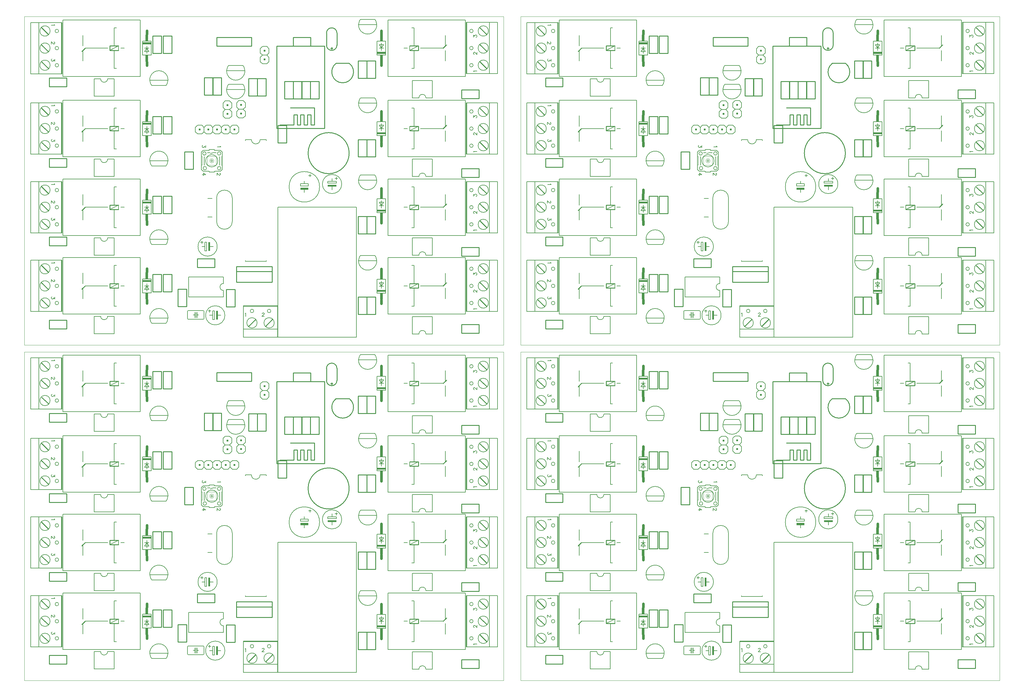
<source format=gbr>
G04 DipTrace 2.4.0.2*
%INTopAssy.gbr*%
%MOIN*%
%ADD10C,0.0098*%
%ADD16C,0.0*%
%ADD18C,0.006*%
%ADD20C,0.008*%
%ADD23C,0.01*%
%ADD24C,0.03*%
%ADD36C,0.005*%
%ADD37C,0.002*%
%FSLAX44Y44*%
G04*
G70*
G90*
G75*
G01*
%LNTopAssy*%
%LPD*%
X40403Y77501D2*
D10*
Y78900D1*
X39203Y77501D2*
Y78900D1*
X40403D2*
G03X39203Y78900I-600J1D01*
G01*
Y77501D2*
G03X40403Y77501I600J-1D01*
G01*
X39921Y77138D2*
X39685D1*
X39803Y77020D2*
Y77256D1*
X40343Y62324D2*
D18*
Y62174D1*
X40193D2*
X40343D1*
Y62024D1*
Y62174D2*
X40493D1*
X39843D2*
Y61824D1*
X39342D1*
Y61624D1*
X40343D1*
Y61824D1*
X39843D1*
Y61274D2*
Y60874D1*
X38743Y61524D2*
G02X38743Y61524I1100J0D01*
G01*
G36*
X39342Y61424D2*
X40343D1*
Y61224D1*
X39342D1*
Y61424D1*
G37*
X25547Y59850D2*
D20*
X26047D1*
X36654Y61655D2*
D18*
Y61555D1*
X36203D1*
Y61305D1*
X37104D1*
Y61555D1*
X36654D1*
Y60955D2*
Y60755D1*
X37454Y62505D2*
X37154D1*
X37303Y62655D2*
Y62355D1*
X36654Y60755D2*
Y60555D1*
Y61855D2*
Y61655D1*
X34904Y61205D2*
G02X34904Y61205I1750J0D01*
G01*
G36*
X36203Y61105D2*
X37104D1*
Y60855D1*
X36203D1*
Y61105D1*
G37*
X26047Y57725D2*
D20*
X25547D1*
X23311Y46957D2*
D18*
X25011D1*
Y45957D2*
X23311D1*
X25111Y46857D2*
Y46057D1*
X23211Y46857D2*
Y46057D1*
X25011Y46957D2*
G02X25111Y46857I0J-100D01*
G01*
X23211D2*
G02X23311Y46957I100J0D01*
G01*
X25011Y45957D2*
G03X25111Y46057I0J100D01*
G01*
X23211D2*
G03X23311Y45957I100J0D01*
G01*
X24461Y46457D2*
X24311D1*
X24261D1*
D23*
Y46757D1*
Y46457D2*
Y46157D1*
X24061Y46757D2*
Y46457D1*
Y46157D1*
Y46457D2*
D18*
X24012D1*
X23861D1*
X24724Y54831D2*
X24874D1*
Y54681D2*
Y54831D1*
X25024D1*
X24874D2*
Y54981D1*
Y54331D2*
X25224D1*
Y53831D1*
X25424D1*
Y54831D1*
X25224D1*
Y54331D1*
X25774D2*
X26174D1*
X24424D2*
G02X24424Y54331I1100J0D01*
G01*
G36*
X25624Y53831D2*
X25824D1*
Y54831D1*
X25624D1*
Y53831D1*
G37*
X25606Y46917D2*
D18*
X25755D1*
Y46767D2*
Y46917D1*
X25905D1*
X25755D2*
Y47067D1*
Y46417D2*
X26105D1*
Y45917D1*
X26305D1*
Y46917D1*
X26105D1*
Y46417D1*
X26655D2*
X27056D1*
X25306D2*
G02X25306Y46417I1100J0D01*
G01*
G36*
X26506Y45917D2*
X26706D1*
Y46917D1*
X26506D1*
Y45917D1*
G37*
X18043Y76365D2*
D18*
Y77966D1*
Y76365D2*
X19043D1*
Y77966D2*
Y76365D1*
Y77966D2*
X18043D1*
X18543Y75165D2*
D24*
Y75566D1*
Y79166D2*
Y78765D1*
Y77415D2*
D18*
Y77165D1*
X18793Y76766D2*
X18293D1*
X18543Y77165D1*
Y76565D1*
Y77165D2*
X18793Y76766D1*
Y77165D2*
X18543D1*
X18293D1*
G36*
X18043Y77816D2*
X19043D1*
Y77615D1*
X18043D1*
Y77816D1*
G37*
G36*
X18393Y76365D2*
X18693D1*
Y75615D1*
X18393D1*
Y76365D1*
G37*
G36*
Y78715D2*
X18693D1*
Y77966D1*
X18393D1*
Y78715D1*
G37*
X18043Y67113D2*
D18*
Y68714D1*
Y67113D2*
X19043D1*
Y68714D2*
Y67113D1*
Y68714D2*
X18043D1*
X18543Y65913D2*
D24*
Y66314D1*
Y69914D2*
Y69513D1*
Y68163D2*
D18*
Y67913D1*
X18793Y67514D2*
X18293D1*
X18543Y67913D1*
Y67313D1*
Y67913D2*
X18793Y67514D1*
Y67913D2*
X18543D1*
X18293D1*
G36*
X18043Y68564D2*
X19043D1*
Y68363D1*
X18043D1*
Y68564D1*
G37*
G36*
X18393Y67113D2*
X18693D1*
Y66364D1*
X18393D1*
Y67113D1*
G37*
G36*
Y69463D2*
X18693D1*
Y68714D1*
X18393D1*
Y69463D1*
G37*
X18043Y58058D2*
D18*
Y59658D1*
Y58058D2*
X19043D1*
Y59658D2*
Y58058D1*
Y59658D2*
X18043D1*
X18543Y56858D2*
D24*
Y57258D1*
Y60858D2*
Y60458D1*
Y59108D2*
D18*
Y58858D1*
X18793Y58458D2*
X18293D1*
X18543Y58858D1*
Y58258D1*
Y58858D2*
X18793Y58458D1*
Y58858D2*
X18543D1*
X18293D1*
G36*
X18043Y59508D2*
X19043D1*
Y59308D1*
X18043D1*
Y59508D1*
G37*
G36*
X18393Y58058D2*
X18693D1*
Y57308D1*
X18393D1*
Y58058D1*
G37*
G36*
Y60408D2*
X18693D1*
Y59658D1*
X18393D1*
Y60408D1*
G37*
X18043Y49003D2*
D18*
Y50603D1*
Y49003D2*
X19043D1*
Y50603D2*
Y49003D1*
Y50603D2*
X18043D1*
X18543Y47803D2*
D24*
Y48203D1*
Y51803D2*
Y51403D1*
Y50053D2*
D18*
Y49803D1*
X18793Y49403D2*
X18293D1*
X18543Y49803D1*
Y49203D1*
Y49803D2*
X18793Y49403D1*
Y49803D2*
X18543D1*
X18293D1*
G36*
X18043Y50453D2*
X19043D1*
Y50253D1*
X18043D1*
Y50453D1*
G37*
G36*
X18393Y49003D2*
X18693D1*
Y48253D1*
X18393D1*
Y49003D1*
G37*
G36*
Y51353D2*
X18693D1*
Y50603D1*
X18393D1*
Y51353D1*
G37*
X46012Y50572D2*
D18*
Y48971D1*
Y50572D2*
X45012D1*
Y48971D2*
Y50572D1*
Y48971D2*
X46012D1*
X45512Y51772D2*
D24*
Y51371D1*
Y47772D2*
Y48172D1*
Y49522D2*
D18*
Y49772D1*
X45262Y50171D2*
X45762D1*
X45512Y49772D1*
Y50372D1*
Y49772D2*
X45262Y50171D1*
Y49772D2*
X45512D1*
X45762D1*
G36*
X46012Y49121D2*
X45012D1*
Y49322D1*
X46012D1*
Y49121D1*
G37*
G36*
X45662Y50572D2*
X45362D1*
Y51322D1*
X45662D1*
Y50572D1*
G37*
G36*
Y48222D2*
X45362D1*
Y48971D1*
X45662D1*
Y48222D1*
G37*
X46012Y59824D2*
D18*
Y58223D1*
Y59824D2*
X45012D1*
Y58223D2*
Y59824D1*
Y58223D2*
X46012D1*
X45512Y61024D2*
D24*
Y60623D1*
Y57023D2*
Y57424D1*
Y58774D2*
D18*
Y59024D1*
X45262Y59423D2*
X45762D1*
X45512Y59024D1*
Y59624D1*
Y59024D2*
X45262Y59423D1*
Y59024D2*
X45512D1*
X45762D1*
G36*
X46012Y58373D2*
X45012D1*
Y58574D1*
X46012D1*
Y58373D1*
G37*
G36*
X45662Y59824D2*
X45362D1*
Y60573D1*
X45662D1*
Y59824D1*
G37*
G36*
Y57474D2*
X45362D1*
Y58223D1*
X45662D1*
Y57474D1*
G37*
X46012Y68714D2*
D18*
Y67113D1*
Y68714D2*
X45012D1*
Y67113D2*
Y68714D1*
Y67113D2*
X46012D1*
X45512Y69914D2*
D24*
Y69513D1*
Y65913D2*
Y66314D1*
Y67663D2*
D18*
Y67913D1*
X45262Y68313D2*
X45762D1*
X45512Y67913D1*
Y68514D1*
Y67913D2*
X45262Y68313D1*
Y67913D2*
X45512D1*
X45762D1*
G36*
X46012Y67263D2*
X45012D1*
Y67464D1*
X46012D1*
Y67263D1*
G37*
G36*
X45662Y68714D2*
X45362D1*
Y69463D1*
X45662D1*
Y68714D1*
G37*
G36*
Y66364D2*
X45362D1*
Y67113D1*
X45662D1*
Y66364D1*
G37*
X46012Y77966D2*
D18*
Y76365D1*
Y77966D2*
X45012D1*
Y76365D2*
Y77966D1*
Y76365D2*
X46012D1*
X45512Y79166D2*
D24*
Y78765D1*
Y75165D2*
Y75566D1*
Y76915D2*
D18*
Y77165D1*
X45262Y77565D2*
X45762D1*
X45512Y77165D1*
Y77766D1*
Y77165D2*
X45262Y77565D1*
Y77165D2*
X45512D1*
X45762D1*
G36*
X46012Y76515D2*
X45012D1*
Y76716D1*
X46012D1*
Y76515D1*
G37*
G36*
X45662Y77966D2*
X45362D1*
Y78715D1*
X45662D1*
Y77966D1*
G37*
G36*
Y75615D2*
X45362D1*
Y76365D1*
X45662D1*
Y75615D1*
G37*
X40314Y75421D2*
D10*
X41812D1*
X40311Y75419D2*
G03X41815Y75419I752J-998D01*
G01*
X23350Y48531D2*
D18*
X27350D1*
Y50831D2*
X23350D1*
Y48531D2*
Y50831D1*
X27350Y48531D2*
Y49281D1*
Y50831D2*
Y50081D1*
Y49281D2*
G02X27350Y50081I0J400D01*
G01*
X29870Y70880D2*
Y70380D1*
X29620Y70130D1*
X29120D1*
X28870Y70380D1*
X29620Y71130D2*
X29120D1*
X29870Y70880D2*
X29620Y71130D1*
X29120D2*
X28870Y70880D1*
Y70380D2*
Y70880D1*
X29620Y70130D2*
X29870Y69880D1*
Y69380D1*
X29620Y69130D1*
X29120D1*
X28870Y69380D1*
Y69880D1*
X29120Y70130D1*
G36*
X29270Y70730D2*
X29470D1*
Y70530D1*
X29270D1*
Y70730D1*
G37*
G36*
Y69730D2*
X29470D1*
Y69530D1*
X29270D1*
Y69730D1*
G37*
X30586Y77404D2*
D10*
X26586D1*
Y78404D1*
X30586D1*
Y77404D1*
X31580Y75609D2*
D18*
Y76109D1*
X31830Y76359D1*
X32330D1*
X32580Y76109D1*
X31830Y75359D2*
X32330D1*
X31580Y75609D2*
X31830Y75359D1*
X32330D2*
X32580Y75609D1*
Y76109D2*
Y75609D1*
X31830Y76359D2*
X31580Y76609D1*
Y77109D1*
X31830Y77359D1*
X32330D1*
X32580Y77109D1*
Y76609D1*
X32330Y76359D1*
G36*
X32180Y75759D2*
X31980D1*
Y75959D1*
X32180D1*
Y75759D1*
G37*
G36*
Y76759D2*
X31980D1*
Y76959D1*
X32180D1*
Y76759D1*
G37*
X28295Y70841D2*
D18*
Y70341D1*
X28045Y70091D1*
X27545D1*
X27295Y70341D1*
X28045Y71091D2*
X27545D1*
X28295Y70841D2*
X28045Y71091D1*
X27545D2*
X27295Y70841D1*
Y70341D2*
Y70841D1*
X28045Y70091D2*
X28295Y69841D1*
Y69341D1*
X28045Y69091D1*
X27545D1*
X27295Y69341D1*
Y69841D1*
X27545Y70091D1*
G36*
X27695Y70691D2*
X27895D1*
Y70491D1*
X27695D1*
Y70691D1*
G37*
G36*
Y69691D2*
X27895D1*
Y69491D1*
X27695D1*
Y69691D1*
G37*
X25872Y67295D2*
D18*
X25372D1*
X25122Y67545D1*
Y68045D1*
X25372Y68295D1*
X27122Y67545D2*
X26872Y67295D1*
X26372D1*
X26122Y67545D1*
Y68045D1*
X26372Y68295D1*
X26872D1*
X27122Y68045D1*
X25872Y67295D2*
X26122Y67545D1*
Y68045D2*
X25872Y68295D1*
X25372D2*
X25872D1*
X28872Y67295D2*
X28372D1*
X28122Y67545D1*
Y68045D1*
X28372Y68295D1*
X28122Y67545D2*
X27872Y67295D1*
X27372D1*
X27122Y67545D1*
Y68045D1*
X27372Y68295D1*
X27872D1*
X28122Y68045D1*
X29122Y67545D2*
Y68045D1*
X28872Y67295D2*
X29122Y67545D1*
Y68045D2*
X28872Y68295D1*
X28372D2*
X28872D1*
X24872Y67295D2*
X24372D1*
X24122Y67545D1*
Y68045D1*
X24372Y68295D1*
X24872Y67295D2*
X25122Y67545D1*
Y68045D2*
X24872Y68295D1*
X24372D2*
X24872D1*
G36*
X25722Y67895D2*
X25522D1*
Y67695D1*
X25722D1*
Y67895D1*
G37*
G36*
X26722D2*
X26522D1*
Y67695D1*
X26722D1*
Y67895D1*
G37*
G36*
X27722D2*
X27522D1*
Y67695D1*
X27722D1*
Y67895D1*
G37*
G36*
X28722D2*
X28522D1*
Y67695D1*
X28722D1*
Y67895D1*
G37*
G36*
X24722D2*
X24522D1*
Y67695D1*
X24722D1*
Y67895D1*
G37*
X17781Y73915D2*
D18*
X8881D1*
Y80415D2*
Y73915D1*
Y80415D2*
X17781D1*
Y73915D2*
Y80415D1*
X15031Y74816D2*
X14781D1*
Y76915D1*
D23*
X15281D1*
D18*
Y77416D1*
X14281D2*
D23*
Y76915D1*
X14781D1*
X15281Y77416D2*
X14781D1*
D18*
Y79515D1*
Y77416D2*
D23*
X14281D1*
X14781Y79515D2*
D18*
X15031D1*
X15281Y77416D2*
X14281Y76915D1*
X14032Y77165D2*
X11431D1*
D23*
X11181Y76915D1*
Y75695D2*
D18*
Y76915D1*
Y77416D2*
Y78645D1*
Y76915D2*
D23*
X11051Y76796D1*
X15931Y77165D2*
D18*
X15532D1*
X17781Y64663D2*
X8881D1*
Y71163D2*
Y64663D1*
Y71163D2*
X17781D1*
Y64663D2*
Y71163D1*
X15031Y65564D2*
X14781D1*
Y67663D1*
D23*
X15281D1*
D18*
Y68164D1*
X14281D2*
D23*
Y67663D1*
X14781D1*
X15281Y68164D2*
X14781D1*
D18*
Y70263D1*
Y68164D2*
D23*
X14281D1*
X14781Y70263D2*
D18*
X15031D1*
X15281Y68164D2*
X14281Y67663D1*
X14032Y67913D2*
X11431D1*
D23*
X11181Y67663D1*
Y66443D2*
D18*
Y67663D1*
Y68164D2*
Y69393D1*
Y67663D2*
D23*
X11051Y67544D1*
X15931Y67913D2*
D18*
X15532D1*
X17781Y55608D2*
X8881D1*
Y62108D2*
Y55608D1*
Y62108D2*
X17781D1*
Y55608D2*
Y62108D1*
X15031Y56509D2*
X14781D1*
Y58608D1*
D23*
X15281D1*
D18*
Y59109D1*
X14281D2*
D23*
Y58608D1*
X14781D1*
X15281Y59109D2*
X14781D1*
D18*
Y61208D1*
Y59109D2*
D23*
X14281D1*
X14781Y61208D2*
D18*
X15031D1*
X15281Y59109D2*
X14281Y58608D1*
X14032Y58858D2*
X11431D1*
D23*
X11181Y58608D1*
Y57388D2*
D18*
Y58608D1*
Y59109D2*
Y60338D1*
Y58608D2*
D23*
X11051Y58488D1*
X15931Y58858D2*
D18*
X15532D1*
X17781Y46553D2*
X8881D1*
Y53053D2*
Y46553D1*
Y53053D2*
X17781D1*
Y46553D2*
Y53053D1*
X15031Y47453D2*
X14781D1*
Y49553D1*
D23*
X15281D1*
D18*
Y50053D1*
X14281D2*
D23*
Y49553D1*
X14781D1*
X15281Y50053D2*
X14781D1*
D18*
Y52153D1*
Y50053D2*
D23*
X14281D1*
X14781Y52153D2*
D18*
X15031D1*
X15281Y50053D2*
X14281Y49553D1*
X14032Y49803D2*
X11431D1*
D23*
X11181Y49553D1*
Y48333D2*
D18*
Y49553D1*
Y50053D2*
Y51283D1*
Y49553D2*
D23*
X11051Y49433D1*
X15931Y49803D2*
D18*
X15532D1*
X46274Y53053D2*
X55174D1*
Y46553D2*
Y53053D1*
Y46553D2*
X46274D1*
Y53053D2*
Y46553D1*
X49024Y52153D2*
X49274D1*
Y50053D1*
D23*
X48774D1*
D18*
Y49553D1*
X49774D2*
D23*
Y50053D1*
X49274D1*
X48774Y49553D2*
X49274D1*
D18*
Y47453D1*
Y49553D2*
D23*
X49774D1*
X49274Y47453D2*
D18*
X49024D1*
X48774Y49553D2*
X49774Y50053D1*
X50023Y49803D2*
X52624D1*
D23*
X52874Y50053D1*
Y51273D2*
D18*
Y50053D1*
Y49553D2*
Y48323D1*
Y50053D2*
D23*
X53004Y50173D1*
X48124Y49803D2*
D18*
X48524D1*
X46274Y62108D2*
X55174D1*
Y55608D2*
Y62108D1*
Y55608D2*
X46274D1*
Y62108D2*
Y55608D1*
X49024Y61208D2*
X49274D1*
Y59109D1*
D23*
X48774D1*
D18*
Y58608D1*
X49774D2*
D23*
Y59109D1*
X49274D1*
X48774Y58608D2*
X49274D1*
D18*
Y56509D1*
Y58608D2*
D23*
X49774D1*
X49274Y56509D2*
D18*
X49024D1*
X48774Y58608D2*
X49774Y59109D1*
X50023Y58858D2*
X52624D1*
D23*
X52874Y59109D1*
Y60329D2*
D18*
Y59109D1*
Y58608D2*
Y57378D1*
Y59109D2*
D23*
X53004Y59228D1*
X48124Y58858D2*
D18*
X48524D1*
X46274Y71163D2*
X55174D1*
Y64663D2*
Y71163D1*
Y64663D2*
X46274D1*
Y71163D2*
Y64663D1*
X49024Y70263D2*
X49274D1*
Y68164D1*
D23*
X48774D1*
D18*
Y67663D1*
X49774D2*
D23*
Y68164D1*
X49274D1*
X48774Y67663D2*
X49274D1*
D18*
Y65564D1*
Y67663D2*
D23*
X49774D1*
X49274Y65564D2*
D18*
X49024D1*
X48774Y67663D2*
X49774Y68164D1*
X50023Y67913D2*
X52624D1*
D23*
X52874Y68164D1*
Y69384D2*
D18*
Y68164D1*
Y67663D2*
Y66433D1*
Y68164D2*
D23*
X53004Y68283D1*
X48124Y67913D2*
D18*
X48524D1*
X46274Y80415D2*
X55174D1*
Y73915D2*
Y80415D1*
Y73915D2*
X46274D1*
Y80415D2*
Y73915D1*
X49024Y79515D2*
X49274D1*
Y77416D1*
D23*
X48774D1*
D18*
Y76915D1*
X49774D2*
D23*
Y77416D1*
X49274D1*
X48774Y76915D2*
X49274D1*
D18*
Y74816D1*
Y76915D2*
D23*
X49774D1*
X49274Y74816D2*
D18*
X49024D1*
X48774Y76915D2*
X49774Y77416D1*
X50023Y77165D2*
X52624D1*
D23*
X52874Y77416D1*
Y78636D2*
D18*
Y77416D1*
Y76915D2*
Y75685D1*
Y77416D2*
D23*
X53004Y77535D1*
X48124Y77165D2*
D18*
X48524D1*
X37087Y65079D2*
D10*
G02X37087Y65079I2362J0D01*
G01*
X14772Y71638D2*
D18*
Y73638D1*
X12472D2*
Y71638D1*
X14772D2*
X12472D1*
X14772Y73638D2*
X14022D1*
X12472D2*
X13222D1*
X14022D2*
G02X13222Y73638I-400J0D01*
G01*
X14772Y62386D2*
Y64386D1*
X12472D2*
Y62386D1*
X14772D2*
X12472D1*
X14772Y64386D2*
X14022D1*
X12472D2*
X13222D1*
X14022D2*
G02X13222Y64386I-400J0D01*
G01*
X14772Y53331D2*
Y55331D1*
X12472D2*
Y53331D1*
X14772D2*
X12472D1*
X14772Y55331D2*
X14022D1*
X12472D2*
X13222D1*
X14022D2*
G02X13222Y55331I-400J0D01*
G01*
X14772Y44315D2*
Y46315D1*
X12472D2*
Y44315D1*
X14772D2*
X12472D1*
X14772Y46315D2*
X14022D1*
X12472D2*
X13222D1*
X14022D2*
G02X13222Y46315I-400J0D01*
G01*
X49086Y46276D2*
Y44276D1*
X51386D2*
Y46276D1*
X49086D2*
X51386D1*
X49086Y44276D2*
X49836D1*
X51386D2*
X50636D1*
X49836D2*
G02X50636Y44276I400J0D01*
G01*
X49086Y55331D2*
Y53331D1*
X51386D2*
Y55331D1*
X49086D2*
X51386D1*
X49086Y53331D2*
X49836D1*
X51386D2*
X50636D1*
X49836D2*
G02X50636Y53331I400J0D01*
G01*
X49086Y64386D2*
Y62386D1*
X51386D2*
Y64386D1*
X49086D2*
X51386D1*
X49086Y62386D2*
X49836D1*
X51386D2*
X50636D1*
X49836D2*
G02X50636Y62386I400J0D01*
G01*
X49086Y73441D2*
Y71441D1*
X51386D2*
Y73441D1*
X49086D2*
X51386D1*
X49086Y71441D2*
X49836D1*
X51386D2*
X50636D1*
X49836D2*
G02X50636Y71441I400J0D01*
G01*
X28362Y57224D2*
D20*
Y59924D1*
X26562D2*
Y57224D1*
Y59924D2*
G02X28362Y59924I900J0D01*
G01*
X26562Y57224D2*
G03X28362Y57224I900J0D01*
G01*
X19096Y72866D2*
D36*
X20746D1*
X18971Y73963D2*
G02X20871Y73963I950J-447D01*
G01*
X20369Y73466D2*
X19474D1*
X18971Y73963D2*
G03X18872Y73466I949J-447D01*
G01*
G03X18971Y73069I1056J52D01*
G01*
X19369Y73466D2*
X18872D1*
X18971Y73069D2*
G03X19096Y72866I942J443D01*
G01*
X19474Y73466D2*
X19369D1*
X20871Y73069D2*
G03X20970Y73466I-958J449D01*
G01*
G03X20871Y73963I-1048J50D01*
G01*
X20970Y73466D2*
X20474D1*
X20369D1*
X20746Y72866D2*
G03X20876Y73078I-815J644D01*
G01*
X19096Y63614D2*
X20746D1*
X18971Y64711D2*
G02X20871Y64711I950J-447D01*
G01*
X20369Y64214D2*
X19474D1*
X18971Y64711D2*
G03X18872Y64214I949J-447D01*
G01*
G03X18971Y63817I1056J52D01*
G01*
X19369Y64214D2*
X18872D1*
X18971Y63817D2*
G03X19096Y63614I942J443D01*
G01*
X19474Y64214D2*
X19369D1*
X20871Y63817D2*
G03X20970Y64214I-958J449D01*
G01*
G03X20871Y64711I-1048J50D01*
G01*
X20970Y64214D2*
X20474D1*
X20369D1*
X20746Y63614D2*
G03X20876Y63826I-815J644D01*
G01*
X19096Y54559D2*
X20746D1*
X18971Y55656D2*
G02X20871Y55656I950J-447D01*
G01*
X20369Y55159D2*
X19474D1*
X18971Y55656D2*
G03X18872Y55159I949J-447D01*
G01*
G03X18971Y54761I1056J52D01*
G01*
X19369Y55159D2*
X18872D1*
X18971Y54761D2*
G03X19096Y54559I942J443D01*
G01*
X19474Y55159D2*
X19369D1*
X20871Y54761D2*
G03X20970Y55159I-958J449D01*
G01*
G03X20871Y55656I-1048J50D01*
G01*
X20970Y55159D2*
X20474D1*
X20369D1*
X20746Y54559D2*
G03X20876Y54771I-815J644D01*
G01*
X19096Y45504D2*
X20746D1*
X18971Y46601D2*
G02X20871Y46601I950J-447D01*
G01*
X20369Y46103D2*
X19474D1*
X18971Y46601D2*
G03X18872Y46103I949J-447D01*
G01*
G03X18971Y45706I1056J52D01*
G01*
X19369Y46103D2*
X18872D1*
X18971Y45706D2*
G03X19096Y45504I942J443D01*
G01*
X19474Y46103D2*
X19369D1*
X20871Y45706D2*
G03X20970Y46103I-958J449D01*
G01*
G03X20871Y46601I-1048J50D01*
G01*
X20970Y46103D2*
X20474D1*
X20369D1*
X20746Y45504D2*
G03X20876Y45716I-815J644D01*
G01*
X44762Y53315D2*
X43112D1*
X44887Y52218D2*
G02X42987Y52218I-950J447D01*
G01*
X43490Y52715D2*
X44384D1*
X44887Y52218D2*
G03X44986Y52715I-949J447D01*
G01*
G03X44887Y53113I-1056J-52D01*
G01*
X44490Y52715D2*
X44986D1*
X44887Y53113D2*
G03X44762Y53315I-942J-443D01*
G01*
X44384Y52715D2*
X44490D1*
X42987Y53113D2*
G03X42888Y52715I958J-449D01*
G01*
G03X42987Y52218I1048J-50D01*
G01*
X42888Y52715D2*
X43384D1*
X43490D1*
X43112Y53315D2*
G03X42982Y53103I815J-644D01*
G01*
X44762Y62567D2*
X43112D1*
X44887Y61470D2*
G02X42987Y61470I-950J447D01*
G01*
X43490Y61967D2*
X44384D1*
X44887Y61470D2*
G03X44986Y61967I-949J447D01*
G01*
G03X44887Y62365I-1056J-52D01*
G01*
X44490Y61967D2*
X44986D1*
X44887Y62365D2*
G03X44762Y62567I-942J-443D01*
G01*
X44384Y61967D2*
X44490D1*
X42987Y62365D2*
G03X42888Y61967I958J-449D01*
G01*
G03X42987Y61470I1048J-50D01*
G01*
X42888Y61967D2*
X43384D1*
X43490D1*
X43112Y62567D2*
G03X42982Y62355I815J-644D01*
G01*
X44762Y71426D2*
X43112D1*
X44887Y70328D2*
G02X42987Y70328I-950J447D01*
G01*
X43490Y70826D2*
X44384D1*
X44887Y70328D2*
G03X44986Y70826I-949J447D01*
G01*
G03X44887Y71223I-1056J-52D01*
G01*
X44490Y70826D2*
X44986D1*
X44887Y71223D2*
G03X44762Y71426I-942J-443D01*
G01*
X44384Y70826D2*
X44490D1*
X42987Y71223D2*
G03X42888Y70826I958J-449D01*
G01*
G03X42987Y70328I1048J-50D01*
G01*
X42888Y70826D2*
X43384D1*
X43490D1*
X43112Y71426D2*
G03X42982Y71213I815J-644D01*
G01*
X44762Y80481D2*
X43112D1*
X44887Y79384D2*
G02X42987Y79384I-950J447D01*
G01*
X43490Y79881D2*
X44384D1*
X44887Y79384D2*
G03X44986Y79881I-949J447D01*
G01*
G03X44887Y80278I-1056J-52D01*
G01*
X44490Y79881D2*
X44986D1*
X44887Y80278D2*
G03X44762Y80481I-942J-443D01*
G01*
X44384Y79881D2*
X44490D1*
X42987Y80278D2*
G03X42888Y79881I958J-449D01*
G01*
G03X42987Y79384I1048J-50D01*
G01*
X42888Y79881D2*
X43384D1*
X43490D1*
X43112Y80481D2*
G03X42982Y80268I815J-644D01*
G01*
X28835Y51456D2*
D10*
X32929D1*
X28835Y52047D2*
X32929D1*
X28835Y50236D2*
X32929D1*
X28835D2*
Y52047D1*
X32929Y50236D2*
Y52047D1*
X19224Y76561D2*
Y78557D1*
X20224D2*
X19224D1*
X20224Y76561D2*
Y78557D1*
Y76561D2*
X19224D1*
X7309Y73728D2*
X9305D1*
Y72728D2*
Y73728D1*
X7309Y72728D2*
X9305D1*
X7309D2*
Y73728D1*
X22886Y63222D2*
Y65219D1*
X23886D2*
X22886D1*
X23886Y63222D2*
Y65219D1*
Y63222D2*
X22886D1*
X35366Y71329D2*
Y73325D1*
X36366D2*
X35366D1*
X36366Y71329D2*
Y73325D1*
Y71329D2*
X35366D1*
X19224Y67309D2*
Y69305D1*
X20224D2*
X19224D1*
X20224Y67309D2*
Y69305D1*
Y67309D2*
X19224D1*
X7309Y64476D2*
X9305D1*
Y63476D2*
Y64476D1*
X7309Y63476D2*
X9305D1*
X7309D2*
Y64476D1*
X19224Y58136D2*
Y60132D1*
X20224D2*
X19224D1*
X20224Y58136D2*
Y60132D1*
Y58136D2*
X19224D1*
X7309Y55421D2*
X9305D1*
Y54421D2*
Y55421D1*
X7309Y54421D2*
X9305D1*
X7309D2*
Y55421D1*
X19224Y49120D2*
Y51116D1*
X20224D2*
X19224D1*
X20224Y49120D2*
Y51116D1*
Y49120D2*
X19224D1*
X7309Y45866D2*
X9305D1*
Y44866D2*
Y45866D1*
X7309Y44866D2*
X9305D1*
X7309D2*
Y45866D1*
X35382Y73325D2*
Y71329D1*
X34382D2*
X35382D1*
X34382Y73325D2*
Y71329D1*
Y73325D2*
X35382D1*
X37368Y77390D2*
X35372D1*
Y78390D2*
Y77390D1*
X37368Y78390D2*
X35372D1*
X37368D2*
Y77390D1*
X44831Y48538D2*
Y46541D1*
X43831D2*
X44831D1*
X43831Y48538D2*
Y46541D1*
Y48538D2*
X44831D1*
X56746Y44382D2*
X54750D1*
Y45382D2*
Y44382D1*
X56746Y45382D2*
X54750D1*
X56746D2*
Y44382D1*
X44831Y57790D2*
Y55793D1*
X43831D2*
X44831D1*
X43831Y57790D2*
Y55793D1*
Y57790D2*
X44831D1*
X56746Y53240D2*
X54750D1*
Y54240D2*
Y53240D1*
X56746Y54240D2*
X54750D1*
X56746D2*
Y53240D1*
X44831Y66648D2*
Y64651D1*
X43831D2*
X44831D1*
X43831Y66648D2*
Y64651D1*
Y66648D2*
X44831D1*
X56746Y62295D2*
X54750D1*
Y63295D2*
Y62295D1*
X56746Y63295D2*
X54750D1*
X56746D2*
Y62295D1*
X44831Y75703D2*
Y73707D1*
X43831D2*
X44831D1*
X43831Y75703D2*
Y73707D1*
Y75703D2*
X44831D1*
X56746Y71350D2*
X54750D1*
Y72350D2*
Y71350D1*
X56746Y72350D2*
X54750D1*
X56746D2*
Y71350D1*
X27689Y47396D2*
Y49392D1*
X28689D2*
X27689D1*
X28689Y47396D2*
Y49392D1*
Y47396D2*
X27689D1*
X23122Y49419D2*
Y47423D1*
X22122D2*
X23122D1*
X22122Y49419D2*
Y47423D1*
Y49419D2*
X23122D1*
X26345Y51941D2*
X24348D1*
Y52941D2*
Y51941D1*
X26345Y52941D2*
X24348D1*
X26345D2*
Y51941D1*
X30248Y71679D2*
Y73675D1*
X31248D2*
X30248D1*
X31248Y71679D2*
Y73675D1*
Y71679D2*
X30248D1*
X25130Y71758D2*
Y73754D1*
X26130D2*
X25130D1*
X26130Y71758D2*
Y73754D1*
Y71758D2*
X25130D1*
X31232Y71679D2*
Y73675D1*
X32232D2*
X31232D1*
X32232Y71679D2*
Y73675D1*
Y71679D2*
X31232D1*
X26114Y71758D2*
Y73754D1*
X27114D2*
X26114D1*
X27114Y71758D2*
Y73754D1*
Y71758D2*
X26114D1*
X36350Y71328D2*
Y73325D1*
X37350D2*
X36350D1*
X37350Y71328D2*
Y73325D1*
Y71328D2*
X36350D1*
X37335Y71329D2*
Y73325D1*
X38335D2*
X37335D1*
X38335Y71329D2*
Y73325D1*
Y71329D2*
X37335D1*
X20406Y76561D2*
Y78557D1*
X21406D2*
X20406D1*
X21406Y76561D2*
Y78557D1*
Y76561D2*
X20406D1*
Y67309D2*
Y69305D1*
X21406D2*
X20406D1*
X21406Y67309D2*
Y69305D1*
Y67309D2*
X20406D1*
Y58136D2*
Y60132D1*
X21406D2*
X20406D1*
X21406Y58136D2*
Y60132D1*
Y58136D2*
X20406D1*
Y49120D2*
Y51116D1*
X21406D2*
X20406D1*
X21406Y49120D2*
Y51116D1*
Y49120D2*
X20406D1*
X42846Y46541D2*
Y48538D1*
X43846D2*
X42846D1*
X43846Y46541D2*
Y48538D1*
Y46541D2*
X42846D1*
Y55793D2*
Y57790D1*
X43846D2*
X42846D1*
X43846Y55793D2*
Y57790D1*
Y55793D2*
X42846D1*
Y64651D2*
Y66648D1*
X43846D2*
X42846D1*
X43846Y64651D2*
Y66648D1*
Y64651D2*
X42846D1*
Y73707D2*
Y75703D1*
X43846D2*
X42846D1*
X43846Y73707D2*
Y75703D1*
Y73707D2*
X42846D1*
X34594Y68274D2*
Y66277D1*
X33594D2*
X34594D1*
X33594Y68274D2*
Y66277D1*
Y68274D2*
X34594D1*
X25703Y62897D2*
D18*
Y62997D1*
Y62897D2*
X26303D1*
Y62997D2*
Y62897D1*
X26403Y62997D2*
X27003D1*
X26303Y65497D2*
Y65397D1*
Y65497D2*
X25703D1*
Y65397D2*
Y65497D1*
X27003Y62997D2*
X27203Y63197D1*
X24803D2*
X25003Y62997D1*
X25604D1*
X27203Y65197D2*
X27003Y65397D1*
X26403D1*
X24803Y65197D2*
X25003Y65397D1*
X25604D1*
X26503Y64697D2*
D37*
X25503D1*
Y63697D2*
Y64697D1*
Y63697D2*
X26503D1*
Y64697D2*
Y63697D1*
X27203Y64697D2*
X27104D1*
Y63697D2*
Y64697D1*
Y63697D2*
X27203D1*
X24903Y63747D2*
Y64697D1*
Y63747D2*
X24803D1*
X24903Y64697D2*
X24803D1*
Y63197D2*
D18*
Y63347D1*
Y65197D2*
Y65047D1*
Y64697D1*
X27203Y65197D2*
Y65047D1*
Y63197D2*
Y63347D1*
Y63697D1*
Y64697D1*
Y65047D1*
X24803Y64697D2*
Y63747D1*
Y63347D1*
X25703Y62997D2*
X25604D1*
X26303D2*
X26403D1*
X25703Y65397D2*
X25604D1*
X26303D2*
X26403D1*
X25154Y64697D2*
Y63697D1*
X26904D2*
Y64697D1*
X26503Y65147D2*
X26203D1*
X25804D2*
X25503D1*
X26203D2*
X25853Y65047D1*
X25303Y64197D2*
G02X25303Y64197I700J0D01*
G01*
X24954Y65047D2*
G02X24954Y65047I200J0D01*
G01*
X25003Y63347D2*
G02X25003Y63347I200J0D01*
G01*
X26653D2*
G02X26653Y63347I200J0D01*
G01*
Y65047D2*
G02X26653Y65047I200J0D01*
G01*
X25753Y64197D2*
D37*
G02X25753Y64197I250J0D01*
G01*
X25903D2*
D18*
G02X25903Y64197I100J0D01*
G01*
X29589Y75178D2*
D36*
X27939D1*
X29714Y74080D2*
G02X27814Y74080I-950J447D01*
G01*
X28316Y74578D2*
X29211D1*
X29714Y74080D2*
G03X29813Y74578I-949J447D01*
G01*
G03X29714Y74975I-1056J-52D01*
G01*
X29316Y74578D2*
X29813D1*
X29714Y74975D2*
G03X29589Y75178I-942J-443D01*
G01*
X29211Y74578D2*
X29316D1*
X27814Y74975D2*
G03X27715Y74578I958J-449D01*
G01*
G03X27814Y74080I1048J-50D01*
G01*
X27715Y74578D2*
X28211D1*
X28316D1*
X27939Y75178D2*
G03X27809Y74965I815J-644D01*
G01*
X29589Y73012D2*
X27939D1*
X29714Y71915D2*
G02X27814Y71915I-950J447D01*
G01*
X28316Y72412D2*
X29211D1*
X29714Y71915D2*
G03X29813Y72412I-949J447D01*
G01*
G03X29714Y72809I-1056J-52D01*
G01*
X29316Y72412D2*
X29813D1*
X29714Y72809D2*
G03X29589Y73012I-942J-443D01*
G01*
X29211Y72412D2*
X29316D1*
X27814Y72809D2*
G03X27715Y72412I958J-449D01*
G01*
G03X27814Y71915I1048J-50D01*
G01*
X27715Y72412D2*
X28211D1*
X28316D1*
X27939Y73012D2*
G03X27809Y72800I815J-644D01*
G01*
X30567Y66642D2*
D20*
X29867D1*
X30567D2*
G03X31567Y66642I500J0D01*
G01*
X29867Y52642D2*
X32267D1*
Y66642D2*
X31567D1*
X32267D2*
Y66542D1*
X29867Y66642D2*
Y66542D1*
Y52642D2*
Y52741D1*
X32267Y52642D2*
Y52741D1*
X38976Y67939D2*
D10*
X33465D1*
Y77388D1*
X38976D1*
Y67939D1*
X35039Y70302D2*
X37795D1*
Y68333D1*
X37402D1*
Y69514D1*
X37008D1*
Y68333D1*
X36614D1*
Y69514D1*
X36220D1*
Y68333D1*
X35827D1*
Y69514D1*
X35433D1*
Y68333D1*
X33858D1*
X42650Y43909D2*
D36*
X33594D1*
Y58870D1*
X42650D1*
Y43909D1*
X6435Y75554D2*
D23*
X7205Y74844D1*
X6405Y77524D2*
X7205Y76774D1*
X6415Y79524D2*
X7205Y78734D1*
X5165Y80114D2*
D18*
Y74214D1*
X8785D2*
X8705D1*
X8785D2*
Y80114D1*
X5165D2*
X6105D1*
Y79484D1*
Y78784D1*
Y77514D1*
Y76814D2*
Y75544D1*
Y74844D2*
Y74214D1*
Y80114D2*
X8705D1*
X6105Y74214D2*
X5165D1*
X8705D2*
Y80114D1*
Y74214D2*
X6105D1*
X8705Y80114D2*
X8785D1*
X6105Y77514D2*
Y76814D1*
Y75544D2*
Y74844D1*
X6225Y79134D2*
G02X6225Y79134I590J0D01*
G01*
Y75194D2*
G02X6225Y75194I590J0D01*
G01*
X7985Y79134D2*
G02X7985Y79134I200J0D01*
G01*
Y75194D2*
G02X7985Y75194I200J0D01*
G01*
X6225Y77164D2*
G02X6225Y77164I590J0D01*
G01*
X7985D2*
G02X7985Y77164I200J0D01*
G01*
X6435Y66302D2*
D23*
X7205Y65592D1*
X6405Y68272D2*
X7205Y67522D1*
X6415Y70272D2*
X7205Y69482D1*
X5165Y70862D2*
D18*
Y64962D1*
X8785D2*
X8705D1*
X8785D2*
Y70862D1*
X5165D2*
X6105D1*
Y70232D1*
Y69532D1*
Y68262D1*
Y67562D2*
Y66292D1*
Y65592D2*
Y64962D1*
Y70862D2*
X8705D1*
X6105Y64962D2*
X5165D1*
X8705D2*
Y70862D1*
Y64962D2*
X6105D1*
X8705Y70862D2*
X8785D1*
X6105Y68262D2*
Y67562D1*
Y66292D2*
Y65592D1*
X6225Y69882D2*
G02X6225Y69882I590J0D01*
G01*
Y65942D2*
G02X6225Y65942I590J0D01*
G01*
X7985Y69882D2*
G02X7985Y69882I200J0D01*
G01*
Y65942D2*
G02X7985Y65942I200J0D01*
G01*
X6225Y67912D2*
G02X6225Y67912I590J0D01*
G01*
X7985D2*
G02X7985Y67912I200J0D01*
G01*
X6435Y57247D2*
D23*
X7205Y56537D1*
X6405Y59217D2*
X7205Y58467D1*
X6415Y61217D2*
X7205Y60427D1*
X5165Y61807D2*
D18*
Y55907D1*
X8785D2*
X8705D1*
X8785D2*
Y61807D1*
X5165D2*
X6105D1*
Y61177D1*
Y60477D1*
Y59207D1*
Y58507D2*
Y57237D1*
Y56537D2*
Y55907D1*
Y61807D2*
X8705D1*
X6105Y55907D2*
X5165D1*
X8705D2*
Y61807D1*
Y55907D2*
X6105D1*
X8705Y61807D2*
X8785D1*
X6105Y59207D2*
Y58507D1*
Y57237D2*
Y56537D1*
X6225Y60827D2*
G02X6225Y60827I590J0D01*
G01*
Y56887D2*
G02X6225Y56887I590J0D01*
G01*
X7985Y60827D2*
G02X7985Y60827I200J0D01*
G01*
Y56887D2*
G02X7985Y56887I200J0D01*
G01*
X6225Y58857D2*
G02X6225Y58857I590J0D01*
G01*
X7985D2*
G02X7985Y58857I200J0D01*
G01*
X6435Y48191D2*
D23*
X7205Y47482D1*
X6405Y50162D2*
X7205Y49412D1*
X6415Y52162D2*
X7205Y51372D1*
X5165Y52752D2*
D18*
Y46852D1*
X8785D2*
X8705D1*
X8785D2*
Y52752D1*
X5165D2*
X6105D1*
Y52121D1*
Y51422D1*
Y50151D1*
Y49452D2*
Y48181D1*
Y47482D2*
Y46852D1*
Y52752D2*
X8705D1*
X6105Y46852D2*
X5165D1*
X8705D2*
Y52752D1*
Y46852D2*
X6105D1*
X8705Y52752D2*
X8785D1*
X6105Y50151D2*
Y49452D1*
Y48181D2*
Y47482D1*
X6225Y51772D2*
G02X6225Y51772I590J0D01*
G01*
Y47832D2*
G02X6225Y47832I590J0D01*
G01*
X7985Y51772D2*
G02X7985Y51772I200J0D01*
G01*
Y47832D2*
G02X7985Y47832I200J0D01*
G01*
X6225Y49802D2*
G02X6225Y49802I590J0D01*
G01*
X7985D2*
G02X7985Y49802I200J0D01*
G01*
X57620Y51415D2*
D23*
X56850Y52125D1*
X57650Y49444D2*
X56850Y50195D1*
X57640Y47445D2*
X56850Y48235D1*
X58890Y46855D2*
D18*
Y52755D1*
X55270D2*
X55350D1*
X55270D2*
Y46855D1*
X58890D2*
X57950D1*
Y47485D1*
Y48185D1*
Y49455D1*
Y50155D2*
Y51425D1*
Y52125D2*
Y52755D1*
Y46855D2*
X55350D1*
X57950Y52755D2*
X58890D1*
X55350D2*
Y46855D1*
Y52755D2*
X57950D1*
X55350Y46855D2*
X55270D1*
X57950Y49455D2*
Y50155D1*
Y51425D2*
Y52125D1*
X56650Y47835D2*
G02X56650Y47835I590J0D01*
G01*
Y51775D2*
G02X56650Y51775I590J0D01*
G01*
X55670Y47835D2*
G02X55670Y47835I200J0D01*
G01*
Y51775D2*
G02X55670Y51775I200J0D01*
G01*
X56650Y49805D2*
G02X56650Y49805I590J0D01*
G01*
X55670D2*
G02X55670Y49805I200J0D01*
G01*
X57620Y60464D2*
D23*
X56850Y61174D1*
X57650Y58494D2*
X56850Y59244D1*
X57640Y56494D2*
X56850Y57284D1*
X58890Y55904D2*
D18*
Y61804D1*
X55270D2*
X55350D1*
X55270D2*
Y55904D1*
X58890D2*
X57950D1*
Y56534D1*
Y57234D1*
Y58504D1*
Y59204D2*
Y60474D1*
Y61174D2*
Y61804D1*
Y55904D2*
X55350D1*
X57950Y61804D2*
X58890D1*
X55350D2*
Y55904D1*
Y61804D2*
X57950D1*
X55350Y55904D2*
X55270D1*
X57950Y58504D2*
Y59204D1*
Y60474D2*
Y61174D1*
X56650Y56884D2*
G02X56650Y56884I590J0D01*
G01*
Y60824D2*
G02X56650Y60824I590J0D01*
G01*
X55670Y56884D2*
G02X55670Y56884I200J0D01*
G01*
Y60824D2*
G02X55670Y60824I200J0D01*
G01*
X56650Y58854D2*
G02X56650Y58854I590J0D01*
G01*
X55670D2*
G02X55670Y58854I200J0D01*
G01*
X57620Y69514D2*
D23*
X56850Y70224D1*
X57650Y67543D2*
X56850Y68294D1*
X57640Y65544D2*
X56850Y66334D1*
X58890Y64954D2*
D18*
Y70854D1*
X55270D2*
X55350D1*
X55270D2*
Y64954D1*
X58890D2*
X57950D1*
Y65584D1*
Y66284D1*
Y67554D1*
Y68254D2*
Y69524D1*
Y70224D2*
Y70854D1*
Y64954D2*
X55350D1*
X57950Y70854D2*
X58890D1*
X55350D2*
Y64954D1*
Y70854D2*
X57950D1*
X55350Y64954D2*
X55270D1*
X57950Y67554D2*
Y68254D1*
Y69524D2*
Y70224D1*
X56650Y65934D2*
G02X56650Y65934I590J0D01*
G01*
Y69874D2*
G02X56650Y69874I590J0D01*
G01*
X55670Y65934D2*
G02X55670Y65934I200J0D01*
G01*
Y69874D2*
G02X55670Y69874I200J0D01*
G01*
X56650Y67904D2*
G02X56650Y67904I590J0D01*
G01*
X55670D2*
G02X55670Y67904I200J0D01*
G01*
X57620Y78777D2*
D23*
X56850Y79487D1*
X57650Y76806D2*
X56850Y77557D1*
X57640Y74807D2*
X56850Y75597D1*
X58890Y74217D2*
D18*
Y80117D1*
X55270D2*
X55350D1*
X55270D2*
Y74217D1*
X58890D2*
X57950D1*
Y74847D1*
Y75547D1*
Y76817D1*
Y77517D2*
Y78787D1*
Y79487D2*
Y80117D1*
Y74217D2*
X55350D1*
X57950Y80117D2*
X58890D1*
X55350D2*
Y74217D1*
Y80117D2*
X57950D1*
X55350Y74217D2*
X55270D1*
X57950Y76817D2*
Y77517D1*
Y78787D2*
Y79487D1*
X56650Y75197D2*
G02X56650Y75197I590J0D01*
G01*
Y79137D2*
G02X56650Y79137I590J0D01*
G01*
X55670Y75197D2*
G02X55670Y75197I200J0D01*
G01*
Y79137D2*
G02X55670Y79137I200J0D01*
G01*
X56650Y77167D2*
G02X56650Y77167I590J0D01*
G01*
X55670D2*
G02X55670Y77167I200J0D01*
G01*
X30240Y45151D2*
D23*
X31030Y45941D1*
X32200Y45161D2*
X32980Y45951D1*
X29650Y43901D2*
D18*
X33580D1*
Y47521D2*
Y47441D1*
Y47521D2*
X29650D1*
Y43901D2*
Y44841D1*
X30280D1*
X30980D1*
X32250D1*
X32950D2*
X33580D1*
X29650D2*
Y47441D1*
X33580Y44841D2*
Y43901D1*
X29650Y47441D2*
X33580D1*
X29650D2*
Y47521D1*
X33580Y47441D2*
Y44841D1*
X32250D2*
X32950D1*
X30040Y45551D2*
G02X30040Y45551I590J0D01*
G01*
X30430Y46921D2*
G02X30430Y46921I200J0D01*
G01*
X32010Y45551D2*
G02X32010Y45551I590J0D01*
G01*
X32400Y46921D2*
G02X32400Y46921I200J0D01*
G01*
X40403Y38919D2*
D10*
Y40318D1*
X39203Y38919D2*
Y40318D1*
X40403D2*
G03X39203Y40318I-600J1D01*
G01*
Y38919D2*
G03X40403Y38919I600J-1D01*
G01*
X39921Y38555D2*
X39685D1*
X39803Y38437D2*
Y38673D1*
X40343Y23741D2*
D18*
Y23591D1*
X40193D2*
X40343D1*
Y23441D1*
Y23591D2*
X40493D1*
X39843D2*
Y23241D1*
X39342D1*
Y23041D1*
X40343D1*
Y23241D1*
X39843D1*
Y22691D2*
Y22291D1*
X38743Y22941D2*
G02X38743Y22941I1100J0D01*
G01*
G36*
X39342Y22841D2*
X40343D1*
Y22641D1*
X39342D1*
Y22841D1*
G37*
X25547Y21267D2*
D20*
X26047D1*
X36654Y23072D2*
D18*
Y22972D1*
X36203D1*
Y22722D1*
X37104D1*
Y22972D1*
X36654D1*
Y22372D2*
Y22172D1*
X37454Y23922D2*
X37154D1*
X37303Y24072D2*
Y23772D1*
X36654Y22172D2*
Y21972D1*
Y23272D2*
Y23072D1*
X34904Y22622D2*
G02X34904Y22622I1750J0D01*
G01*
G36*
X36203Y22522D2*
X37104D1*
Y22272D1*
X36203D1*
Y22522D1*
G37*
X26047Y19142D2*
D20*
X25547D1*
X23311Y8374D2*
D18*
X25011D1*
Y7374D2*
X23311D1*
X25111Y8274D2*
Y7474D1*
X23211Y8274D2*
Y7474D1*
X25011Y8374D2*
G02X25111Y8274I0J-100D01*
G01*
X23211D2*
G02X23311Y8374I100J0D01*
G01*
X25011Y7374D2*
G03X25111Y7474I0J100D01*
G01*
X23211D2*
G03X23311Y7374I100J0D01*
G01*
X24461Y7874D2*
X24311D1*
X24261D1*
D23*
Y8174D1*
Y7874D2*
Y7574D1*
X24061Y8174D2*
Y7874D1*
Y7574D1*
Y7874D2*
D18*
X24012D1*
X23861D1*
X24724Y16248D2*
X24874D1*
Y16098D2*
Y16248D1*
X25024D1*
X24874D2*
Y16398D1*
Y15748D2*
X25224D1*
Y15248D1*
X25424D1*
Y16248D1*
X25224D1*
Y15748D1*
X25774D2*
X26174D1*
X24424D2*
G02X24424Y15748I1100J0D01*
G01*
G36*
X25624Y15248D2*
X25824D1*
Y16248D1*
X25624D1*
Y15248D1*
G37*
X25606Y8335D2*
D18*
X25755D1*
Y8185D2*
Y8335D1*
X25905D1*
X25755D2*
Y8485D1*
Y7835D2*
X26105D1*
Y7335D1*
X26305D1*
Y8335D1*
X26105D1*
Y7835D1*
X26655D2*
X27056D1*
X25306D2*
G02X25306Y7835I1100J0D01*
G01*
G36*
X26506Y7335D2*
X26706D1*
Y8335D1*
X26506D1*
Y7335D1*
G37*
X18043Y37783D2*
D18*
Y39383D1*
Y37783D2*
X19043D1*
Y39383D2*
Y37783D1*
Y39383D2*
X18043D1*
X18543Y36583D2*
D24*
Y36983D1*
Y40583D2*
Y40183D1*
Y38833D2*
D18*
Y38583D1*
X18793Y38183D2*
X18293D1*
X18543Y38583D1*
Y37982D1*
Y38583D2*
X18793Y38183D1*
Y38583D2*
X18543D1*
X18293D1*
G36*
X18043Y39233D2*
X19043D1*
Y39032D1*
X18043D1*
Y39233D1*
G37*
G36*
X18393Y37783D2*
X18693D1*
Y37033D1*
X18393D1*
Y37783D1*
G37*
G36*
Y40133D2*
X18693D1*
Y39383D1*
X18393D1*
Y40133D1*
G37*
X18043Y28531D2*
D18*
Y30131D1*
Y28531D2*
X19043D1*
Y30131D2*
Y28531D1*
Y30131D2*
X18043D1*
X18543Y27331D2*
D24*
Y27731D1*
Y31331D2*
Y30931D1*
Y29581D2*
D18*
Y29331D1*
X18793Y28931D2*
X18293D1*
X18543Y29331D1*
Y28730D1*
Y29331D2*
X18793Y28931D1*
Y29331D2*
X18543D1*
X18293D1*
G36*
X18043Y29981D2*
X19043D1*
Y29781D1*
X18043D1*
Y29981D1*
G37*
G36*
X18393Y28531D2*
X18693D1*
Y27781D1*
X18393D1*
Y28531D1*
G37*
G36*
Y30881D2*
X18693D1*
Y30131D1*
X18393D1*
Y30881D1*
G37*
X18043Y19475D2*
D18*
Y21076D1*
Y19475D2*
X19043D1*
Y21076D2*
Y19475D1*
Y21076D2*
X18043D1*
X18543Y18275D2*
D24*
Y18676D1*
Y22276D2*
Y21875D1*
Y20525D2*
D18*
Y20276D1*
X18793Y19876D2*
X18293D1*
X18543Y20276D1*
Y19675D1*
Y20276D2*
X18793Y19876D1*
Y20276D2*
X18543D1*
X18293D1*
G36*
X18043Y20926D2*
X19043D1*
Y20725D1*
X18043D1*
Y20926D1*
G37*
G36*
X18393Y19475D2*
X18693D1*
Y18726D1*
X18393D1*
Y19475D1*
G37*
G36*
Y21825D2*
X18693D1*
Y21076D1*
X18393D1*
Y21825D1*
G37*
X18043Y10420D2*
D18*
Y12021D1*
Y10420D2*
X19043D1*
Y12021D2*
Y10420D1*
Y12021D2*
X18043D1*
X18543Y9220D2*
D24*
Y9621D1*
Y13221D2*
Y12820D1*
Y11470D2*
D18*
Y11220D1*
X18793Y10821D2*
X18293D1*
X18543Y11220D1*
Y10620D1*
Y11220D2*
X18793Y10821D1*
Y11220D2*
X18543D1*
X18293D1*
G36*
X18043Y11871D2*
X19043D1*
Y11670D1*
X18043D1*
Y11871D1*
G37*
G36*
X18393Y10420D2*
X18693D1*
Y9671D1*
X18393D1*
Y10420D1*
G37*
G36*
Y12770D2*
X18693D1*
Y12021D1*
X18393D1*
Y12770D1*
G37*
X46012Y11989D2*
D18*
Y10389D1*
Y11989D2*
X45012D1*
Y10389D2*
Y11989D1*
Y10389D2*
X46012D1*
X45512Y13189D2*
D24*
Y12789D1*
Y9189D2*
Y9589D1*
Y10939D2*
D18*
Y11189D1*
X45262Y11589D2*
X45762D1*
X45512Y11189D1*
Y11789D1*
Y11189D2*
X45262Y11589D1*
Y11189D2*
X45512D1*
X45762D1*
G36*
X46012Y10539D2*
X45012D1*
Y10739D1*
X46012D1*
Y10539D1*
G37*
G36*
X45662Y11989D2*
X45362D1*
Y12739D1*
X45662D1*
Y11989D1*
G37*
G36*
Y9639D2*
X45362D1*
Y10389D1*
X45662D1*
Y9639D1*
G37*
X46012Y21241D2*
D18*
Y19641D1*
Y21241D2*
X45012D1*
Y19641D2*
Y21241D1*
Y19641D2*
X46012D1*
X45512Y22441D2*
D24*
Y22041D1*
Y18441D2*
Y18841D1*
Y20191D2*
D18*
Y20441D1*
X45262Y20841D2*
X45762D1*
X45512Y20441D1*
Y21041D1*
Y20441D2*
X45262Y20841D1*
Y20441D2*
X45512D1*
X45762D1*
G36*
X46012Y19791D2*
X45012D1*
Y19991D1*
X46012D1*
Y19791D1*
G37*
G36*
X45662Y21241D2*
X45362D1*
Y21991D1*
X45662D1*
Y21241D1*
G37*
G36*
Y18891D2*
X45362D1*
Y19641D1*
X45662D1*
Y18891D1*
G37*
X46012Y30131D2*
D18*
Y28531D1*
Y30131D2*
X45012D1*
Y28531D2*
Y30131D1*
Y28531D2*
X46012D1*
X45512Y31331D2*
D24*
Y30931D1*
Y27331D2*
Y27731D1*
Y29081D2*
D18*
Y29331D1*
X45262Y29731D2*
X45762D1*
X45512Y29331D1*
Y29931D1*
Y29331D2*
X45262Y29731D1*
Y29331D2*
X45512D1*
X45762D1*
G36*
X46012Y28680D2*
X45012D1*
Y28881D1*
X46012D1*
Y28680D1*
G37*
G36*
X45662Y30131D2*
X45362D1*
Y30881D1*
X45662D1*
Y30131D1*
G37*
G36*
Y27781D2*
X45362D1*
Y28531D1*
X45662D1*
Y27781D1*
G37*
X46012Y39383D2*
D18*
Y37783D1*
Y39383D2*
X45012D1*
Y37783D2*
Y39383D1*
Y37783D2*
X46012D1*
X45512Y40583D2*
D24*
Y40183D1*
Y36583D2*
Y36983D1*
Y38333D2*
D18*
Y38583D1*
X45262Y38983D2*
X45762D1*
X45512Y38583D1*
Y39183D1*
Y38583D2*
X45262Y38983D1*
Y38583D2*
X45512D1*
X45762D1*
G36*
X46012Y37932D2*
X45012D1*
Y38133D1*
X46012D1*
Y37932D1*
G37*
G36*
X45662Y39383D2*
X45362D1*
Y40133D1*
X45662D1*
Y39383D1*
G37*
G36*
Y37033D2*
X45362D1*
Y37783D1*
X45662D1*
Y37033D1*
G37*
X40314Y36839D2*
D10*
X41812D1*
X40311Y36836D2*
G03X41815Y36836I752J-998D01*
G01*
X23350Y9948D2*
D18*
X27350D1*
Y12249D2*
X23350D1*
Y9948D2*
Y12249D1*
X27350Y9948D2*
Y10698D1*
Y12249D2*
Y11498D1*
Y10698D2*
G02X27350Y11498I0J400D01*
G01*
X29870Y32297D2*
Y31797D1*
X29620Y31547D1*
X29120D1*
X28870Y31797D1*
X29620Y32547D2*
X29120D1*
X29870Y32297D2*
X29620Y32547D1*
X29120D2*
X28870Y32297D1*
Y31797D2*
Y32297D1*
X29620Y31547D2*
X29870Y31297D1*
Y30797D1*
X29620Y30547D1*
X29120D1*
X28870Y30797D1*
Y31297D1*
X29120Y31547D1*
G36*
X29270Y32147D2*
X29470D1*
Y31947D1*
X29270D1*
Y32147D1*
G37*
G36*
Y31147D2*
X29470D1*
Y30947D1*
X29270D1*
Y31147D1*
G37*
X30586Y38821D2*
D10*
X26586D1*
Y39821D1*
X30586D1*
Y38821D1*
X31580Y37026D2*
D18*
Y37526D1*
X31830Y37776D1*
X32330D1*
X32580Y37526D1*
X31830Y36776D2*
X32330D1*
X31580Y37026D2*
X31830Y36776D1*
X32330D2*
X32580Y37026D1*
Y37526D2*
Y37026D1*
X31830Y37776D2*
X31580Y38026D1*
Y38526D1*
X31830Y38776D1*
X32330D1*
X32580Y38526D1*
Y38026D1*
X32330Y37776D1*
G36*
X32180Y37176D2*
X31980D1*
Y37376D1*
X32180D1*
Y37176D1*
G37*
G36*
Y38176D2*
X31980D1*
Y38376D1*
X32180D1*
Y38176D1*
G37*
X28295Y32258D2*
D18*
Y31758D1*
X28045Y31508D1*
X27545D1*
X27295Y31758D1*
X28045Y32508D2*
X27545D1*
X28295Y32258D2*
X28045Y32508D1*
X27545D2*
X27295Y32258D1*
Y31758D2*
Y32258D1*
X28045Y31508D2*
X28295Y31258D1*
Y30758D1*
X28045Y30508D1*
X27545D1*
X27295Y30758D1*
Y31258D1*
X27545Y31508D1*
G36*
X27695Y32108D2*
X27895D1*
Y31908D1*
X27695D1*
Y32108D1*
G37*
G36*
Y31108D2*
X27895D1*
Y30908D1*
X27695D1*
Y31108D1*
G37*
X25872Y28713D2*
D18*
X25372D1*
X25122Y28963D1*
Y29463D1*
X25372Y29713D1*
X27122Y28963D2*
X26872Y28713D1*
X26372D1*
X26122Y28963D1*
Y29463D1*
X26372Y29713D1*
X26872D1*
X27122Y29463D1*
X25872Y28713D2*
X26122Y28963D1*
Y29463D2*
X25872Y29713D1*
X25372D2*
X25872D1*
X28872Y28713D2*
X28372D1*
X28122Y28963D1*
Y29463D1*
X28372Y29713D1*
X28122Y28963D2*
X27872Y28713D1*
X27372D1*
X27122Y28963D1*
Y29463D1*
X27372Y29713D1*
X27872D1*
X28122Y29463D1*
X29122Y28963D2*
Y29463D1*
X28872Y28713D2*
X29122Y28963D1*
Y29463D2*
X28872Y29713D1*
X28372D2*
X28872D1*
X24872Y28713D2*
X24372D1*
X24122Y28963D1*
Y29463D1*
X24372Y29713D1*
X24872Y28713D2*
X25122Y28963D1*
Y29463D2*
X24872Y29713D1*
X24372D2*
X24872D1*
G36*
X25722Y29313D2*
X25522D1*
Y29113D1*
X25722D1*
Y29313D1*
G37*
G36*
X26722D2*
X26522D1*
Y29113D1*
X26722D1*
Y29313D1*
G37*
G36*
X27722D2*
X27522D1*
Y29113D1*
X27722D1*
Y29313D1*
G37*
G36*
X28722D2*
X28522D1*
Y29113D1*
X28722D1*
Y29313D1*
G37*
G36*
X24722D2*
X24522D1*
Y29113D1*
X24722D1*
Y29313D1*
G37*
X17781Y35333D2*
D18*
X8881D1*
Y41833D2*
Y35333D1*
Y41833D2*
X17781D1*
Y35333D2*
Y41833D1*
X15031Y36233D2*
X14781D1*
Y38332D1*
D23*
X15281D1*
D18*
Y38833D1*
X14281D2*
D23*
Y38332D1*
X14781D1*
X15281Y38833D2*
X14781D1*
D18*
Y40932D1*
Y38833D2*
D23*
X14281D1*
X14781Y40932D2*
D18*
X15031D1*
X15281Y38833D2*
X14281Y38332D1*
X14032Y38583D2*
X11431D1*
D23*
X11181Y38332D1*
Y37112D2*
D18*
Y38332D1*
Y38833D2*
Y40063D1*
Y38332D2*
D23*
X11051Y38213D1*
X15931Y38583D2*
D18*
X15532D1*
X17781Y26081D2*
X8881D1*
Y32581D2*
Y26081D1*
Y32581D2*
X17781D1*
Y26081D2*
Y32581D1*
X15031Y26981D2*
X14781D1*
Y29080D1*
D23*
X15281D1*
D18*
Y29581D1*
X14281D2*
D23*
Y29080D1*
X14781D1*
X15281Y29581D2*
X14781D1*
D18*
Y31680D1*
Y29581D2*
D23*
X14281D1*
X14781Y31680D2*
D18*
X15031D1*
X15281Y29581D2*
X14281Y29080D1*
X14032Y29331D2*
X11431D1*
D23*
X11181Y29080D1*
Y27860D2*
D18*
Y29080D1*
Y29581D2*
Y30811D1*
Y29080D2*
D23*
X11051Y28961D1*
X15931Y29331D2*
D18*
X15532D1*
X17781Y17026D2*
X8881D1*
Y23526D2*
Y17026D1*
Y23526D2*
X17781D1*
Y17026D2*
Y23526D1*
X15031Y17926D2*
X14781D1*
Y20025D1*
D23*
X15281D1*
D18*
Y20526D1*
X14281D2*
D23*
Y20025D1*
X14781D1*
X15281Y20526D2*
X14781D1*
D18*
Y22625D1*
Y20526D2*
D23*
X14281D1*
X14781Y22625D2*
D18*
X15031D1*
X15281Y20526D2*
X14281Y20025D1*
X14032Y20276D2*
X11431D1*
D23*
X11181Y20025D1*
Y18805D2*
D18*
Y20025D1*
Y20526D2*
Y21756D1*
Y20025D2*
D23*
X11051Y19906D1*
X15931Y20276D2*
D18*
X15532D1*
X17781Y7970D2*
X8881D1*
Y14470D2*
Y7970D1*
Y14470D2*
X17781D1*
Y7970D2*
Y14470D1*
X15031Y8871D2*
X14781D1*
Y10970D1*
D23*
X15281D1*
D18*
Y11471D1*
X14281D2*
D23*
Y10970D1*
X14781D1*
X15281Y11471D2*
X14781D1*
D18*
Y13570D1*
Y11471D2*
D23*
X14281D1*
X14781Y13570D2*
D18*
X15031D1*
X15281Y11471D2*
X14281Y10970D1*
X14032Y11220D2*
X11431D1*
D23*
X11181Y10970D1*
Y9750D2*
D18*
Y10970D1*
Y11471D2*
Y12701D1*
Y10970D2*
D23*
X11051Y10851D1*
X15931Y11220D2*
D18*
X15532D1*
X46274Y14470D2*
X55174D1*
Y7970D2*
Y14470D1*
Y7970D2*
X46274D1*
Y14470D2*
Y7970D1*
X49024Y13570D2*
X49274D1*
Y11471D1*
D23*
X48774D1*
D18*
Y10970D1*
X49774D2*
D23*
Y11471D1*
X49274D1*
X48774Y10970D2*
X49274D1*
D18*
Y8871D1*
Y10970D2*
D23*
X49774D1*
X49274Y8871D2*
D18*
X49024D1*
X48774Y10970D2*
X49774Y11471D1*
X50023Y11220D2*
X52624D1*
D23*
X52874Y11471D1*
Y12691D2*
D18*
Y11471D1*
Y10970D2*
Y9740D1*
Y11471D2*
D23*
X53004Y11590D1*
X48124Y11220D2*
D18*
X48524D1*
X46274Y23526D2*
X55174D1*
Y17026D2*
Y23526D1*
Y17026D2*
X46274D1*
Y23526D2*
Y17026D1*
X49024Y22625D2*
X49274D1*
Y20526D1*
D23*
X48774D1*
D18*
Y20025D1*
X49774D2*
D23*
Y20526D1*
X49274D1*
X48774Y20025D2*
X49274D1*
D18*
Y17926D1*
Y20025D2*
D23*
X49774D1*
X49274Y17926D2*
D18*
X49024D1*
X48774Y20025D2*
X49774Y20526D1*
X50023Y20276D2*
X52624D1*
D23*
X52874Y20526D1*
Y21746D2*
D18*
Y20526D1*
Y20025D2*
Y18796D1*
Y20526D2*
D23*
X53004Y20645D1*
X48124Y20276D2*
D18*
X48524D1*
X46274Y32581D2*
X55174D1*
Y26081D2*
Y32581D1*
Y26081D2*
X46274D1*
Y32581D2*
Y26081D1*
X49024Y31680D2*
X49274D1*
Y29581D1*
D23*
X48774D1*
D18*
Y29080D1*
X49774D2*
D23*
Y29581D1*
X49274D1*
X48774Y29080D2*
X49274D1*
D18*
Y26981D1*
Y29080D2*
D23*
X49774D1*
X49274Y26981D2*
D18*
X49024D1*
X48774Y29080D2*
X49774Y29581D1*
X50023Y29331D2*
X52624D1*
D23*
X52874Y29581D1*
Y30801D2*
D18*
Y29581D1*
Y29080D2*
Y27851D1*
Y29581D2*
D23*
X53004Y29701D1*
X48124Y29331D2*
D18*
X48524D1*
X46274Y41833D2*
X55174D1*
Y35333D2*
Y41833D1*
Y35333D2*
X46274D1*
Y41833D2*
Y35333D1*
X49024Y40932D2*
X49274D1*
Y38833D1*
D23*
X48774D1*
D18*
Y38332D1*
X49774D2*
D23*
Y38833D1*
X49274D1*
X48774Y38332D2*
X49274D1*
D18*
Y36233D1*
Y38332D2*
D23*
X49774D1*
X49274Y36233D2*
D18*
X49024D1*
X48774Y38332D2*
X49774Y38833D1*
X50023Y38583D2*
X52624D1*
D23*
X52874Y38833D1*
Y40053D2*
D18*
Y38833D1*
Y38332D2*
Y37103D1*
Y38833D2*
D23*
X53004Y38953D1*
X48124Y38583D2*
D18*
X48524D1*
X37087Y26496D2*
D10*
G02X37087Y26496I2362J0D01*
G01*
X14772Y33055D2*
D18*
Y35055D1*
X12472D2*
Y33055D1*
X14772D2*
X12472D1*
X14772Y35055D2*
X14022D1*
X12472D2*
X13222D1*
X14022D2*
G02X13222Y35055I-400J0D01*
G01*
X14772Y23803D2*
Y25803D1*
X12472D2*
Y23803D1*
X14772D2*
X12472D1*
X14772Y25803D2*
X14022D1*
X12472D2*
X13222D1*
X14022D2*
G02X13222Y25803I-400J0D01*
G01*
X14772Y14748D2*
Y16748D1*
X12472D2*
Y14748D1*
X14772D2*
X12472D1*
X14772Y16748D2*
X14022D1*
X12472D2*
X13222D1*
X14022D2*
G02X13222Y16748I-400J0D01*
G01*
X14772Y5732D2*
Y7732D1*
X12472D2*
Y5732D1*
X14772D2*
X12472D1*
X14772Y7732D2*
X14022D1*
X12472D2*
X13222D1*
X14022D2*
G02X13222Y7732I-400J0D01*
G01*
X49086Y7693D2*
Y5693D1*
X51386D2*
Y7693D1*
X49086D2*
X51386D1*
X49086Y5693D2*
X49836D1*
X51386D2*
X50636D1*
X49836D2*
G02X50636Y5693I400J0D01*
G01*
X49086Y16748D2*
Y14748D1*
X51386D2*
Y16748D1*
X49086D2*
X51386D1*
X49086Y14748D2*
X49836D1*
X51386D2*
X50636D1*
X49836D2*
G02X50636Y14748I400J0D01*
G01*
X49086Y25803D2*
Y23803D1*
X51386D2*
Y25803D1*
X49086D2*
X51386D1*
X49086Y23803D2*
X49836D1*
X51386D2*
X50636D1*
X49836D2*
G02X50636Y23803I400J0D01*
G01*
X49086Y34858D2*
Y32858D1*
X51386D2*
Y34858D1*
X49086D2*
X51386D1*
X49086Y32858D2*
X49836D1*
X51386D2*
X50636D1*
X49836D2*
G02X50636Y32858I400J0D01*
G01*
X28362Y18642D2*
D20*
Y21342D1*
X26562D2*
Y18642D1*
Y21342D2*
G02X28362Y21342I900J0D01*
G01*
X26562Y18642D2*
G03X28362Y18642I900J0D01*
G01*
X19096Y34283D2*
D36*
X20746D1*
X18971Y35380D2*
G02X20871Y35380I950J-447D01*
G01*
X20369Y34883D2*
X19474D1*
X18971Y35380D2*
G03X18872Y34883I949J-447D01*
G01*
G03X18971Y34486I1056J52D01*
G01*
X19369Y34883D2*
X18872D1*
X18971Y34486D2*
G03X19096Y34283I942J443D01*
G01*
X19474Y34883D2*
X19369D1*
X20871Y34486D2*
G03X20970Y34883I-958J449D01*
G01*
G03X20871Y35380I-1048J50D01*
G01*
X20970Y34883D2*
X20474D1*
X20369D1*
X20746Y34283D2*
G03X20876Y34495I-815J644D01*
G01*
X19096Y25031D2*
X20746D1*
X18971Y26128D2*
G02X20871Y26128I950J-447D01*
G01*
X20369Y25631D2*
X19474D1*
X18971Y26128D2*
G03X18872Y25631I949J-447D01*
G01*
G03X18971Y25234I1056J52D01*
G01*
X19369Y25631D2*
X18872D1*
X18971Y25234D2*
G03X19096Y25031I942J443D01*
G01*
X19474Y25631D2*
X19369D1*
X20871Y25234D2*
G03X20970Y25631I-958J449D01*
G01*
G03X20871Y26128I-1048J50D01*
G01*
X20970Y25631D2*
X20474D1*
X20369D1*
X20746Y25031D2*
G03X20876Y25243I-815J644D01*
G01*
X19096Y15976D2*
X20746D1*
X18971Y17073D2*
G02X20871Y17073I950J-447D01*
G01*
X20369Y16576D2*
X19474D1*
X18971Y17073D2*
G03X18872Y16576I949J-447D01*
G01*
G03X18971Y16179I1056J52D01*
G01*
X19369Y16576D2*
X18872D1*
X18971Y16179D2*
G03X19096Y15976I942J443D01*
G01*
X19474Y16576D2*
X19369D1*
X20871Y16179D2*
G03X20970Y16576I-958J449D01*
G01*
G03X20871Y17073I-1048J50D01*
G01*
X20970Y16576D2*
X20474D1*
X20369D1*
X20746Y15976D2*
G03X20876Y16188I-815J644D01*
G01*
X19096Y6921D2*
X20746D1*
X18971Y8018D2*
G02X20871Y8018I950J-447D01*
G01*
X20369Y7521D2*
X19474D1*
X18971Y8018D2*
G03X18872Y7521I949J-447D01*
G01*
G03X18971Y7124I1056J52D01*
G01*
X19369Y7521D2*
X18872D1*
X18971Y7124D2*
G03X19096Y6921I942J443D01*
G01*
X19474Y7521D2*
X19369D1*
X20871Y7124D2*
G03X20970Y7521I-958J449D01*
G01*
G03X20871Y8018I-1048J50D01*
G01*
X20970Y7521D2*
X20474D1*
X20369D1*
X20746Y6921D2*
G03X20876Y7133I-815J644D01*
G01*
X44762Y14733D2*
X43112D1*
X44887Y13635D2*
G02X42987Y13635I-950J447D01*
G01*
X43490Y14133D2*
X44384D1*
X44887Y13635D2*
G03X44986Y14133I-949J447D01*
G01*
G03X44887Y14530I-1056J-52D01*
G01*
X44490Y14133D2*
X44986D1*
X44887Y14530D2*
G03X44762Y14733I-942J-443D01*
G01*
X44384Y14133D2*
X44490D1*
X42987Y14530D2*
G03X42888Y14133I958J-449D01*
G01*
G03X42987Y13635I1048J-50D01*
G01*
X42888Y14133D2*
X43384D1*
X43490D1*
X43112Y14733D2*
G03X42982Y14520I815J-644D01*
G01*
X44762Y23985D2*
X43112D1*
X44887Y22887D2*
G02X42987Y22887I-950J447D01*
G01*
X43490Y23385D2*
X44384D1*
X44887Y22887D2*
G03X44986Y23385I-949J447D01*
G01*
G03X44887Y23782I-1056J-52D01*
G01*
X44490Y23385D2*
X44986D1*
X44887Y23782D2*
G03X44762Y23985I-942J-443D01*
G01*
X44384Y23385D2*
X44490D1*
X42987Y23782D2*
G03X42888Y23385I958J-449D01*
G01*
G03X42987Y22887I1048J-50D01*
G01*
X42888Y23385D2*
X43384D1*
X43490D1*
X43112Y23985D2*
G03X42982Y23772I815J-644D01*
G01*
X44762Y32843D2*
X43112D1*
X44887Y31746D2*
G02X42987Y31746I-950J447D01*
G01*
X43490Y32243D2*
X44384D1*
X44887Y31746D2*
G03X44986Y32243I-949J447D01*
G01*
G03X44887Y32640I-1056J-52D01*
G01*
X44490Y32243D2*
X44986D1*
X44887Y32640D2*
G03X44762Y32843I-942J-443D01*
G01*
X44384Y32243D2*
X44490D1*
X42987Y32640D2*
G03X42888Y32243I958J-449D01*
G01*
G03X42987Y31746I1048J-50D01*
G01*
X42888Y32243D2*
X43384D1*
X43490D1*
X43112Y32843D2*
G03X42982Y32631I815J-644D01*
G01*
X44762Y41898D2*
X43112D1*
X44887Y40801D2*
G02X42987Y40801I-950J447D01*
G01*
X43490Y41298D2*
X44384D1*
X44887Y40801D2*
G03X44986Y41298I-949J447D01*
G01*
G03X44887Y41695I-1056J-52D01*
G01*
X44490Y41298D2*
X44986D1*
X44887Y41695D2*
G03X44762Y41898I-942J-443D01*
G01*
X44384Y41298D2*
X44490D1*
X42987Y41695D2*
G03X42888Y41298I958J-449D01*
G01*
G03X42987Y40801I1048J-50D01*
G01*
X42888Y41298D2*
X43384D1*
X43490D1*
X43112Y41898D2*
G03X42982Y41686I815J-644D01*
G01*
X28835Y12873D2*
D10*
X32929D1*
X28835Y13465D2*
X32929D1*
X28835Y11654D2*
X32929D1*
X28835D2*
Y13465D1*
X32929Y11654D2*
Y13465D1*
X19224Y37978D2*
Y39975D1*
X20224D2*
X19224D1*
X20224Y37978D2*
Y39975D1*
Y37978D2*
X19224D1*
X7309Y35146D2*
X9305D1*
Y34146D2*
Y35146D1*
X7309Y34146D2*
X9305D1*
X7309D2*
Y35146D1*
X22886Y24640D2*
Y26636D1*
X23886D2*
X22886D1*
X23886Y24640D2*
Y26636D1*
Y24640D2*
X22886D1*
X35366Y32746D2*
Y34742D1*
X36366D2*
X35366D1*
X36366Y32746D2*
Y34742D1*
Y32746D2*
X35366D1*
X19224Y28726D2*
Y30723D1*
X20224D2*
X19224D1*
X20224Y28726D2*
Y30723D1*
Y28726D2*
X19224D1*
X7309Y25894D2*
X9305D1*
Y24894D2*
Y25894D1*
X7309Y24894D2*
X9305D1*
X7309D2*
Y25894D1*
X19224Y19553D2*
Y21549D1*
X20224D2*
X19224D1*
X20224Y19553D2*
Y21549D1*
Y19553D2*
X19224D1*
X7309Y16839D2*
X9305D1*
Y15839D2*
Y16839D1*
X7309Y15839D2*
X9305D1*
X7309D2*
Y16839D1*
X19224Y10537D2*
Y12534D1*
X20224D2*
X19224D1*
X20224Y10537D2*
Y12534D1*
Y10537D2*
X19224D1*
X7309Y7283D2*
X9305D1*
Y6283D2*
Y7283D1*
X7309Y6283D2*
X9305D1*
X7309D2*
Y7283D1*
X35382Y34742D2*
Y32746D1*
X34382D2*
X35382D1*
X34382Y34742D2*
Y32746D1*
Y34742D2*
X35382D1*
X37368Y38807D2*
X35372D1*
Y39807D2*
Y38807D1*
X37368Y39807D2*
X35372D1*
X37368D2*
Y38807D1*
X44831Y9955D2*
Y7959D1*
X43831D2*
X44831D1*
X43831Y9955D2*
Y7959D1*
Y9955D2*
X44831D1*
X56746Y5799D2*
X54750D1*
Y6799D2*
Y5799D1*
X56746Y6799D2*
X54750D1*
X56746D2*
Y5799D1*
X44831Y19207D2*
Y17210D1*
X43831D2*
X44831D1*
X43831Y19207D2*
Y17210D1*
Y19207D2*
X44831D1*
X56746Y14657D2*
X54750D1*
Y15657D2*
Y14657D1*
X56746Y15657D2*
X54750D1*
X56746D2*
Y14657D1*
X44831Y28065D2*
Y26069D1*
X43831D2*
X44831D1*
X43831Y28065D2*
Y26069D1*
Y28065D2*
X44831D1*
X56746Y23713D2*
X54750D1*
Y24713D2*
Y23713D1*
X56746Y24713D2*
X54750D1*
X56746D2*
Y23713D1*
X44831Y37120D2*
Y35124D1*
X43831D2*
X44831D1*
X43831Y37120D2*
Y35124D1*
Y37120D2*
X44831D1*
X56746Y32768D2*
X54750D1*
Y33768D2*
Y32768D1*
X56746Y33768D2*
X54750D1*
X56746D2*
Y32768D1*
X27689Y8813D2*
Y10809D1*
X28689D2*
X27689D1*
X28689Y8813D2*
Y10809D1*
Y8813D2*
X27689D1*
X23122Y10837D2*
Y8840D1*
X22122D2*
X23122D1*
X22122Y10837D2*
Y8840D1*
Y10837D2*
X23122D1*
X26345Y13358D2*
X24348D1*
Y14358D2*
Y13358D1*
X26345Y14358D2*
X24348D1*
X26345D2*
Y13358D1*
X30248Y33096D2*
Y35093D1*
X31248D2*
X30248D1*
X31248Y33096D2*
Y35093D1*
Y33096D2*
X30248D1*
X25130Y33175D2*
Y35171D1*
X26130D2*
X25130D1*
X26130Y33175D2*
Y35171D1*
Y33175D2*
X25130D1*
X31232Y33096D2*
Y35093D1*
X32232D2*
X31232D1*
X32232Y33096D2*
Y35093D1*
Y33096D2*
X31232D1*
X26114Y33175D2*
Y35171D1*
X27114D2*
X26114D1*
X27114Y33175D2*
Y35171D1*
Y33175D2*
X26114D1*
X36350Y32746D2*
Y34742D1*
X37350D2*
X36350D1*
X37350Y32746D2*
Y34742D1*
Y32746D2*
X36350D1*
X37335D2*
Y34742D1*
X38335D2*
X37335D1*
X38335Y32746D2*
Y34742D1*
Y32746D2*
X37335D1*
X20406Y37978D2*
Y39975D1*
X21406D2*
X20406D1*
X21406Y37978D2*
Y39975D1*
Y37978D2*
X20406D1*
Y28726D2*
Y30723D1*
X21406D2*
X20406D1*
X21406Y28726D2*
Y30723D1*
Y28726D2*
X20406D1*
Y19553D2*
Y21549D1*
X21406D2*
X20406D1*
X21406Y19553D2*
Y21549D1*
Y19553D2*
X20406D1*
Y10537D2*
Y12534D1*
X21406D2*
X20406D1*
X21406Y10537D2*
Y12534D1*
Y10537D2*
X20406D1*
X42846Y7959D2*
Y9955D1*
X43846D2*
X42846D1*
X43846Y7959D2*
Y9955D1*
Y7959D2*
X42846D1*
Y17210D2*
Y19207D1*
X43846D2*
X42846D1*
X43846Y17210D2*
Y19207D1*
Y17210D2*
X42846D1*
Y26069D2*
Y28065D1*
X43846D2*
X42846D1*
X43846Y26069D2*
Y28065D1*
Y26069D2*
X42846D1*
Y35124D2*
Y37120D1*
X43846D2*
X42846D1*
X43846Y35124D2*
Y37120D1*
Y35124D2*
X42846D1*
X34594Y29691D2*
Y27695D1*
X33594D2*
X34594D1*
X33594Y29691D2*
Y27695D1*
Y29691D2*
X34594D1*
X25703Y24315D2*
D18*
Y24415D1*
Y24315D2*
X26303D1*
Y24415D2*
Y24315D1*
X26403Y24415D2*
X27003D1*
X26303Y26914D2*
Y26814D1*
Y26914D2*
X25703D1*
Y26814D2*
Y26914D1*
X27003Y24415D2*
X27203Y24614D1*
X24803D2*
X25003Y24415D1*
X25604D1*
X27203Y26615D2*
X27003Y26814D1*
X26403D1*
X24803Y26615D2*
X25003Y26814D1*
X25604D1*
X26503Y26114D2*
D37*
X25503D1*
Y25114D2*
Y26114D1*
Y25114D2*
X26503D1*
Y26114D2*
Y25114D1*
X27203Y26114D2*
X27104D1*
Y25114D2*
Y26114D1*
Y25114D2*
X27203D1*
X24903Y25164D2*
Y26114D1*
Y25164D2*
X24803D1*
X24903Y26114D2*
X24803D1*
Y24614D2*
D18*
Y24764D1*
Y26615D2*
Y26465D1*
Y26114D1*
X27203Y26615D2*
Y26465D1*
Y24614D2*
Y24764D1*
Y25114D1*
Y26114D1*
Y26465D1*
X24803Y26114D2*
Y25164D1*
Y24764D1*
X25703Y24415D2*
X25604D1*
X26303D2*
X26403D1*
X25703Y26814D2*
X25604D1*
X26303D2*
X26403D1*
X25154Y26114D2*
Y25114D1*
X26904D2*
Y26114D1*
X26503Y26565D2*
X26203D1*
X25804D2*
X25503D1*
X26203D2*
X25853Y26465D1*
X25303Y25614D2*
G02X25303Y25614I700J0D01*
G01*
X24954Y26465D2*
G02X24954Y26465I200J0D01*
G01*
X25003Y24764D2*
G02X25003Y24764I200J0D01*
G01*
X26653D2*
G02X26653Y24764I200J0D01*
G01*
Y26465D2*
G02X26653Y26465I200J0D01*
G01*
X25753Y25614D2*
D37*
G02X25753Y25614I250J0D01*
G01*
X25903D2*
D18*
G02X25903Y25614I100J0D01*
G01*
X29589Y36595D2*
D36*
X27939D1*
X29714Y35498D2*
G02X27814Y35498I-950J447D01*
G01*
X28316Y35995D2*
X29211D1*
X29714Y35498D2*
G03X29813Y35995I-949J447D01*
G01*
G03X29714Y36392I-1056J-52D01*
G01*
X29316Y35995D2*
X29813D1*
X29714Y36392D2*
G03X29589Y36595I-942J-443D01*
G01*
X29211Y35995D2*
X29316D1*
X27814Y36392D2*
G03X27715Y35995I958J-449D01*
G01*
G03X27814Y35498I1048J-50D01*
G01*
X27715Y35995D2*
X28211D1*
X28316D1*
X27939Y36595D2*
G03X27809Y36383I815J-644D01*
G01*
X29589Y34430D2*
X27939D1*
X29714Y33332D2*
G02X27814Y33332I-950J447D01*
G01*
X28316Y33830D2*
X29211D1*
X29714Y33332D2*
G03X29813Y33830I-949J447D01*
G01*
G03X29714Y34227I-1056J-52D01*
G01*
X29316Y33830D2*
X29813D1*
X29714Y34227D2*
G03X29589Y34430I-942J-443D01*
G01*
X29211Y33830D2*
X29316D1*
X27814Y34227D2*
G03X27715Y33830I958J-449D01*
G01*
G03X27814Y33332I1048J-50D01*
G01*
X27715Y33830D2*
X28211D1*
X28316D1*
X27939Y34430D2*
G03X27809Y34217I815J-644D01*
G01*
X30567Y28059D2*
D20*
X29867D1*
X30567D2*
G03X31567Y28059I500J0D01*
G01*
X29867Y14059D2*
X32267D1*
Y28059D2*
X31567D1*
X32267D2*
Y27960D1*
X29867Y28059D2*
Y27960D1*
Y14059D2*
Y14158D1*
X32267Y14059D2*
Y14158D1*
X38976Y29357D2*
D10*
X33465D1*
Y38806D1*
X38976D1*
Y29357D1*
X35039Y31719D2*
X37795D1*
Y29751D1*
X37402D1*
Y30932D1*
X37008D1*
Y29751D1*
X36614D1*
Y30932D1*
X36220D1*
Y29751D1*
X35827D1*
Y30932D1*
X35433D1*
Y29751D1*
X33858D1*
X42650Y5327D2*
D36*
X33594D1*
Y20287D1*
X42650D1*
Y5327D1*
X6435Y36971D2*
D23*
X7205Y36261D1*
X6405Y38942D2*
X7205Y38191D1*
X6415Y40941D2*
X7205Y40151D1*
X5165Y41531D2*
D18*
Y35631D1*
X8785D2*
X8705D1*
X8785D2*
Y41531D1*
X5165D2*
X6105D1*
Y40901D1*
Y40201D1*
Y38931D1*
Y38231D2*
Y36961D1*
Y36261D2*
Y35631D1*
Y41531D2*
X8705D1*
X6105Y35631D2*
X5165D1*
X8705D2*
Y41531D1*
Y35631D2*
X6105D1*
X8705Y41531D2*
X8785D1*
X6105Y38931D2*
Y38231D1*
Y36961D2*
Y36261D1*
X6225Y40551D2*
G02X6225Y40551I590J0D01*
G01*
Y36611D2*
G02X6225Y36611I590J0D01*
G01*
X7985Y40551D2*
G02X7985Y40551I200J0D01*
G01*
Y36611D2*
G02X7985Y36611I200J0D01*
G01*
X6225Y38581D2*
G02X6225Y38581I590J0D01*
G01*
X7985D2*
G02X7985Y38581I200J0D01*
G01*
X6435Y27719D2*
D23*
X7205Y27009D1*
X6405Y29690D2*
X7205Y28939D1*
X6415Y31689D2*
X7205Y30899D1*
X5165Y32279D2*
D18*
Y26379D1*
X8785D2*
X8705D1*
X8785D2*
Y32279D1*
X5165D2*
X6105D1*
Y31649D1*
Y30949D1*
Y29679D1*
Y28979D2*
Y27709D1*
Y27009D2*
Y26379D1*
Y32279D2*
X8705D1*
X6105Y26379D2*
X5165D1*
X8705D2*
Y32279D1*
Y26379D2*
X6105D1*
X8705Y32279D2*
X8785D1*
X6105Y29679D2*
Y28979D1*
Y27709D2*
Y27009D1*
X6225Y31299D2*
G02X6225Y31299I590J0D01*
G01*
Y27359D2*
G02X6225Y27359I590J0D01*
G01*
X7985Y31299D2*
G02X7985Y31299I200J0D01*
G01*
Y27359D2*
G02X7985Y27359I200J0D01*
G01*
X6225Y29329D2*
G02X6225Y29329I590J0D01*
G01*
X7985D2*
G02X7985Y29329I200J0D01*
G01*
X6435Y18664D2*
D23*
X7205Y17954D1*
X6405Y20635D2*
X7205Y19884D1*
X6415Y22634D2*
X7205Y21844D1*
X5165Y23224D2*
D18*
Y17324D1*
X8785D2*
X8705D1*
X8785D2*
Y23224D1*
X5165D2*
X6105D1*
Y22594D1*
Y21894D1*
Y20624D1*
Y19924D2*
Y18654D1*
Y17954D2*
Y17324D1*
Y23224D2*
X8705D1*
X6105Y17324D2*
X5165D1*
X8705D2*
Y23224D1*
Y17324D2*
X6105D1*
X8705Y23224D2*
X8785D1*
X6105Y20624D2*
Y19924D1*
Y18654D2*
Y17954D1*
X6225Y22244D2*
G02X6225Y22244I590J0D01*
G01*
Y18304D2*
G02X6225Y18304I590J0D01*
G01*
X7985Y22244D2*
G02X7985Y22244I200J0D01*
G01*
Y18304D2*
G02X7985Y18304I200J0D01*
G01*
X6225Y20274D2*
G02X6225Y20274I590J0D01*
G01*
X7985D2*
G02X7985Y20274I200J0D01*
G01*
X6435Y9609D2*
D23*
X7205Y8899D1*
X6405Y11579D2*
X7205Y10829D1*
X6415Y13579D2*
X7205Y12789D1*
X5165Y14169D2*
D18*
Y8269D1*
X8785D2*
X8705D1*
X8785D2*
Y14169D1*
X5165D2*
X6105D1*
Y13539D1*
Y12839D1*
Y11569D1*
Y10869D2*
Y9599D1*
Y8899D2*
Y8269D1*
Y14169D2*
X8705D1*
X6105Y8269D2*
X5165D1*
X8705D2*
Y14169D1*
Y8269D2*
X6105D1*
X8705Y14169D2*
X8785D1*
X6105Y11569D2*
Y10869D1*
Y9599D2*
Y8899D1*
X6225Y13189D2*
G02X6225Y13189I590J0D01*
G01*
Y9249D2*
G02X6225Y9249I590J0D01*
G01*
X7985Y13189D2*
G02X7985Y13189I200J0D01*
G01*
Y9249D2*
G02X7985Y9249I200J0D01*
G01*
X6225Y11219D2*
G02X6225Y11219I590J0D01*
G01*
X7985D2*
G02X7985Y11219I200J0D01*
G01*
X57620Y12832D2*
D23*
X56850Y13542D1*
X57650Y10862D2*
X56850Y11612D1*
X57640Y8862D2*
X56850Y9652D1*
X58890Y8272D2*
D18*
Y14172D1*
X55270D2*
X55350D1*
X55270D2*
Y8272D1*
X58890D2*
X57950D1*
Y8902D1*
Y9602D1*
Y10872D1*
Y11572D2*
Y12842D1*
Y13542D2*
Y14172D1*
Y8272D2*
X55350D1*
X57950Y14172D2*
X58890D1*
X55350D2*
Y8272D1*
Y14172D2*
X57950D1*
X55350Y8272D2*
X55270D1*
X57950Y10872D2*
Y11572D1*
Y12842D2*
Y13542D1*
X56650Y9252D2*
G02X56650Y9252I590J0D01*
G01*
Y13192D2*
G02X56650Y13192I590J0D01*
G01*
X55670Y9252D2*
G02X55670Y9252I200J0D01*
G01*
Y13192D2*
G02X55670Y13192I200J0D01*
G01*
X56650Y11222D2*
G02X56650Y11222I590J0D01*
G01*
X55670D2*
G02X55670Y11222I200J0D01*
G01*
X57620Y21882D2*
D23*
X56850Y22592D1*
X57650Y19911D2*
X56850Y20662D1*
X57640Y17912D2*
X56850Y18702D1*
X58890Y17322D2*
D18*
Y23222D1*
X55270D2*
X55350D1*
X55270D2*
Y17322D1*
X58890D2*
X57950D1*
Y17952D1*
Y18652D1*
Y19922D1*
Y20622D2*
Y21892D1*
Y22592D2*
Y23222D1*
Y17322D2*
X55350D1*
X57950Y23222D2*
X58890D1*
X55350D2*
Y17322D1*
Y23222D2*
X57950D1*
X55350Y17322D2*
X55270D1*
X57950Y19922D2*
Y20622D1*
Y21892D2*
Y22592D1*
X56650Y18302D2*
G02X56650Y18302I590J0D01*
G01*
Y22242D2*
G02X56650Y22242I590J0D01*
G01*
X55670Y18302D2*
G02X55670Y18302I200J0D01*
G01*
Y22242D2*
G02X55670Y22242I200J0D01*
G01*
X56650Y20272D2*
G02X56650Y20272I590J0D01*
G01*
X55670D2*
G02X55670Y20272I200J0D01*
G01*
X57620Y30931D2*
D23*
X56850Y31641D1*
X57650Y28961D2*
X56850Y29711D1*
X57640Y26961D2*
X56850Y27751D1*
X58890Y26371D2*
D18*
Y32271D1*
X55270D2*
X55350D1*
X55270D2*
Y26371D1*
X58890D2*
X57950D1*
Y27001D1*
Y27701D1*
Y28971D1*
Y29671D2*
Y30941D1*
Y31641D2*
Y32271D1*
Y26371D2*
X55350D1*
X57950Y32271D2*
X58890D1*
X55350D2*
Y26371D1*
Y32271D2*
X57950D1*
X55350Y26371D2*
X55270D1*
X57950Y28971D2*
Y29671D1*
Y30941D2*
Y31641D1*
X56650Y27351D2*
G02X56650Y27351I590J0D01*
G01*
Y31291D2*
G02X56650Y31291I590J0D01*
G01*
X55670Y27351D2*
G02X55670Y27351I200J0D01*
G01*
Y31291D2*
G02X55670Y31291I200J0D01*
G01*
X56650Y29321D2*
G02X56650Y29321I590J0D01*
G01*
X55670D2*
G02X55670Y29321I200J0D01*
G01*
X57620Y40194D2*
D23*
X56850Y40904D1*
X57650Y38224D2*
X56850Y38974D1*
X57640Y36224D2*
X56850Y37014D1*
X58890Y35634D2*
D18*
Y41534D1*
X55270D2*
X55350D1*
X55270D2*
Y35634D1*
X58890D2*
X57950D1*
Y36264D1*
Y36964D1*
Y38234D1*
Y38934D2*
Y40204D1*
Y40904D2*
Y41534D1*
Y35634D2*
X55350D1*
X57950Y41534D2*
X58890D1*
X55350D2*
Y35634D1*
Y41534D2*
X57950D1*
X55350Y35634D2*
X55270D1*
X57950Y38234D2*
Y38934D1*
Y40204D2*
Y40904D1*
X56650Y36614D2*
G02X56650Y36614I590J0D01*
G01*
Y40554D2*
G02X56650Y40554I590J0D01*
G01*
X55670Y36614D2*
G02X55670Y36614I200J0D01*
G01*
Y40554D2*
G02X55670Y40554I200J0D01*
G01*
X56650Y38584D2*
G02X56650Y38584I590J0D01*
G01*
X55670D2*
G02X55670Y38584I200J0D01*
G01*
X30240Y6569D2*
D23*
X31030Y7359D1*
X32200Y6578D2*
X32980Y7369D1*
X29650Y5319D2*
D18*
X33580D1*
Y8939D2*
Y8859D1*
Y8939D2*
X29650D1*
Y5319D2*
Y6259D1*
X30280D1*
X30980D1*
X32250D1*
X32950D2*
X33580D1*
X29650D2*
Y8859D1*
X33580Y6259D2*
Y5319D1*
X29650Y8859D2*
X33580D1*
X29650D2*
Y8939D1*
X33580Y8859D2*
Y6259D1*
X32250D2*
X32950D1*
X30040Y6969D2*
G02X30040Y6969I590J0D01*
G01*
X30430Y8339D2*
G02X30430Y8339I200J0D01*
G01*
X32010Y6969D2*
G02X32010Y6969I590J0D01*
G01*
X32400Y8339D2*
G02X32400Y8339I200J0D01*
G01*
X97490Y77501D2*
D10*
Y78900D1*
X96290Y77501D2*
Y78900D1*
X97490D2*
G03X96290Y78900I-600J1D01*
G01*
Y77501D2*
G03X97490Y77501I600J-1D01*
G01*
X97008Y77138D2*
X96772D1*
X96890Y77020D2*
Y77256D1*
X97429Y62324D2*
D18*
Y62174D1*
X97279D2*
X97429D1*
Y62024D1*
Y62174D2*
X97579D1*
X96929D2*
Y61824D1*
X96429D1*
Y61624D1*
X97429D1*
Y61824D1*
X96929D1*
Y61274D2*
Y60874D1*
X95829Y61524D2*
G02X95829Y61524I1100J0D01*
G01*
G36*
X96429Y61424D2*
X97429D1*
Y61224D1*
X96429D1*
Y61424D1*
G37*
X82634Y59850D2*
D20*
X83134D1*
X93740Y61655D2*
D18*
Y61555D1*
X93290D1*
Y61305D1*
X94190D1*
Y61555D1*
X93740D1*
Y60955D2*
Y60755D1*
X94540Y62505D2*
X94240D1*
X94390Y62655D2*
Y62355D1*
X93740Y60755D2*
Y60555D1*
Y61855D2*
Y61655D1*
X91990Y61205D2*
G02X91990Y61205I1750J0D01*
G01*
G36*
X93290Y61105D2*
X94190D1*
Y60855D1*
X93290D1*
Y61105D1*
G37*
X83134Y57725D2*
D20*
X82634D1*
X80398Y46957D2*
D18*
X82098D1*
Y45957D2*
X80398D1*
X82198Y46857D2*
Y46057D1*
X80298Y46857D2*
Y46057D1*
X82098Y46957D2*
G02X82198Y46857I0J-100D01*
G01*
X80298D2*
G02X80398Y46957I100J0D01*
G01*
X82098Y45957D2*
G03X82198Y46057I0J100D01*
G01*
X80298D2*
G03X80398Y45957I100J0D01*
G01*
X81548Y46457D2*
X81398D1*
X81348D1*
D23*
Y46757D1*
Y46457D2*
Y46157D1*
X81148Y46757D2*
Y46457D1*
Y46157D1*
Y46457D2*
D18*
X81098D1*
X80948D1*
X81810Y54831D2*
X81960D1*
Y54681D2*
Y54831D1*
X82110D1*
X81960D2*
Y54981D1*
Y54331D2*
X82310D1*
Y53831D1*
X82510D1*
Y54831D1*
X82310D1*
Y54331D1*
X82860D2*
X83260D1*
X81510D2*
G02X81510Y54331I1100J0D01*
G01*
G36*
X82710Y53831D2*
X82910D1*
Y54831D1*
X82710D1*
Y53831D1*
G37*
X82692Y46917D2*
D18*
X82842D1*
Y46767D2*
Y46917D1*
X82992D1*
X82842D2*
Y47067D1*
Y46417D2*
X83192D1*
Y45917D1*
X83392D1*
Y46917D1*
X83192D1*
Y46417D1*
X83742D2*
X84142D1*
X82392D2*
G02X82392Y46417I1100J0D01*
G01*
G36*
X83592Y45917D2*
X83792D1*
Y46917D1*
X83592D1*
Y45917D1*
G37*
X75130Y76365D2*
D18*
Y77966D1*
Y76365D2*
X76130D1*
Y77966D2*
Y76365D1*
Y77966D2*
X75130D1*
X75630Y75165D2*
D24*
Y75566D1*
Y79166D2*
Y78765D1*
Y77415D2*
D18*
Y77165D1*
X75880Y76766D2*
X75380D1*
X75630Y77165D1*
Y76565D1*
Y77165D2*
X75880Y76766D1*
Y77165D2*
X75630D1*
X75380D1*
G36*
X75130Y77816D2*
X76130D1*
Y77615D1*
X75130D1*
Y77816D1*
G37*
G36*
X75480Y76365D2*
X75780D1*
Y75615D1*
X75480D1*
Y76365D1*
G37*
G36*
Y78715D2*
X75780D1*
Y77966D1*
X75480D1*
Y78715D1*
G37*
X75130Y67113D2*
D18*
Y68714D1*
Y67113D2*
X76130D1*
Y68714D2*
Y67113D1*
Y68714D2*
X75130D1*
X75630Y65913D2*
D24*
Y66314D1*
Y69914D2*
Y69513D1*
Y68163D2*
D18*
Y67913D1*
X75880Y67514D2*
X75380D1*
X75630Y67913D1*
Y67313D1*
Y67913D2*
X75880Y67514D1*
Y67913D2*
X75630D1*
X75380D1*
G36*
X75130Y68564D2*
X76130D1*
Y68363D1*
X75130D1*
Y68564D1*
G37*
G36*
X75480Y67113D2*
X75780D1*
Y66364D1*
X75480D1*
Y67113D1*
G37*
G36*
Y69463D2*
X75780D1*
Y68714D1*
X75480D1*
Y69463D1*
G37*
X75130Y58058D2*
D18*
Y59658D1*
Y58058D2*
X76130D1*
Y59658D2*
Y58058D1*
Y59658D2*
X75130D1*
X75630Y56858D2*
D24*
Y57258D1*
Y60858D2*
Y60458D1*
Y59108D2*
D18*
Y58858D1*
X75880Y58458D2*
X75380D1*
X75630Y58858D1*
Y58258D1*
Y58858D2*
X75880Y58458D1*
Y58858D2*
X75630D1*
X75380D1*
G36*
X75130Y59508D2*
X76130D1*
Y59308D1*
X75130D1*
Y59508D1*
G37*
G36*
X75480Y58058D2*
X75780D1*
Y57308D1*
X75480D1*
Y58058D1*
G37*
G36*
Y60408D2*
X75780D1*
Y59658D1*
X75480D1*
Y60408D1*
G37*
X75130Y49003D2*
D18*
Y50603D1*
Y49003D2*
X76130D1*
Y50603D2*
Y49003D1*
Y50603D2*
X75130D1*
X75630Y47803D2*
D24*
Y48203D1*
Y51803D2*
Y51403D1*
Y50053D2*
D18*
Y49803D1*
X75880Y49403D2*
X75380D1*
X75630Y49803D1*
Y49203D1*
Y49803D2*
X75880Y49403D1*
Y49803D2*
X75630D1*
X75380D1*
G36*
X75130Y50453D2*
X76130D1*
Y50253D1*
X75130D1*
Y50453D1*
G37*
G36*
X75480Y49003D2*
X75780D1*
Y48253D1*
X75480D1*
Y49003D1*
G37*
G36*
Y51353D2*
X75780D1*
Y50603D1*
X75480D1*
Y51353D1*
G37*
X103098Y50572D2*
D18*
Y48971D1*
Y50572D2*
X102098D1*
Y48971D2*
Y50572D1*
Y48971D2*
X103098D1*
X102598Y51772D2*
D24*
Y51371D1*
Y47772D2*
Y48172D1*
Y49522D2*
D18*
Y49772D1*
X102348Y50171D2*
X102848D1*
X102598Y49772D1*
Y50372D1*
Y49772D2*
X102348Y50171D1*
Y49772D2*
X102598D1*
X102848D1*
G36*
X103098Y49121D2*
X102098D1*
Y49322D1*
X103098D1*
Y49121D1*
G37*
G36*
X102748Y50572D2*
X102448D1*
Y51322D1*
X102748D1*
Y50572D1*
G37*
G36*
Y48222D2*
X102448D1*
Y48971D1*
X102748D1*
Y48222D1*
G37*
X103098Y59824D2*
D18*
Y58223D1*
Y59824D2*
X102098D1*
Y58223D2*
Y59824D1*
Y58223D2*
X103098D1*
X102598Y61024D2*
D24*
Y60623D1*
Y57023D2*
Y57424D1*
Y58774D2*
D18*
Y59024D1*
X102348Y59423D2*
X102848D1*
X102598Y59024D1*
Y59624D1*
Y59024D2*
X102348Y59423D1*
Y59024D2*
X102598D1*
X102848D1*
G36*
X103098Y58373D2*
X102098D1*
Y58574D1*
X103098D1*
Y58373D1*
G37*
G36*
X102748Y59824D2*
X102448D1*
Y60573D1*
X102748D1*
Y59824D1*
G37*
G36*
Y57474D2*
X102448D1*
Y58223D1*
X102748D1*
Y57474D1*
G37*
X103098Y68714D2*
D18*
Y67113D1*
Y68714D2*
X102098D1*
Y67113D2*
Y68714D1*
Y67113D2*
X103098D1*
X102598Y69914D2*
D24*
Y69513D1*
Y65913D2*
Y66314D1*
Y67663D2*
D18*
Y67913D1*
X102348Y68313D2*
X102848D1*
X102598Y67913D1*
Y68514D1*
Y67913D2*
X102348Y68313D1*
Y67913D2*
X102598D1*
X102848D1*
G36*
X103098Y67263D2*
X102098D1*
Y67464D1*
X103098D1*
Y67263D1*
G37*
G36*
X102748Y68714D2*
X102448D1*
Y69463D1*
X102748D1*
Y68714D1*
G37*
G36*
Y66364D2*
X102448D1*
Y67113D1*
X102748D1*
Y66364D1*
G37*
X103098Y77966D2*
D18*
Y76365D1*
Y77966D2*
X102098D1*
Y76365D2*
Y77966D1*
Y76365D2*
X103098D1*
X102598Y79166D2*
D24*
Y78765D1*
Y75165D2*
Y75566D1*
Y76915D2*
D18*
Y77165D1*
X102348Y77565D2*
X102848D1*
X102598Y77165D1*
Y77766D1*
Y77165D2*
X102348Y77565D1*
Y77165D2*
X102598D1*
X102848D1*
G36*
X103098Y76515D2*
X102098D1*
Y76716D1*
X103098D1*
Y76515D1*
G37*
G36*
X102748Y77966D2*
X102448D1*
Y78715D1*
X102748D1*
Y77966D1*
G37*
G36*
Y75615D2*
X102448D1*
Y76365D1*
X102748D1*
Y75615D1*
G37*
X97400Y75421D2*
D10*
X98899D1*
X97397Y75419D2*
G03X98902Y75419I752J-998D01*
G01*
X80437Y48531D2*
D18*
X84437D1*
Y50831D2*
X80437D1*
Y48531D2*
Y50831D1*
X84437Y48531D2*
Y49281D1*
Y50831D2*
Y50081D1*
Y49281D2*
G02X84437Y50081I0J400D01*
G01*
X86957Y70880D2*
Y70380D1*
X86707Y70130D1*
X86207D1*
X85957Y70380D1*
X86707Y71130D2*
X86207D1*
X86957Y70880D2*
X86707Y71130D1*
X86207D2*
X85957Y70880D1*
Y70380D2*
Y70880D1*
X86707Y70130D2*
X86957Y69880D1*
Y69380D1*
X86707Y69130D1*
X86207D1*
X85957Y69380D1*
Y69880D1*
X86207Y70130D1*
G36*
X86357Y70730D2*
X86557D1*
Y70530D1*
X86357D1*
Y70730D1*
G37*
G36*
Y69730D2*
X86557D1*
Y69530D1*
X86357D1*
Y69730D1*
G37*
X87673Y77404D2*
D10*
X83673D1*
Y78404D1*
X87673D1*
Y77404D1*
X88666Y75609D2*
D18*
Y76109D1*
X88917Y76359D1*
X89416D1*
X89667Y76109D1*
X88917Y75359D2*
X89416D1*
X88666Y75609D2*
X88917Y75359D1*
X89416D2*
X89667Y75609D1*
Y76109D2*
Y75609D1*
X88917Y76359D2*
X88666Y76609D1*
Y77109D1*
X88917Y77359D1*
X89416D1*
X89667Y77109D1*
Y76609D1*
X89416Y76359D1*
G36*
X89266Y75759D2*
X89067D1*
Y75959D1*
X89266D1*
Y75759D1*
G37*
G36*
Y76759D2*
X89067D1*
Y76959D1*
X89266D1*
Y76759D1*
G37*
X85382Y70841D2*
D18*
Y70341D1*
X85132Y70091D1*
X84632D1*
X84382Y70341D1*
X85132Y71091D2*
X84632D1*
X85382Y70841D2*
X85132Y71091D1*
X84632D2*
X84382Y70841D1*
Y70341D2*
Y70841D1*
X85132Y70091D2*
X85382Y69841D1*
Y69341D1*
X85132Y69091D1*
X84632D1*
X84382Y69341D1*
Y69841D1*
X84632Y70091D1*
G36*
X84782Y70691D2*
X84982D1*
Y70491D1*
X84782D1*
Y70691D1*
G37*
G36*
Y69691D2*
X84982D1*
Y69491D1*
X84782D1*
Y69691D1*
G37*
X82959Y67295D2*
D18*
X82459D1*
X82209Y67545D1*
Y68045D1*
X82459Y68295D1*
X84209Y67545D2*
X83959Y67295D1*
X83459D1*
X83209Y67545D1*
Y68045D1*
X83459Y68295D1*
X83959D1*
X84209Y68045D1*
X82959Y67295D2*
X83209Y67545D1*
Y68045D2*
X82959Y68295D1*
X82459D2*
X82959D1*
X85959Y67295D2*
X85459D1*
X85209Y67545D1*
Y68045D1*
X85459Y68295D1*
X85209Y67545D2*
X84959Y67295D1*
X84459D1*
X84209Y67545D1*
Y68045D1*
X84459Y68295D1*
X84959D1*
X85209Y68045D1*
X86209Y67545D2*
Y68045D1*
X85959Y67295D2*
X86209Y67545D1*
Y68045D2*
X85959Y68295D1*
X85459D2*
X85959D1*
X81959Y67295D2*
X81459D1*
X81209Y67545D1*
Y68045D1*
X81459Y68295D1*
X81959Y67295D2*
X82209Y67545D1*
Y68045D2*
X81959Y68295D1*
X81459D2*
X81959D1*
G36*
X82809Y67895D2*
X82609D1*
Y67695D1*
X82809D1*
Y67895D1*
G37*
G36*
X83809D2*
X83609D1*
Y67695D1*
X83809D1*
Y67895D1*
G37*
G36*
X84809D2*
X84609D1*
Y67695D1*
X84809D1*
Y67895D1*
G37*
G36*
X85809D2*
X85609D1*
Y67695D1*
X85809D1*
Y67895D1*
G37*
G36*
X81809D2*
X81609D1*
Y67695D1*
X81809D1*
Y67895D1*
G37*
X74868Y73915D2*
D18*
X65968D1*
Y80415D2*
Y73915D1*
Y80415D2*
X74868D1*
Y73915D2*
Y80415D1*
X72118Y74816D2*
X71868D1*
Y76915D1*
D23*
X72368D1*
D18*
Y77416D1*
X71368D2*
D23*
Y76915D1*
X71868D1*
X72368Y77416D2*
X71868D1*
D18*
Y79515D1*
Y77416D2*
D23*
X71368D1*
X71868Y79515D2*
D18*
X72118D1*
X72368Y77416D2*
X71368Y76915D1*
X71119Y77165D2*
X68518D1*
D23*
X68268Y76915D1*
Y75695D2*
D18*
Y76915D1*
Y77416D2*
Y78645D1*
Y76915D2*
D23*
X68138Y76796D1*
X73018Y77165D2*
D18*
X72618D1*
X74868Y64663D2*
X65968D1*
Y71163D2*
Y64663D1*
Y71163D2*
X74868D1*
Y64663D2*
Y71163D1*
X72118Y65564D2*
X71868D1*
Y67663D1*
D23*
X72368D1*
D18*
Y68164D1*
X71368D2*
D23*
Y67663D1*
X71868D1*
X72368Y68164D2*
X71868D1*
D18*
Y70263D1*
Y68164D2*
D23*
X71368D1*
X71868Y70263D2*
D18*
X72118D1*
X72368Y68164D2*
X71368Y67663D1*
X71119Y67913D2*
X68518D1*
D23*
X68268Y67663D1*
Y66443D2*
D18*
Y67663D1*
Y68164D2*
Y69393D1*
Y67663D2*
D23*
X68138Y67544D1*
X73018Y67913D2*
D18*
X72618D1*
X74868Y55608D2*
X65968D1*
Y62108D2*
Y55608D1*
Y62108D2*
X74868D1*
Y55608D2*
Y62108D1*
X72118Y56509D2*
X71868D1*
Y58608D1*
D23*
X72368D1*
D18*
Y59109D1*
X71368D2*
D23*
Y58608D1*
X71868D1*
X72368Y59109D2*
X71868D1*
D18*
Y61208D1*
Y59109D2*
D23*
X71368D1*
X71868Y61208D2*
D18*
X72118D1*
X72368Y59109D2*
X71368Y58608D1*
X71119Y58858D2*
X68518D1*
D23*
X68268Y58608D1*
Y57388D2*
D18*
Y58608D1*
Y59109D2*
Y60338D1*
Y58608D2*
D23*
X68138Y58488D1*
X73018Y58858D2*
D18*
X72618D1*
X74868Y46553D2*
X65968D1*
Y53053D2*
Y46553D1*
Y53053D2*
X74868D1*
Y46553D2*
Y53053D1*
X72118Y47453D2*
X71868D1*
Y49553D1*
D23*
X72368D1*
D18*
Y50053D1*
X71368D2*
D23*
Y49553D1*
X71868D1*
X72368Y50053D2*
X71868D1*
D18*
Y52153D1*
Y50053D2*
D23*
X71368D1*
X71868Y52153D2*
D18*
X72118D1*
X72368Y50053D2*
X71368Y49553D1*
X71119Y49803D2*
X68518D1*
D23*
X68268Y49553D1*
Y48333D2*
D18*
Y49553D1*
Y50053D2*
Y51283D1*
Y49553D2*
D23*
X68138Y49433D1*
X73018Y49803D2*
D18*
X72618D1*
X103360Y53053D2*
X112260D1*
Y46553D2*
Y53053D1*
Y46553D2*
X103360D1*
Y53053D2*
Y46553D1*
X106110Y52153D2*
X106360D1*
Y50053D1*
D23*
X105860D1*
D18*
Y49553D1*
X106861D2*
D23*
Y50053D1*
X106360D1*
X105860Y49553D2*
X106360D1*
D18*
Y47453D1*
Y49553D2*
D23*
X106861D1*
X106360Y47453D2*
D18*
X106110D1*
X105860Y49553D2*
X106861Y50053D1*
X107110Y49803D2*
X109710D1*
D23*
X109960Y50053D1*
Y51273D2*
D18*
Y50053D1*
Y49553D2*
Y48323D1*
Y50053D2*
D23*
X110090Y50173D1*
X105211Y49803D2*
D18*
X105610D1*
X103360Y62108D2*
X112260D1*
Y55608D2*
Y62108D1*
Y55608D2*
X103360D1*
Y62108D2*
Y55608D1*
X106110Y61208D2*
X106360D1*
Y59109D1*
D23*
X105860D1*
D18*
Y58608D1*
X106861D2*
D23*
Y59109D1*
X106360D1*
X105860Y58608D2*
X106360D1*
D18*
Y56509D1*
Y58608D2*
D23*
X106861D1*
X106360Y56509D2*
D18*
X106110D1*
X105860Y58608D2*
X106861Y59109D1*
X107110Y58858D2*
X109710D1*
D23*
X109960Y59109D1*
Y60329D2*
D18*
Y59109D1*
Y58608D2*
Y57378D1*
Y59109D2*
D23*
X110090Y59228D1*
X105211Y58858D2*
D18*
X105610D1*
X103360Y71163D2*
X112260D1*
Y64663D2*
Y71163D1*
Y64663D2*
X103360D1*
Y71163D2*
Y64663D1*
X106110Y70263D2*
X106360D1*
Y68164D1*
D23*
X105860D1*
D18*
Y67663D1*
X106861D2*
D23*
Y68164D1*
X106360D1*
X105860Y67663D2*
X106360D1*
D18*
Y65564D1*
Y67663D2*
D23*
X106861D1*
X106360Y65564D2*
D18*
X106110D1*
X105860Y67663D2*
X106861Y68164D1*
X107110Y67913D2*
X109710D1*
D23*
X109960Y68164D1*
Y69384D2*
D18*
Y68164D1*
Y67663D2*
Y66433D1*
Y68164D2*
D23*
X110090Y68283D1*
X105211Y67913D2*
D18*
X105610D1*
X103360Y80415D2*
X112260D1*
Y73915D2*
Y80415D1*
Y73915D2*
X103360D1*
Y80415D2*
Y73915D1*
X106110Y79515D2*
X106360D1*
Y77416D1*
D23*
X105860D1*
D18*
Y76915D1*
X106861D2*
D23*
Y77416D1*
X106360D1*
X105860Y76915D2*
X106360D1*
D18*
Y74816D1*
Y76915D2*
D23*
X106861D1*
X106360Y74816D2*
D18*
X106110D1*
X105860Y76915D2*
X106861Y77416D1*
X107110Y77165D2*
X109710D1*
D23*
X109960Y77416D1*
Y78636D2*
D18*
Y77416D1*
Y76915D2*
Y75685D1*
Y77416D2*
D23*
X110090Y77535D1*
X105211Y77165D2*
D18*
X105610D1*
X94173Y65079D2*
D10*
G02X94173Y65079I2362J0D01*
G01*
X71859Y71638D2*
D18*
Y73638D1*
X69559D2*
Y71638D1*
X71859D2*
X69559D1*
X71859Y73638D2*
X71109D1*
X69559D2*
X70308D1*
X71109D2*
G02X70308Y73638I-400J0D01*
G01*
X71859Y62386D2*
Y64386D1*
X69559D2*
Y62386D1*
X71859D2*
X69559D1*
X71859Y64386D2*
X71109D1*
X69559D2*
X70308D1*
X71109D2*
G02X70308Y64386I-400J0D01*
G01*
X71859Y53331D2*
Y55331D1*
X69559D2*
Y53331D1*
X71859D2*
X69559D1*
X71859Y55331D2*
X71109D1*
X69559D2*
X70308D1*
X71109D2*
G02X70308Y55331I-400J0D01*
G01*
X71859Y44315D2*
Y46315D1*
X69559D2*
Y44315D1*
X71859D2*
X69559D1*
X71859Y46315D2*
X71109D1*
X69559D2*
X70308D1*
X71109D2*
G02X70308Y46315I-400J0D01*
G01*
X106173Y46276D2*
Y44276D1*
X108473D2*
Y46276D1*
X106173D2*
X108473D1*
X106173Y44276D2*
X106923D1*
X108473D2*
X107723D1*
X106923D2*
G02X107723Y44276I400J0D01*
G01*
X106173Y55331D2*
Y53331D1*
X108473D2*
Y55331D1*
X106173D2*
X108473D1*
X106173Y53331D2*
X106923D1*
X108473D2*
X107723D1*
X106923D2*
G02X107723Y53331I400J0D01*
G01*
X106173Y64386D2*
Y62386D1*
X108473D2*
Y64386D1*
X106173D2*
X108473D1*
X106173Y62386D2*
X106923D1*
X108473D2*
X107723D1*
X106923D2*
G02X107723Y62386I400J0D01*
G01*
X106173Y73441D2*
Y71441D1*
X108473D2*
Y73441D1*
X106173D2*
X108473D1*
X106173Y71441D2*
X106923D1*
X108473D2*
X107723D1*
X106923D2*
G02X107723Y71441I400J0D01*
G01*
X85448Y57224D2*
D20*
Y59924D1*
X83648D2*
Y57224D1*
Y59924D2*
G02X85448Y59924I900J0D01*
G01*
X83648Y57224D2*
G03X85448Y57224I900J0D01*
G01*
X76183Y72866D2*
D36*
X77833D1*
X76058Y73963D2*
G02X77958Y73963I950J-447D01*
G01*
X77455Y73466D2*
X76561D1*
X76058Y73963D2*
G03X75959Y73466I949J-447D01*
G01*
G03X76058Y73069I1056J52D01*
G01*
X76455Y73466D2*
X75959D1*
X76058Y73069D2*
G03X76183Y72866I942J443D01*
G01*
X76561Y73466D2*
X76455D1*
X77958Y73069D2*
G03X78057Y73466I-958J449D01*
G01*
G03X77958Y73963I-1048J50D01*
G01*
X78057Y73466D2*
X77561D1*
X77455D1*
X77833Y72866D2*
G03X77962Y73078I-815J644D01*
G01*
X76183Y63614D2*
X77833D1*
X76058Y64711D2*
G02X77958Y64711I950J-447D01*
G01*
X77455Y64214D2*
X76561D1*
X76058Y64711D2*
G03X75959Y64214I949J-447D01*
G01*
G03X76058Y63817I1056J52D01*
G01*
X76455Y64214D2*
X75959D1*
X76058Y63817D2*
G03X76183Y63614I942J443D01*
G01*
X76561Y64214D2*
X76455D1*
X77958Y63817D2*
G03X78057Y64214I-958J449D01*
G01*
G03X77958Y64711I-1048J50D01*
G01*
X78057Y64214D2*
X77561D1*
X77455D1*
X77833Y63614D2*
G03X77962Y63826I-815J644D01*
G01*
X76183Y54559D2*
X77833D1*
X76058Y55656D2*
G02X77958Y55656I950J-447D01*
G01*
X77455Y55159D2*
X76561D1*
X76058Y55656D2*
G03X75959Y55159I949J-447D01*
G01*
G03X76058Y54761I1056J52D01*
G01*
X76455Y55159D2*
X75959D1*
X76058Y54761D2*
G03X76183Y54559I942J443D01*
G01*
X76561Y55159D2*
X76455D1*
X77958Y54761D2*
G03X78057Y55159I-958J449D01*
G01*
G03X77958Y55656I-1048J50D01*
G01*
X78057Y55159D2*
X77561D1*
X77455D1*
X77833Y54559D2*
G03X77962Y54771I-815J644D01*
G01*
X76183Y45504D2*
X77833D1*
X76058Y46601D2*
G02X77958Y46601I950J-447D01*
G01*
X77455Y46103D2*
X76561D1*
X76058Y46601D2*
G03X75959Y46103I949J-447D01*
G01*
G03X76058Y45706I1056J52D01*
G01*
X76455Y46103D2*
X75959D1*
X76058Y45706D2*
G03X76183Y45504I942J443D01*
G01*
X76561Y46103D2*
X76455D1*
X77958Y45706D2*
G03X78057Y46103I-958J449D01*
G01*
G03X77958Y46601I-1048J50D01*
G01*
X78057Y46103D2*
X77561D1*
X77455D1*
X77833Y45504D2*
G03X77962Y45716I-815J644D01*
G01*
X101848Y53315D2*
X100199D1*
X101974Y52218D2*
G02X100074Y52218I-950J447D01*
G01*
X100576Y52715D2*
X101471D1*
X101974Y52218D2*
G03X102072Y52715I-949J447D01*
G01*
G03X101974Y53113I-1056J-52D01*
G01*
X101576Y52715D2*
X102072D1*
X101974Y53113D2*
G03X101848Y53315I-942J-443D01*
G01*
X101471Y52715D2*
X101576D1*
X100074Y53113D2*
G03X99975Y52715I958J-449D01*
G01*
G03X100074Y52218I1048J-50D01*
G01*
X99975Y52715D2*
X100471D1*
X100576D1*
X100199Y53315D2*
G03X100069Y53103I815J-644D01*
G01*
X101848Y62567D2*
X100199D1*
X101974Y61470D2*
G02X100074Y61470I-950J447D01*
G01*
X100576Y61967D2*
X101471D1*
X101974Y61470D2*
G03X102072Y61967I-949J447D01*
G01*
G03X101974Y62365I-1056J-52D01*
G01*
X101576Y61967D2*
X102072D1*
X101974Y62365D2*
G03X101848Y62567I-942J-443D01*
G01*
X101471Y61967D2*
X101576D1*
X100074Y62365D2*
G03X99975Y61967I958J-449D01*
G01*
G03X100074Y61470I1048J-50D01*
G01*
X99975Y61967D2*
X100471D1*
X100576D1*
X100199Y62567D2*
G03X100069Y62355I815J-644D01*
G01*
X101848Y71426D2*
X100199D1*
X101974Y70328D2*
G02X100074Y70328I-950J447D01*
G01*
X100576Y70826D2*
X101471D1*
X101974Y70328D2*
G03X102072Y70826I-949J447D01*
G01*
G03X101974Y71223I-1056J-52D01*
G01*
X101576Y70826D2*
X102072D1*
X101974Y71223D2*
G03X101848Y71426I-942J-443D01*
G01*
X101471Y70826D2*
X101576D1*
X100074Y71223D2*
G03X99975Y70826I958J-449D01*
G01*
G03X100074Y70328I1048J-50D01*
G01*
X99975Y70826D2*
X100471D1*
X100576D1*
X100199Y71426D2*
G03X100069Y71213I815J-644D01*
G01*
X101848Y80481D2*
X100199D1*
X101974Y79384D2*
G02X100074Y79384I-950J447D01*
G01*
X100576Y79881D2*
X101471D1*
X101974Y79384D2*
G03X102072Y79881I-949J447D01*
G01*
G03X101974Y80278I-1056J-52D01*
G01*
X101576Y79881D2*
X102072D1*
X101974Y80278D2*
G03X101848Y80481I-942J-443D01*
G01*
X101471Y79881D2*
X101576D1*
X100074Y80278D2*
G03X99975Y79881I958J-449D01*
G01*
G03X100074Y79384I1048J-50D01*
G01*
X99975Y79881D2*
X100471D1*
X100576D1*
X100199Y80481D2*
G03X100069Y80268I815J-644D01*
G01*
X85921Y51456D2*
D10*
X90016D1*
X85921Y52047D2*
X90016D1*
X85921Y50236D2*
X90016D1*
X85921D2*
Y52047D1*
X90016Y50236D2*
Y52047D1*
X76311Y76561D2*
Y78557D1*
X77311D2*
X76311D1*
X77311Y76561D2*
Y78557D1*
Y76561D2*
X76311D1*
X64396Y73728D2*
X66392D1*
Y72728D2*
Y73728D1*
X64396Y72728D2*
X66392D1*
X64396D2*
Y73728D1*
X79972Y63222D2*
Y65219D1*
X80972D2*
X79972D1*
X80972Y63222D2*
Y65219D1*
Y63222D2*
X79972D1*
X92453Y71329D2*
Y73325D1*
X93453D2*
X92453D1*
X93453Y71329D2*
Y73325D1*
Y71329D2*
X92453D1*
X76311Y67309D2*
Y69305D1*
X77311D2*
X76311D1*
X77311Y67309D2*
Y69305D1*
Y67309D2*
X76311D1*
X64396Y64476D2*
X66392D1*
Y63476D2*
Y64476D1*
X64396Y63476D2*
X66392D1*
X64396D2*
Y64476D1*
X76311Y58136D2*
Y60132D1*
X77311D2*
X76311D1*
X77311Y58136D2*
Y60132D1*
Y58136D2*
X76311D1*
X64396Y55421D2*
X66392D1*
Y54421D2*
Y55421D1*
X64396Y54421D2*
X66392D1*
X64396D2*
Y55421D1*
X76311Y49120D2*
Y51116D1*
X77311D2*
X76311D1*
X77311Y49120D2*
Y51116D1*
Y49120D2*
X76311D1*
X64396Y45866D2*
X66392D1*
Y44866D2*
Y45866D1*
X64396Y44866D2*
X66392D1*
X64396D2*
Y45866D1*
X92469Y73325D2*
Y71329D1*
X91469D2*
X92469D1*
X91469Y73325D2*
Y71329D1*
Y73325D2*
X92469D1*
X94455Y77390D2*
X92458D1*
Y78390D2*
Y77390D1*
X94455Y78390D2*
X92458D1*
X94455D2*
Y77390D1*
X101917Y48538D2*
Y46541D1*
X100917D2*
X101917D1*
X100917Y48538D2*
Y46541D1*
Y48538D2*
X101917D1*
X113833Y44382D2*
X111836D1*
Y45382D2*
Y44382D1*
X113833Y45382D2*
X111836D1*
X113833D2*
Y44382D1*
X101917Y57790D2*
Y55793D1*
X100917D2*
X101917D1*
X100917Y57790D2*
Y55793D1*
Y57790D2*
X101917D1*
X113833Y53240D2*
X111836D1*
Y54240D2*
Y53240D1*
X113833Y54240D2*
X111836D1*
X113833D2*
Y53240D1*
X101917Y66648D2*
Y64651D1*
X100917D2*
X101917D1*
X100917Y66648D2*
Y64651D1*
Y66648D2*
X101917D1*
X113833Y62295D2*
X111836D1*
Y63295D2*
Y62295D1*
X113833Y63295D2*
X111836D1*
X113833D2*
Y62295D1*
X101917Y75703D2*
Y73707D1*
X100917D2*
X101917D1*
X100917Y75703D2*
Y73707D1*
Y75703D2*
X101917D1*
X113833Y71350D2*
X111836D1*
Y72350D2*
Y71350D1*
X113833Y72350D2*
X111836D1*
X113833D2*
Y71350D1*
X84776Y47396D2*
Y49392D1*
X85776D2*
X84776D1*
X85776Y47396D2*
Y49392D1*
Y47396D2*
X84776D1*
X80209Y49419D2*
Y47423D1*
X79209D2*
X80209D1*
X79209Y49419D2*
Y47423D1*
Y49419D2*
X80209D1*
X83431Y51941D2*
X81435D1*
Y52941D2*
Y51941D1*
X83431Y52941D2*
X81435D1*
X83431D2*
Y51941D1*
X87335Y71679D2*
Y73675D1*
X88335D2*
X87335D1*
X88335Y71679D2*
Y73675D1*
Y71679D2*
X87335D1*
X82217Y71758D2*
Y73754D1*
X83217D2*
X82217D1*
X83217Y71758D2*
Y73754D1*
Y71758D2*
X82217D1*
X88319Y71679D2*
Y73675D1*
X89319D2*
X88319D1*
X89319Y71679D2*
Y73675D1*
Y71679D2*
X88319D1*
X83201Y71758D2*
Y73754D1*
X84201D2*
X83201D1*
X84201Y71758D2*
Y73754D1*
Y71758D2*
X83201D1*
X93437Y71328D2*
Y73325D1*
X94437D2*
X93437D1*
X94437Y71328D2*
Y73325D1*
Y71328D2*
X93437D1*
X94421Y71329D2*
Y73325D1*
X95421D2*
X94421D1*
X95421Y71329D2*
Y73325D1*
Y71329D2*
X94421D1*
X77492Y76561D2*
Y78557D1*
X78492D2*
X77492D1*
X78492Y76561D2*
Y78557D1*
Y76561D2*
X77492D1*
Y67309D2*
Y69305D1*
X78492D2*
X77492D1*
X78492Y67309D2*
Y69305D1*
Y67309D2*
X77492D1*
Y58136D2*
Y60132D1*
X78492D2*
X77492D1*
X78492Y58136D2*
Y60132D1*
Y58136D2*
X77492D1*
Y49120D2*
Y51116D1*
X78492D2*
X77492D1*
X78492Y49120D2*
Y51116D1*
Y49120D2*
X77492D1*
X99933Y46541D2*
Y48538D1*
X100933D2*
X99933D1*
X100933Y46541D2*
Y48538D1*
Y46541D2*
X99933D1*
Y55793D2*
Y57790D1*
X100933D2*
X99933D1*
X100933Y55793D2*
Y57790D1*
Y55793D2*
X99933D1*
Y64651D2*
Y66648D1*
X100933D2*
X99933D1*
X100933Y64651D2*
Y66648D1*
Y64651D2*
X99933D1*
Y73707D2*
Y75703D1*
X100933D2*
X99933D1*
X100933Y73707D2*
Y75703D1*
Y73707D2*
X99933D1*
X91681Y68274D2*
Y66277D1*
X90681D2*
X91681D1*
X90681Y68274D2*
Y66277D1*
Y68274D2*
X91681D1*
X82790Y62897D2*
D18*
Y62997D1*
Y62897D2*
X83390D1*
Y62997D2*
Y62897D1*
X83490Y62997D2*
X84090D1*
X83390Y65497D2*
Y65397D1*
Y65497D2*
X82790D1*
Y65397D2*
Y65497D1*
X84090Y62997D2*
X84290Y63197D1*
X81890D2*
X82090Y62997D1*
X82690D1*
X84290Y65197D2*
X84090Y65397D1*
X83490D1*
X81890Y65197D2*
X82090Y65397D1*
X82690D1*
X83590Y64697D2*
D37*
X82590D1*
Y63697D2*
Y64697D1*
Y63697D2*
X83590D1*
Y64697D2*
Y63697D1*
X84290Y64697D2*
X84190D1*
Y63697D2*
Y64697D1*
Y63697D2*
X84290D1*
X81990Y63747D2*
Y64697D1*
Y63747D2*
X81890D1*
X81990Y64697D2*
X81890D1*
Y63197D2*
D18*
Y63347D1*
Y65197D2*
Y65047D1*
Y64697D1*
X84290Y65197D2*
Y65047D1*
Y63197D2*
Y63347D1*
Y63697D1*
Y64697D1*
Y65047D1*
X81890Y64697D2*
Y63747D1*
Y63347D1*
X82790Y62997D2*
X82690D1*
X83390D2*
X83490D1*
X82790Y65397D2*
X82690D1*
X83390D2*
X83490D1*
X82240Y64697D2*
Y63697D1*
X83990D2*
Y64697D1*
X83590Y65147D2*
X83290D1*
X82890D2*
X82590D1*
X83290D2*
X82940Y65047D1*
X82390Y64197D2*
G02X82390Y64197I700J0D01*
G01*
X82040Y65047D2*
G02X82040Y65047I200J0D01*
G01*
X82090Y63347D2*
G02X82090Y63347I200J0D01*
G01*
X83740D2*
G02X83740Y63347I200J0D01*
G01*
Y65047D2*
G02X83740Y65047I200J0D01*
G01*
X82840Y64197D2*
D37*
G02X82840Y64197I250J0D01*
G01*
X82990D2*
D18*
G02X82990Y64197I100J0D01*
G01*
X86675Y75178D2*
D36*
X85026D1*
X86800Y74080D2*
G02X84900Y74080I-950J447D01*
G01*
X85403Y74578D2*
X86298D1*
X86800Y74080D2*
G03X86899Y74578I-949J447D01*
G01*
G03X86800Y74975I-1056J-52D01*
G01*
X86403Y74578D2*
X86899D1*
X86801Y74975D2*
G03X86675Y75178I-942J-443D01*
G01*
X86298Y74578D2*
X86403D1*
X84900Y74975D2*
G03X84802Y74578I958J-449D01*
G01*
G03X84900Y74080I1048J-50D01*
G01*
X84802Y74578D2*
X85298D1*
X85403D1*
X85026Y75178D2*
G03X84896Y74965I815J-644D01*
G01*
X86675Y73012D2*
X85026D1*
X86800Y71915D2*
G02X84900Y71915I-950J447D01*
G01*
X85403Y72412D2*
X86298D1*
X86800Y71915D2*
G03X86899Y72412I-949J447D01*
G01*
G03X86800Y72809I-1056J-52D01*
G01*
X86403Y72412D2*
X86899D1*
X86801Y72809D2*
G03X86675Y73012I-942J-443D01*
G01*
X86298Y72412D2*
X86403D1*
X84900Y72809D2*
G03X84802Y72412I958J-449D01*
G01*
G03X84900Y71915I1048J-50D01*
G01*
X84802Y72412D2*
X85298D1*
X85403D1*
X85026Y73012D2*
G03X84896Y72800I815J-644D01*
G01*
X87653Y66642D2*
D20*
X86953D1*
X87653D2*
G03X88654Y66642I500J0D01*
G01*
X86953Y52642D2*
X89354D1*
Y66642D2*
X88654D1*
X89354D2*
Y66542D1*
X86953Y66642D2*
Y66542D1*
Y52642D2*
Y52741D1*
X89354Y52642D2*
Y52741D1*
X96063Y67939D2*
D10*
X90551D1*
Y77388D1*
X96063D1*
Y67939D1*
X92126Y70302D2*
X94882D1*
Y68333D1*
X94488D1*
Y69514D1*
X94094D1*
Y68333D1*
X93701D1*
Y69514D1*
X93307D1*
Y68333D1*
X92913D1*
Y69514D1*
X92520D1*
Y68333D1*
X90945D1*
X99736Y43909D2*
D36*
X90681D1*
Y58870D1*
X99736D1*
Y43909D1*
X63521Y75554D2*
D23*
X64292Y74844D1*
X63492Y77524D2*
X64292Y76774D1*
X63502Y79524D2*
X64292Y78734D1*
X62252Y80114D2*
D18*
Y74214D1*
X65872D2*
X65792D1*
X65872D2*
Y80114D1*
X62252D2*
X63192D1*
Y79484D1*
Y78784D1*
Y77514D1*
Y76814D2*
Y75544D1*
Y74844D2*
Y74214D1*
Y80114D2*
X65792D1*
X63192Y74214D2*
X62252D1*
X65792D2*
Y80114D1*
Y74214D2*
X63192D1*
X65792Y80114D2*
X65872D1*
X63192Y77514D2*
Y76814D1*
Y75544D2*
Y74844D1*
X63312Y79134D2*
G02X63312Y79134I590J0D01*
G01*
Y75194D2*
G02X63312Y75194I590J0D01*
G01*
X65072Y79134D2*
G02X65072Y79134I200J0D01*
G01*
Y75194D2*
G02X65072Y75194I200J0D01*
G01*
X63312Y77164D2*
G02X63312Y77164I590J0D01*
G01*
X65072D2*
G02X65072Y77164I200J0D01*
G01*
X63521Y66302D2*
D23*
X64292Y65592D1*
X63492Y68272D2*
X64292Y67522D1*
X63502Y70272D2*
X64292Y69482D1*
X62252Y70862D2*
D18*
Y64962D1*
X65872D2*
X65792D1*
X65872D2*
Y70862D1*
X62252D2*
X63192D1*
Y70232D1*
Y69532D1*
Y68262D1*
Y67562D2*
Y66292D1*
Y65592D2*
Y64962D1*
Y70862D2*
X65792D1*
X63192Y64962D2*
X62252D1*
X65792D2*
Y70862D1*
Y64962D2*
X63192D1*
X65792Y70862D2*
X65872D1*
X63192Y68262D2*
Y67562D1*
Y66292D2*
Y65592D1*
X63312Y69882D2*
G02X63312Y69882I590J0D01*
G01*
Y65942D2*
G02X63312Y65942I590J0D01*
G01*
X65072Y69882D2*
G02X65072Y69882I200J0D01*
G01*
Y65942D2*
G02X65072Y65942I200J0D01*
G01*
X63312Y67912D2*
G02X63312Y67912I590J0D01*
G01*
X65072D2*
G02X65072Y67912I200J0D01*
G01*
X63521Y57247D2*
D23*
X64292Y56537D1*
X63492Y59217D2*
X64292Y58467D1*
X63502Y61217D2*
X64292Y60427D1*
X62252Y61807D2*
D18*
Y55907D1*
X65872D2*
X65792D1*
X65872D2*
Y61807D1*
X62252D2*
X63192D1*
Y61177D1*
Y60477D1*
Y59207D1*
Y58507D2*
Y57237D1*
Y56537D2*
Y55907D1*
Y61807D2*
X65792D1*
X63192Y55907D2*
X62252D1*
X65792D2*
Y61807D1*
Y55907D2*
X63192D1*
X65792Y61807D2*
X65872D1*
X63192Y59207D2*
Y58507D1*
Y57237D2*
Y56537D1*
X63312Y60827D2*
G02X63312Y60827I590J0D01*
G01*
Y56887D2*
G02X63312Y56887I590J0D01*
G01*
X65072Y60827D2*
G02X65072Y60827I200J0D01*
G01*
Y56887D2*
G02X65072Y56887I200J0D01*
G01*
X63312Y58857D2*
G02X63312Y58857I590J0D01*
G01*
X65072D2*
G02X65072Y58857I200J0D01*
G01*
X63521Y48191D2*
D23*
X64292Y47482D1*
X63492Y50162D2*
X64292Y49412D1*
X63502Y52162D2*
X64292Y51372D1*
X62252Y52752D2*
D18*
Y46852D1*
X65872D2*
X65792D1*
X65872D2*
Y52752D1*
X62252D2*
X63192D1*
Y52121D1*
Y51422D1*
Y50151D1*
Y49452D2*
Y48181D1*
Y47482D2*
Y46852D1*
Y52752D2*
X65792D1*
X63192Y46852D2*
X62252D1*
X65792D2*
Y52752D1*
Y46852D2*
X63192D1*
X65792Y52752D2*
X65872D1*
X63192Y50151D2*
Y49452D1*
Y48181D2*
Y47482D1*
X63312Y51772D2*
G02X63312Y51772I590J0D01*
G01*
Y47832D2*
G02X63312Y47832I590J0D01*
G01*
X65072Y51772D2*
G02X65072Y51772I200J0D01*
G01*
Y47832D2*
G02X65072Y47832I200J0D01*
G01*
X63312Y49802D2*
G02X63312Y49802I590J0D01*
G01*
X65072D2*
G02X65072Y49802I200J0D01*
G01*
X114707Y51415D2*
D23*
X113936Y52125D1*
X114737Y49444D2*
X113936Y50195D1*
X114727Y47445D2*
X113936Y48235D1*
X115977Y46855D2*
D18*
Y52755D1*
X112357D2*
X112437D1*
X112357D2*
Y46855D1*
X115977D2*
X115037D1*
Y47485D1*
Y48185D1*
Y49455D1*
Y50155D2*
Y51425D1*
Y52125D2*
Y52755D1*
Y46855D2*
X112437D1*
X115037Y52755D2*
X115977D1*
X112437D2*
Y46855D1*
Y52755D2*
X115037D1*
X112437Y46855D2*
X112357D1*
X115037Y49455D2*
Y50155D1*
Y51425D2*
Y52125D1*
X113737Y47835D2*
G02X113737Y47835I590J0D01*
G01*
Y51775D2*
G02X113737Y51775I590J0D01*
G01*
X112757Y47835D2*
G02X112757Y47835I200J0D01*
G01*
Y51775D2*
G02X112757Y51775I200J0D01*
G01*
X113737Y49805D2*
G02X113737Y49805I590J0D01*
G01*
X112757D2*
G02X112757Y49805I200J0D01*
G01*
X114707Y60464D2*
D23*
X113936Y61174D1*
X114737Y58494D2*
X113936Y59244D1*
X114727Y56494D2*
X113936Y57284D1*
X115977Y55904D2*
D18*
Y61804D1*
X112357D2*
X112437D1*
X112357D2*
Y55904D1*
X115977D2*
X115037D1*
Y56534D1*
Y57234D1*
Y58504D1*
Y59204D2*
Y60474D1*
Y61174D2*
Y61804D1*
Y55904D2*
X112437D1*
X115037Y61804D2*
X115977D1*
X112437D2*
Y55904D1*
Y61804D2*
X115037D1*
X112437Y55904D2*
X112357D1*
X115037Y58504D2*
Y59204D1*
Y60474D2*
Y61174D1*
X113737Y56884D2*
G02X113737Y56884I590J0D01*
G01*
Y60824D2*
G02X113737Y60824I590J0D01*
G01*
X112757Y56884D2*
G02X112757Y56884I200J0D01*
G01*
Y60824D2*
G02X112757Y60824I200J0D01*
G01*
X113737Y58854D2*
G02X113737Y58854I590J0D01*
G01*
X112757D2*
G02X112757Y58854I200J0D01*
G01*
X114707Y69514D2*
D23*
X113936Y70224D1*
X114737Y67543D2*
X113936Y68294D1*
X114727Y65544D2*
X113936Y66334D1*
X115977Y64954D2*
D18*
Y70854D1*
X112357D2*
X112437D1*
X112357D2*
Y64954D1*
X115977D2*
X115037D1*
Y65584D1*
Y66284D1*
Y67554D1*
Y68254D2*
Y69524D1*
Y70224D2*
Y70854D1*
Y64954D2*
X112437D1*
X115037Y70854D2*
X115977D1*
X112437D2*
Y64954D1*
Y70854D2*
X115037D1*
X112437Y64954D2*
X112357D1*
X115037Y67554D2*
Y68254D1*
Y69524D2*
Y70224D1*
X113737Y65934D2*
G02X113737Y65934I590J0D01*
G01*
Y69874D2*
G02X113737Y69874I590J0D01*
G01*
X112757Y65934D2*
G02X112757Y65934I200J0D01*
G01*
Y69874D2*
G02X112757Y69874I200J0D01*
G01*
X113737Y67904D2*
G02X113737Y67904I590J0D01*
G01*
X112757D2*
G02X112757Y67904I200J0D01*
G01*
X114707Y78777D2*
D23*
X113936Y79487D1*
X114737Y76806D2*
X113936Y77557D1*
X114727Y74807D2*
X113936Y75597D1*
X115977Y74217D2*
D18*
Y80117D1*
X112357D2*
X112437D1*
X112357D2*
Y74217D1*
X115977D2*
X115037D1*
Y74847D1*
Y75547D1*
Y76817D1*
Y77517D2*
Y78787D1*
Y79487D2*
Y80117D1*
Y74217D2*
X112437D1*
X115037Y80117D2*
X115977D1*
X112437D2*
Y74217D1*
Y80117D2*
X115037D1*
X112437Y74217D2*
X112357D1*
X115037Y76817D2*
Y77517D1*
Y78787D2*
Y79487D1*
X113737Y75197D2*
G02X113737Y75197I590J0D01*
G01*
Y79137D2*
G02X113737Y79137I590J0D01*
G01*
X112757Y75197D2*
G02X112757Y75197I200J0D01*
G01*
Y79137D2*
G02X112757Y79137I200J0D01*
G01*
X113737Y77167D2*
G02X113737Y77167I590J0D01*
G01*
X112757D2*
G02X112757Y77167I200J0D01*
G01*
X87326Y45151D2*
D23*
X88116Y45941D1*
X89287Y45161D2*
X90066Y45951D1*
X86737Y43901D2*
D18*
X90667D1*
Y47521D2*
Y47441D1*
Y47521D2*
X86737D1*
Y43901D2*
Y44841D1*
X87367D1*
X88066D1*
X89337D1*
X90037D2*
X90667D1*
X86737D2*
Y47441D1*
X90667Y44841D2*
Y43901D1*
X86737Y47441D2*
X90667D1*
X86737D2*
Y47521D1*
X90667Y47441D2*
Y44841D1*
X89337D2*
X90037D1*
X87126Y45551D2*
G02X87126Y45551I590J0D01*
G01*
X87517Y46921D2*
G02X87517Y46921I200J0D01*
G01*
X89097Y45551D2*
G02X89097Y45551I590J0D01*
G01*
X89486Y46921D2*
G02X89486Y46921I200J0D01*
G01*
X97490Y38919D2*
D10*
Y40318D1*
X96290Y38919D2*
Y40318D1*
X97490D2*
G03X96290Y40318I-600J1D01*
G01*
Y38919D2*
G03X97490Y38919I600J-1D01*
G01*
X97008Y38555D2*
X96772D1*
X96890Y38437D2*
Y38673D1*
X97429Y23741D2*
D18*
Y23591D1*
X97279D2*
X97429D1*
Y23441D1*
Y23591D2*
X97579D1*
X96929D2*
Y23241D1*
X96429D1*
Y23041D1*
X97429D1*
Y23241D1*
X96929D1*
Y22691D2*
Y22291D1*
X95829Y22941D2*
G02X95829Y22941I1100J0D01*
G01*
G36*
X96429Y22841D2*
X97429D1*
Y22641D1*
X96429D1*
Y22841D1*
G37*
X82634Y21267D2*
D20*
X83134D1*
X93740Y23072D2*
D18*
Y22972D1*
X93290D1*
Y22722D1*
X94190D1*
Y22972D1*
X93740D1*
Y22372D2*
Y22172D1*
X94540Y23922D2*
X94240D1*
X94390Y24072D2*
Y23772D1*
X93740Y22172D2*
Y21972D1*
Y23272D2*
Y23072D1*
X91990Y22622D2*
G02X91990Y22622I1750J0D01*
G01*
G36*
X93290Y22522D2*
X94190D1*
Y22272D1*
X93290D1*
Y22522D1*
G37*
X83134Y19142D2*
D20*
X82634D1*
X80398Y8374D2*
D18*
X82098D1*
Y7374D2*
X80398D1*
X82198Y8274D2*
Y7474D1*
X80298Y8274D2*
Y7474D1*
X82098Y8374D2*
G02X82198Y8274I0J-100D01*
G01*
X80298D2*
G02X80398Y8374I100J0D01*
G01*
X82098Y7374D2*
G03X82198Y7474I0J100D01*
G01*
X80298D2*
G03X80398Y7374I100J0D01*
G01*
X81548Y7874D2*
X81398D1*
X81348D1*
D23*
Y8174D1*
Y7874D2*
Y7574D1*
X81148Y8174D2*
Y7874D1*
Y7574D1*
Y7874D2*
D18*
X81098D1*
X80948D1*
X81810Y16248D2*
X81960D1*
Y16098D2*
Y16248D1*
X82110D1*
X81960D2*
Y16398D1*
Y15748D2*
X82310D1*
Y15248D1*
X82510D1*
Y16248D1*
X82310D1*
Y15748D1*
X82860D2*
X83260D1*
X81510D2*
G02X81510Y15748I1100J0D01*
G01*
G36*
X82710Y15248D2*
X82910D1*
Y16248D1*
X82710D1*
Y15248D1*
G37*
X82692Y8335D2*
D18*
X82842D1*
Y8185D2*
Y8335D1*
X82992D1*
X82842D2*
Y8485D1*
Y7835D2*
X83192D1*
Y7335D1*
X83392D1*
Y8335D1*
X83192D1*
Y7835D1*
X83742D2*
X84142D1*
X82392D2*
G02X82392Y7835I1100J0D01*
G01*
G36*
X83592Y7335D2*
X83792D1*
Y8335D1*
X83592D1*
Y7335D1*
G37*
X75130Y37783D2*
D18*
Y39383D1*
Y37783D2*
X76130D1*
Y39383D2*
Y37783D1*
Y39383D2*
X75130D1*
X75630Y36583D2*
D24*
Y36983D1*
Y40583D2*
Y40183D1*
Y38833D2*
D18*
Y38583D1*
X75880Y38183D2*
X75380D1*
X75630Y38583D1*
Y37982D1*
Y38583D2*
X75880Y38183D1*
Y38583D2*
X75630D1*
X75380D1*
G36*
X75130Y39233D2*
X76130D1*
Y39032D1*
X75130D1*
Y39233D1*
G37*
G36*
X75480Y37783D2*
X75780D1*
Y37033D1*
X75480D1*
Y37783D1*
G37*
G36*
Y40133D2*
X75780D1*
Y39383D1*
X75480D1*
Y40133D1*
G37*
X75130Y28531D2*
D18*
Y30131D1*
Y28531D2*
X76130D1*
Y30131D2*
Y28531D1*
Y30131D2*
X75130D1*
X75630Y27331D2*
D24*
Y27731D1*
Y31331D2*
Y30931D1*
Y29581D2*
D18*
Y29331D1*
X75880Y28931D2*
X75380D1*
X75630Y29331D1*
Y28730D1*
Y29331D2*
X75880Y28931D1*
Y29331D2*
X75630D1*
X75380D1*
G36*
X75130Y29981D2*
X76130D1*
Y29781D1*
X75130D1*
Y29981D1*
G37*
G36*
X75480Y28531D2*
X75780D1*
Y27781D1*
X75480D1*
Y28531D1*
G37*
G36*
Y30881D2*
X75780D1*
Y30131D1*
X75480D1*
Y30881D1*
G37*
X75130Y19475D2*
D18*
Y21076D1*
Y19475D2*
X76130D1*
Y21076D2*
Y19475D1*
Y21076D2*
X75130D1*
X75630Y18275D2*
D24*
Y18676D1*
Y22276D2*
Y21875D1*
Y20525D2*
D18*
Y20276D1*
X75880Y19876D2*
X75380D1*
X75630Y20276D1*
Y19675D1*
Y20276D2*
X75880Y19876D1*
Y20276D2*
X75630D1*
X75380D1*
G36*
X75130Y20926D2*
X76130D1*
Y20725D1*
X75130D1*
Y20926D1*
G37*
G36*
X75480Y19475D2*
X75780D1*
Y18726D1*
X75480D1*
Y19475D1*
G37*
G36*
Y21825D2*
X75780D1*
Y21076D1*
X75480D1*
Y21825D1*
G37*
X75130Y10420D2*
D18*
Y12021D1*
Y10420D2*
X76130D1*
Y12021D2*
Y10420D1*
Y12021D2*
X75130D1*
X75630Y9220D2*
D24*
Y9621D1*
Y13221D2*
Y12820D1*
Y11470D2*
D18*
Y11220D1*
X75880Y10821D2*
X75380D1*
X75630Y11220D1*
Y10620D1*
Y11220D2*
X75880Y10821D1*
Y11220D2*
X75630D1*
X75380D1*
G36*
X75130Y11871D2*
X76130D1*
Y11670D1*
X75130D1*
Y11871D1*
G37*
G36*
X75480Y10420D2*
X75780D1*
Y9671D1*
X75480D1*
Y10420D1*
G37*
G36*
Y12770D2*
X75780D1*
Y12021D1*
X75480D1*
Y12770D1*
G37*
X103098Y11989D2*
D18*
Y10389D1*
Y11989D2*
X102098D1*
Y10389D2*
Y11989D1*
Y10389D2*
X103098D1*
X102598Y13189D2*
D24*
Y12789D1*
Y9189D2*
Y9589D1*
Y10939D2*
D18*
Y11189D1*
X102348Y11589D2*
X102848D1*
X102598Y11189D1*
Y11789D1*
Y11189D2*
X102348Y11589D1*
Y11189D2*
X102598D1*
X102848D1*
G36*
X103098Y10539D2*
X102098D1*
Y10739D1*
X103098D1*
Y10539D1*
G37*
G36*
X102748Y11989D2*
X102448D1*
Y12739D1*
X102748D1*
Y11989D1*
G37*
G36*
Y9639D2*
X102448D1*
Y10389D1*
X102748D1*
Y9639D1*
G37*
X103098Y21241D2*
D18*
Y19641D1*
Y21241D2*
X102098D1*
Y19641D2*
Y21241D1*
Y19641D2*
X103098D1*
X102598Y22441D2*
D24*
Y22041D1*
Y18441D2*
Y18841D1*
Y20191D2*
D18*
Y20441D1*
X102348Y20841D2*
X102848D1*
X102598Y20441D1*
Y21041D1*
Y20441D2*
X102348Y20841D1*
Y20441D2*
X102598D1*
X102848D1*
G36*
X103098Y19791D2*
X102098D1*
Y19991D1*
X103098D1*
Y19791D1*
G37*
G36*
X102748Y21241D2*
X102448D1*
Y21991D1*
X102748D1*
Y21241D1*
G37*
G36*
Y18891D2*
X102448D1*
Y19641D1*
X102748D1*
Y18891D1*
G37*
X103098Y30131D2*
D18*
Y28531D1*
Y30131D2*
X102098D1*
Y28531D2*
Y30131D1*
Y28531D2*
X103098D1*
X102598Y31331D2*
D24*
Y30931D1*
Y27331D2*
Y27731D1*
Y29081D2*
D18*
Y29331D1*
X102348Y29731D2*
X102848D1*
X102598Y29331D1*
Y29931D1*
Y29331D2*
X102348Y29731D1*
Y29331D2*
X102598D1*
X102848D1*
G36*
X103098Y28680D2*
X102098D1*
Y28881D1*
X103098D1*
Y28680D1*
G37*
G36*
X102748Y30131D2*
X102448D1*
Y30881D1*
X102748D1*
Y30131D1*
G37*
G36*
Y27781D2*
X102448D1*
Y28531D1*
X102748D1*
Y27781D1*
G37*
X103098Y39383D2*
D18*
Y37783D1*
Y39383D2*
X102098D1*
Y37783D2*
Y39383D1*
Y37783D2*
X103098D1*
X102598Y40583D2*
D24*
Y40183D1*
Y36583D2*
Y36983D1*
Y38333D2*
D18*
Y38583D1*
X102348Y38983D2*
X102848D1*
X102598Y38583D1*
Y39183D1*
Y38583D2*
X102348Y38983D1*
Y38583D2*
X102598D1*
X102848D1*
G36*
X103098Y37932D2*
X102098D1*
Y38133D1*
X103098D1*
Y37932D1*
G37*
G36*
X102748Y39383D2*
X102448D1*
Y40133D1*
X102748D1*
Y39383D1*
G37*
G36*
Y37033D2*
X102448D1*
Y37783D1*
X102748D1*
Y37033D1*
G37*
X97400Y36839D2*
D10*
X98899D1*
X97397Y36836D2*
G03X98902Y36836I752J-998D01*
G01*
X80437Y9948D2*
D18*
X84437D1*
Y12249D2*
X80437D1*
Y9948D2*
Y12249D1*
X84437Y9948D2*
Y10698D1*
Y12249D2*
Y11498D1*
Y10698D2*
G02X84437Y11498I0J400D01*
G01*
X86957Y32297D2*
Y31797D1*
X86707Y31547D1*
X86207D1*
X85957Y31797D1*
X86707Y32547D2*
X86207D1*
X86957Y32297D2*
X86707Y32547D1*
X86207D2*
X85957Y32297D1*
Y31797D2*
Y32297D1*
X86707Y31547D2*
X86957Y31297D1*
Y30797D1*
X86707Y30547D1*
X86207D1*
X85957Y30797D1*
Y31297D1*
X86207Y31547D1*
G36*
X86357Y32147D2*
X86557D1*
Y31947D1*
X86357D1*
Y32147D1*
G37*
G36*
Y31147D2*
X86557D1*
Y30947D1*
X86357D1*
Y31147D1*
G37*
X87673Y38821D2*
D10*
X83673D1*
Y39821D1*
X87673D1*
Y38821D1*
X88666Y37026D2*
D18*
Y37526D1*
X88917Y37776D1*
X89416D1*
X89667Y37526D1*
X88917Y36776D2*
X89416D1*
X88666Y37026D2*
X88917Y36776D1*
X89416D2*
X89667Y37026D1*
Y37526D2*
Y37026D1*
X88917Y37776D2*
X88666Y38026D1*
Y38526D1*
X88917Y38776D1*
X89416D1*
X89667Y38526D1*
Y38026D1*
X89416Y37776D1*
G36*
X89266Y37176D2*
X89067D1*
Y37376D1*
X89266D1*
Y37176D1*
G37*
G36*
Y38176D2*
X89067D1*
Y38376D1*
X89266D1*
Y38176D1*
G37*
X85382Y32258D2*
D18*
Y31758D1*
X85132Y31508D1*
X84632D1*
X84382Y31758D1*
X85132Y32508D2*
X84632D1*
X85382Y32258D2*
X85132Y32508D1*
X84632D2*
X84382Y32258D1*
Y31758D2*
Y32258D1*
X85132Y31508D2*
X85382Y31258D1*
Y30758D1*
X85132Y30508D1*
X84632D1*
X84382Y30758D1*
Y31258D1*
X84632Y31508D1*
G36*
X84782Y32108D2*
X84982D1*
Y31908D1*
X84782D1*
Y32108D1*
G37*
G36*
Y31108D2*
X84982D1*
Y30908D1*
X84782D1*
Y31108D1*
G37*
X82959Y28713D2*
D18*
X82459D1*
X82209Y28963D1*
Y29463D1*
X82459Y29713D1*
X84209Y28963D2*
X83959Y28713D1*
X83459D1*
X83209Y28963D1*
Y29463D1*
X83459Y29713D1*
X83959D1*
X84209Y29463D1*
X82959Y28713D2*
X83209Y28963D1*
Y29463D2*
X82959Y29713D1*
X82459D2*
X82959D1*
X85959Y28713D2*
X85459D1*
X85209Y28963D1*
Y29463D1*
X85459Y29713D1*
X85209Y28963D2*
X84959Y28713D1*
X84459D1*
X84209Y28963D1*
Y29463D1*
X84459Y29713D1*
X84959D1*
X85209Y29463D1*
X86209Y28963D2*
Y29463D1*
X85959Y28713D2*
X86209Y28963D1*
Y29463D2*
X85959Y29713D1*
X85459D2*
X85959D1*
X81959Y28713D2*
X81459D1*
X81209Y28963D1*
Y29463D1*
X81459Y29713D1*
X81959Y28713D2*
X82209Y28963D1*
Y29463D2*
X81959Y29713D1*
X81459D2*
X81959D1*
G36*
X82809Y29313D2*
X82609D1*
Y29113D1*
X82809D1*
Y29313D1*
G37*
G36*
X83809D2*
X83609D1*
Y29113D1*
X83809D1*
Y29313D1*
G37*
G36*
X84809D2*
X84609D1*
Y29113D1*
X84809D1*
Y29313D1*
G37*
G36*
X85809D2*
X85609D1*
Y29113D1*
X85809D1*
Y29313D1*
G37*
G36*
X81809D2*
X81609D1*
Y29113D1*
X81809D1*
Y29313D1*
G37*
X74868Y35333D2*
D18*
X65968D1*
Y41833D2*
Y35333D1*
Y41833D2*
X74868D1*
Y35333D2*
Y41833D1*
X72118Y36233D2*
X71868D1*
Y38332D1*
D23*
X72368D1*
D18*
Y38833D1*
X71368D2*
D23*
Y38332D1*
X71868D1*
X72368Y38833D2*
X71868D1*
D18*
Y40932D1*
Y38833D2*
D23*
X71368D1*
X71868Y40932D2*
D18*
X72118D1*
X72368Y38833D2*
X71368Y38332D1*
X71119Y38583D2*
X68518D1*
D23*
X68268Y38332D1*
Y37112D2*
D18*
Y38332D1*
Y38833D2*
Y40063D1*
Y38332D2*
D23*
X68138Y38213D1*
X73018Y38583D2*
D18*
X72618D1*
X74868Y26081D2*
X65968D1*
Y32581D2*
Y26081D1*
Y32581D2*
X74868D1*
Y26081D2*
Y32581D1*
X72118Y26981D2*
X71868D1*
Y29080D1*
D23*
X72368D1*
D18*
Y29581D1*
X71368D2*
D23*
Y29080D1*
X71868D1*
X72368Y29581D2*
X71868D1*
D18*
Y31680D1*
Y29581D2*
D23*
X71368D1*
X71868Y31680D2*
D18*
X72118D1*
X72368Y29581D2*
X71368Y29080D1*
X71119Y29331D2*
X68518D1*
D23*
X68268Y29080D1*
Y27860D2*
D18*
Y29080D1*
Y29581D2*
Y30811D1*
Y29080D2*
D23*
X68138Y28961D1*
X73018Y29331D2*
D18*
X72618D1*
X74868Y17026D2*
X65968D1*
Y23526D2*
Y17026D1*
Y23526D2*
X74868D1*
Y17026D2*
Y23526D1*
X72118Y17926D2*
X71868D1*
Y20025D1*
D23*
X72368D1*
D18*
Y20526D1*
X71368D2*
D23*
Y20025D1*
X71868D1*
X72368Y20526D2*
X71868D1*
D18*
Y22625D1*
Y20526D2*
D23*
X71368D1*
X71868Y22625D2*
D18*
X72118D1*
X72368Y20526D2*
X71368Y20025D1*
X71119Y20276D2*
X68518D1*
D23*
X68268Y20025D1*
Y18805D2*
D18*
Y20025D1*
Y20526D2*
Y21756D1*
Y20025D2*
D23*
X68138Y19906D1*
X73018Y20276D2*
D18*
X72618D1*
X74868Y7970D2*
X65968D1*
Y14470D2*
Y7970D1*
Y14470D2*
X74868D1*
Y7970D2*
Y14470D1*
X72118Y8871D2*
X71868D1*
Y10970D1*
D23*
X72368D1*
D18*
Y11471D1*
X71368D2*
D23*
Y10970D1*
X71868D1*
X72368Y11471D2*
X71868D1*
D18*
Y13570D1*
Y11471D2*
D23*
X71368D1*
X71868Y13570D2*
D18*
X72118D1*
X72368Y11471D2*
X71368Y10970D1*
X71119Y11220D2*
X68518D1*
D23*
X68268Y10970D1*
Y9750D2*
D18*
Y10970D1*
Y11471D2*
Y12701D1*
Y10970D2*
D23*
X68138Y10851D1*
X73018Y11220D2*
D18*
X72618D1*
X103360Y14470D2*
X112260D1*
Y7970D2*
Y14470D1*
Y7970D2*
X103360D1*
Y14470D2*
Y7970D1*
X106110Y13570D2*
X106360D1*
Y11471D1*
D23*
X105860D1*
D18*
Y10970D1*
X106861D2*
D23*
Y11471D1*
X106360D1*
X105860Y10970D2*
X106360D1*
D18*
Y8871D1*
Y10970D2*
D23*
X106861D1*
X106360Y8871D2*
D18*
X106110D1*
X105860Y10970D2*
X106861Y11471D1*
X107110Y11220D2*
X109710D1*
D23*
X109960Y11471D1*
Y12691D2*
D18*
Y11471D1*
Y10970D2*
Y9740D1*
Y11471D2*
D23*
X110090Y11590D1*
X105211Y11220D2*
D18*
X105610D1*
X103360Y23526D2*
X112260D1*
Y17026D2*
Y23526D1*
Y17026D2*
X103360D1*
Y23526D2*
Y17026D1*
X106110Y22625D2*
X106360D1*
Y20526D1*
D23*
X105860D1*
D18*
Y20025D1*
X106861D2*
D23*
Y20526D1*
X106360D1*
X105860Y20025D2*
X106360D1*
D18*
Y17926D1*
Y20025D2*
D23*
X106861D1*
X106360Y17926D2*
D18*
X106110D1*
X105860Y20025D2*
X106861Y20526D1*
X107110Y20276D2*
X109710D1*
D23*
X109960Y20526D1*
Y21746D2*
D18*
Y20526D1*
Y20025D2*
Y18796D1*
Y20526D2*
D23*
X110090Y20645D1*
X105211Y20276D2*
D18*
X105610D1*
X103360Y32581D2*
X112260D1*
Y26081D2*
Y32581D1*
Y26081D2*
X103360D1*
Y32581D2*
Y26081D1*
X106110Y31680D2*
X106360D1*
Y29581D1*
D23*
X105860D1*
D18*
Y29080D1*
X106861D2*
D23*
Y29581D1*
X106360D1*
X105860Y29080D2*
X106360D1*
D18*
Y26981D1*
Y29080D2*
D23*
X106861D1*
X106360Y26981D2*
D18*
X106110D1*
X105860Y29080D2*
X106861Y29581D1*
X107110Y29331D2*
X109710D1*
D23*
X109960Y29581D1*
Y30801D2*
D18*
Y29581D1*
Y29080D2*
Y27851D1*
Y29581D2*
D23*
X110090Y29701D1*
X105211Y29331D2*
D18*
X105610D1*
X103360Y41833D2*
X112260D1*
Y35333D2*
Y41833D1*
Y35333D2*
X103360D1*
Y41833D2*
Y35333D1*
X106110Y40932D2*
X106360D1*
Y38833D1*
D23*
X105860D1*
D18*
Y38332D1*
X106861D2*
D23*
Y38833D1*
X106360D1*
X105860Y38332D2*
X106360D1*
D18*
Y36233D1*
Y38332D2*
D23*
X106861D1*
X106360Y36233D2*
D18*
X106110D1*
X105860Y38332D2*
X106861Y38833D1*
X107110Y38583D2*
X109710D1*
D23*
X109960Y38833D1*
Y40053D2*
D18*
Y38833D1*
Y38332D2*
Y37103D1*
Y38833D2*
D23*
X110090Y38953D1*
X105211Y38583D2*
D18*
X105610D1*
X94173Y26496D2*
D10*
G02X94173Y26496I2362J0D01*
G01*
X71859Y33055D2*
D18*
Y35055D1*
X69559D2*
Y33055D1*
X71859D2*
X69559D1*
X71859Y35055D2*
X71109D1*
X69559D2*
X70308D1*
X71109D2*
G02X70308Y35055I-400J0D01*
G01*
X71859Y23803D2*
Y25803D1*
X69559D2*
Y23803D1*
X71859D2*
X69559D1*
X71859Y25803D2*
X71109D1*
X69559D2*
X70308D1*
X71109D2*
G02X70308Y25803I-400J0D01*
G01*
X71859Y14748D2*
Y16748D1*
X69559D2*
Y14748D1*
X71859D2*
X69559D1*
X71859Y16748D2*
X71109D1*
X69559D2*
X70308D1*
X71109D2*
G02X70308Y16748I-400J0D01*
G01*
X71859Y5732D2*
Y7732D1*
X69559D2*
Y5732D1*
X71859D2*
X69559D1*
X71859Y7732D2*
X71109D1*
X69559D2*
X70308D1*
X71109D2*
G02X70308Y7732I-400J0D01*
G01*
X106173Y7693D2*
Y5693D1*
X108473D2*
Y7693D1*
X106173D2*
X108473D1*
X106173Y5693D2*
X106923D1*
X108473D2*
X107723D1*
X106923D2*
G02X107723Y5693I400J0D01*
G01*
X106173Y16748D2*
Y14748D1*
X108473D2*
Y16748D1*
X106173D2*
X108473D1*
X106173Y14748D2*
X106923D1*
X108473D2*
X107723D1*
X106923D2*
G02X107723Y14748I400J0D01*
G01*
X106173Y25803D2*
Y23803D1*
X108473D2*
Y25803D1*
X106173D2*
X108473D1*
X106173Y23803D2*
X106923D1*
X108473D2*
X107723D1*
X106923D2*
G02X107723Y23803I400J0D01*
G01*
X106173Y34858D2*
Y32858D1*
X108473D2*
Y34858D1*
X106173D2*
X108473D1*
X106173Y32858D2*
X106923D1*
X108473D2*
X107723D1*
X106923D2*
G02X107723Y32858I400J0D01*
G01*
X85448Y18642D2*
D20*
Y21342D1*
X83648D2*
Y18642D1*
Y21342D2*
G02X85448Y21342I900J0D01*
G01*
X83648Y18642D2*
G03X85448Y18642I900J0D01*
G01*
X76183Y34283D2*
D36*
X77833D1*
X76058Y35380D2*
G02X77958Y35380I950J-447D01*
G01*
X77455Y34883D2*
X76561D1*
X76058Y35380D2*
G03X75959Y34883I949J-447D01*
G01*
G03X76058Y34486I1056J52D01*
G01*
X76455Y34883D2*
X75959D1*
X76058Y34486D2*
G03X76183Y34283I942J443D01*
G01*
X76561Y34883D2*
X76455D1*
X77958Y34486D2*
G03X78057Y34883I-958J449D01*
G01*
G03X77958Y35380I-1048J50D01*
G01*
X78057Y34883D2*
X77561D1*
X77455D1*
X77833Y34283D2*
G03X77962Y34495I-815J644D01*
G01*
X76183Y25031D2*
X77833D1*
X76058Y26128D2*
G02X77958Y26128I950J-447D01*
G01*
X77455Y25631D2*
X76561D1*
X76058Y26128D2*
G03X75959Y25631I949J-447D01*
G01*
G03X76058Y25234I1056J52D01*
G01*
X76455Y25631D2*
X75959D1*
X76058Y25234D2*
G03X76183Y25031I942J443D01*
G01*
X76561Y25631D2*
X76455D1*
X77958Y25234D2*
G03X78057Y25631I-958J449D01*
G01*
G03X77958Y26128I-1048J50D01*
G01*
X78057Y25631D2*
X77561D1*
X77455D1*
X77833Y25031D2*
G03X77962Y25243I-815J644D01*
G01*
X76183Y15976D2*
X77833D1*
X76058Y17073D2*
G02X77958Y17073I950J-447D01*
G01*
X77455Y16576D2*
X76561D1*
X76058Y17073D2*
G03X75959Y16576I949J-447D01*
G01*
G03X76058Y16179I1056J52D01*
G01*
X76455Y16576D2*
X75959D1*
X76058Y16179D2*
G03X76183Y15976I942J443D01*
G01*
X76561Y16576D2*
X76455D1*
X77958Y16179D2*
G03X78057Y16576I-958J449D01*
G01*
G03X77958Y17073I-1048J50D01*
G01*
X78057Y16576D2*
X77561D1*
X77455D1*
X77833Y15976D2*
G03X77962Y16188I-815J644D01*
G01*
X76183Y6921D2*
X77833D1*
X76058Y8018D2*
G02X77958Y8018I950J-447D01*
G01*
X77455Y7521D2*
X76561D1*
X76058Y8018D2*
G03X75959Y7521I949J-447D01*
G01*
G03X76058Y7124I1056J52D01*
G01*
X76455Y7521D2*
X75959D1*
X76058Y7124D2*
G03X76183Y6921I942J443D01*
G01*
X76561Y7521D2*
X76455D1*
X77958Y7124D2*
G03X78057Y7521I-958J449D01*
G01*
G03X77958Y8018I-1048J50D01*
G01*
X78057Y7521D2*
X77561D1*
X77455D1*
X77833Y6921D2*
G03X77962Y7133I-815J644D01*
G01*
X101848Y14733D2*
X100199D1*
X101974Y13635D2*
G02X100074Y13635I-950J447D01*
G01*
X100576Y14133D2*
X101471D1*
X101974Y13635D2*
G03X102072Y14133I-949J447D01*
G01*
G03X101974Y14530I-1056J-52D01*
G01*
X101576Y14133D2*
X102072D1*
X101974Y14530D2*
G03X101848Y14733I-942J-443D01*
G01*
X101471Y14133D2*
X101576D1*
X100074Y14530D2*
G03X99975Y14133I958J-449D01*
G01*
G03X100074Y13635I1048J-50D01*
G01*
X99975Y14133D2*
X100471D1*
X100576D1*
X100199Y14733D2*
G03X100069Y14520I815J-644D01*
G01*
X101848Y23985D2*
X100199D1*
X101974Y22887D2*
G02X100074Y22887I-950J447D01*
G01*
X100576Y23385D2*
X101471D1*
X101974Y22887D2*
G03X102072Y23385I-949J447D01*
G01*
G03X101974Y23782I-1056J-52D01*
G01*
X101576Y23385D2*
X102072D1*
X101974Y23782D2*
G03X101848Y23985I-942J-443D01*
G01*
X101471Y23385D2*
X101576D1*
X100074Y23782D2*
G03X99975Y23385I958J-449D01*
G01*
G03X100074Y22887I1048J-50D01*
G01*
X99975Y23385D2*
X100471D1*
X100576D1*
X100199Y23985D2*
G03X100069Y23772I815J-644D01*
G01*
X101848Y32843D2*
X100199D1*
X101974Y31746D2*
G02X100074Y31746I-950J447D01*
G01*
X100576Y32243D2*
X101471D1*
X101974Y31746D2*
G03X102072Y32243I-949J447D01*
G01*
G03X101974Y32640I-1056J-52D01*
G01*
X101576Y32243D2*
X102072D1*
X101974Y32640D2*
G03X101848Y32843I-942J-443D01*
G01*
X101471Y32243D2*
X101576D1*
X100074Y32640D2*
G03X99975Y32243I958J-449D01*
G01*
G03X100074Y31746I1048J-50D01*
G01*
X99975Y32243D2*
X100471D1*
X100576D1*
X100199Y32843D2*
G03X100069Y32631I815J-644D01*
G01*
X101848Y41898D2*
X100199D1*
X101974Y40801D2*
G02X100074Y40801I-950J447D01*
G01*
X100576Y41298D2*
X101471D1*
X101974Y40801D2*
G03X102072Y41298I-949J447D01*
G01*
G03X101974Y41695I-1056J-52D01*
G01*
X101576Y41298D2*
X102072D1*
X101974Y41695D2*
G03X101848Y41898I-942J-443D01*
G01*
X101471Y41298D2*
X101576D1*
X100074Y41695D2*
G03X99975Y41298I958J-449D01*
G01*
G03X100074Y40801I1048J-50D01*
G01*
X99975Y41298D2*
X100471D1*
X100576D1*
X100199Y41898D2*
G03X100069Y41686I815J-644D01*
G01*
X85921Y12873D2*
D10*
X90016D1*
X85921Y13465D2*
X90016D1*
X85921Y11654D2*
X90016D1*
X85921D2*
Y13465D1*
X90016Y11654D2*
Y13465D1*
X76311Y37978D2*
Y39975D1*
X77311D2*
X76311D1*
X77311Y37978D2*
Y39975D1*
Y37978D2*
X76311D1*
X64396Y35146D2*
X66392D1*
Y34146D2*
Y35146D1*
X64396Y34146D2*
X66392D1*
X64396D2*
Y35146D1*
X79972Y24640D2*
Y26636D1*
X80972D2*
X79972D1*
X80972Y24640D2*
Y26636D1*
Y24640D2*
X79972D1*
X92453Y32746D2*
Y34742D1*
X93453D2*
X92453D1*
X93453Y32746D2*
Y34742D1*
Y32746D2*
X92453D1*
X76311Y28726D2*
Y30723D1*
X77311D2*
X76311D1*
X77311Y28726D2*
Y30723D1*
Y28726D2*
X76311D1*
X64396Y25894D2*
X66392D1*
Y24894D2*
Y25894D1*
X64396Y24894D2*
X66392D1*
X64396D2*
Y25894D1*
X76311Y19553D2*
Y21549D1*
X77311D2*
X76311D1*
X77311Y19553D2*
Y21549D1*
Y19553D2*
X76311D1*
X64396Y16839D2*
X66392D1*
Y15839D2*
Y16839D1*
X64396Y15839D2*
X66392D1*
X64396D2*
Y16839D1*
X76311Y10537D2*
Y12534D1*
X77311D2*
X76311D1*
X77311Y10537D2*
Y12534D1*
Y10537D2*
X76311D1*
X64396Y7283D2*
X66392D1*
Y6283D2*
Y7283D1*
X64396Y6283D2*
X66392D1*
X64396D2*
Y7283D1*
X92469Y34742D2*
Y32746D1*
X91469D2*
X92469D1*
X91469Y34742D2*
Y32746D1*
Y34742D2*
X92469D1*
X94455Y38807D2*
X92458D1*
Y39807D2*
Y38807D1*
X94455Y39807D2*
X92458D1*
X94455D2*
Y38807D1*
X101917Y9955D2*
Y7959D1*
X100917D2*
X101917D1*
X100917Y9955D2*
Y7959D1*
Y9955D2*
X101917D1*
X113833Y5799D2*
X111836D1*
Y6799D2*
Y5799D1*
X113833Y6799D2*
X111836D1*
X113833D2*
Y5799D1*
X101917Y19207D2*
Y17210D1*
X100917D2*
X101917D1*
X100917Y19207D2*
Y17210D1*
Y19207D2*
X101917D1*
X113833Y14657D2*
X111836D1*
Y15657D2*
Y14657D1*
X113833Y15657D2*
X111836D1*
X113833D2*
Y14657D1*
X101917Y28065D2*
Y26069D1*
X100917D2*
X101917D1*
X100917Y28065D2*
Y26069D1*
Y28065D2*
X101917D1*
X113833Y23713D2*
X111836D1*
Y24713D2*
Y23713D1*
X113833Y24713D2*
X111836D1*
X113833D2*
Y23713D1*
X101917Y37120D2*
Y35124D1*
X100917D2*
X101917D1*
X100917Y37120D2*
Y35124D1*
Y37120D2*
X101917D1*
X113833Y32768D2*
X111836D1*
Y33768D2*
Y32768D1*
X113833Y33768D2*
X111836D1*
X113833D2*
Y32768D1*
X84776Y8813D2*
Y10809D1*
X85776D2*
X84776D1*
X85776Y8813D2*
Y10809D1*
Y8813D2*
X84776D1*
X80209Y10837D2*
Y8840D1*
X79209D2*
X80209D1*
X79209Y10837D2*
Y8840D1*
Y10837D2*
X80209D1*
X83431Y13358D2*
X81435D1*
Y14358D2*
Y13358D1*
X83431Y14358D2*
X81435D1*
X83431D2*
Y13358D1*
X87335Y33096D2*
Y35093D1*
X88335D2*
X87335D1*
X88335Y33096D2*
Y35093D1*
Y33096D2*
X87335D1*
X82217Y33175D2*
Y35171D1*
X83217D2*
X82217D1*
X83217Y33175D2*
Y35171D1*
Y33175D2*
X82217D1*
X88319Y33096D2*
Y35093D1*
X89319D2*
X88319D1*
X89319Y33096D2*
Y35093D1*
Y33096D2*
X88319D1*
X83201Y33175D2*
Y35171D1*
X84201D2*
X83201D1*
X84201Y33175D2*
Y35171D1*
Y33175D2*
X83201D1*
X93437Y32746D2*
Y34742D1*
X94437D2*
X93437D1*
X94437Y32746D2*
Y34742D1*
Y32746D2*
X93437D1*
X94421D2*
Y34742D1*
X95421D2*
X94421D1*
X95421Y32746D2*
Y34742D1*
Y32746D2*
X94421D1*
X77492Y37978D2*
Y39975D1*
X78492D2*
X77492D1*
X78492Y37978D2*
Y39975D1*
Y37978D2*
X77492D1*
Y28726D2*
Y30723D1*
X78492D2*
X77492D1*
X78492Y28726D2*
Y30723D1*
Y28726D2*
X77492D1*
Y19553D2*
Y21549D1*
X78492D2*
X77492D1*
X78492Y19553D2*
Y21549D1*
Y19553D2*
X77492D1*
Y10537D2*
Y12534D1*
X78492D2*
X77492D1*
X78492Y10537D2*
Y12534D1*
Y10537D2*
X77492D1*
X99933Y7959D2*
Y9955D1*
X100933D2*
X99933D1*
X100933Y7959D2*
Y9955D1*
Y7959D2*
X99933D1*
Y17210D2*
Y19207D1*
X100933D2*
X99933D1*
X100933Y17210D2*
Y19207D1*
Y17210D2*
X99933D1*
Y26069D2*
Y28065D1*
X100933D2*
X99933D1*
X100933Y26069D2*
Y28065D1*
Y26069D2*
X99933D1*
Y35124D2*
Y37120D1*
X100933D2*
X99933D1*
X100933Y35124D2*
Y37120D1*
Y35124D2*
X99933D1*
X91681Y29691D2*
Y27695D1*
X90681D2*
X91681D1*
X90681Y29691D2*
Y27695D1*
Y29691D2*
X91681D1*
X82790Y24315D2*
D18*
Y24415D1*
Y24315D2*
X83390D1*
Y24415D2*
Y24315D1*
X83490Y24415D2*
X84090D1*
X83390Y26914D2*
Y26814D1*
Y26914D2*
X82790D1*
Y26814D2*
Y26914D1*
X84090Y24415D2*
X84290Y24614D1*
X81890D2*
X82090Y24415D1*
X82690D1*
X84290Y26615D2*
X84090Y26814D1*
X83490D1*
X81890Y26615D2*
X82090Y26814D1*
X82690D1*
X83590Y26114D2*
D37*
X82590D1*
Y25114D2*
Y26114D1*
Y25114D2*
X83590D1*
Y26114D2*
Y25114D1*
X84290Y26114D2*
X84190D1*
Y25114D2*
Y26114D1*
Y25114D2*
X84290D1*
X81990Y25164D2*
Y26114D1*
Y25164D2*
X81890D1*
X81990Y26114D2*
X81890D1*
Y24614D2*
D18*
Y24764D1*
Y26615D2*
Y26465D1*
Y26114D1*
X84290Y26615D2*
Y26465D1*
Y24614D2*
Y24764D1*
Y25114D1*
Y26114D1*
Y26465D1*
X81890Y26114D2*
Y25164D1*
Y24764D1*
X82790Y24415D2*
X82690D1*
X83390D2*
X83490D1*
X82790Y26814D2*
X82690D1*
X83390D2*
X83490D1*
X82240Y26114D2*
Y25114D1*
X83990D2*
Y26114D1*
X83590Y26565D2*
X83290D1*
X82890D2*
X82590D1*
X83290D2*
X82940Y26465D1*
X82390Y25614D2*
G02X82390Y25614I700J0D01*
G01*
X82040Y26465D2*
G02X82040Y26465I200J0D01*
G01*
X82090Y24764D2*
G02X82090Y24764I200J0D01*
G01*
X83740D2*
G02X83740Y24764I200J0D01*
G01*
Y26465D2*
G02X83740Y26465I200J0D01*
G01*
X82840Y25614D2*
D37*
G02X82840Y25614I250J0D01*
G01*
X82990D2*
D18*
G02X82990Y25614I100J0D01*
G01*
X86675Y36595D2*
D36*
X85026D1*
X86800Y35498D2*
G02X84900Y35498I-950J447D01*
G01*
X85403Y35995D2*
X86298D1*
X86800Y35498D2*
G03X86899Y35995I-949J447D01*
G01*
G03X86800Y36392I-1056J-52D01*
G01*
X86403Y35995D2*
X86899D1*
X86801Y36392D2*
G03X86675Y36595I-942J-443D01*
G01*
X86298Y35995D2*
X86403D1*
X84900Y36392D2*
G03X84802Y35995I958J-449D01*
G01*
G03X84900Y35498I1048J-50D01*
G01*
X84802Y35995D2*
X85298D1*
X85403D1*
X85026Y36595D2*
G03X84896Y36383I815J-644D01*
G01*
X86675Y34430D2*
X85026D1*
X86800Y33332D2*
G02X84900Y33332I-950J447D01*
G01*
X85403Y33830D2*
X86298D1*
X86800Y33332D2*
G03X86899Y33830I-949J447D01*
G01*
G03X86800Y34227I-1056J-52D01*
G01*
X86403Y33830D2*
X86899D1*
X86801Y34227D2*
G03X86675Y34430I-942J-443D01*
G01*
X86298Y33830D2*
X86403D1*
X84900Y34227D2*
G03X84802Y33830I958J-449D01*
G01*
G03X84900Y33332I1048J-50D01*
G01*
X84802Y33830D2*
X85298D1*
X85403D1*
X85026Y34430D2*
G03X84896Y34217I815J-644D01*
G01*
X87653Y28059D2*
D20*
X86953D1*
X87653D2*
G03X88654Y28059I500J0D01*
G01*
X86953Y14059D2*
X89354D1*
Y28059D2*
X88654D1*
X89354D2*
Y27960D1*
X86953Y28059D2*
Y27960D1*
Y14059D2*
Y14158D1*
X89354Y14059D2*
Y14158D1*
X96063Y29357D2*
D10*
X90551D1*
Y38806D1*
X96063D1*
Y29357D1*
X92126Y31719D2*
X94882D1*
Y29751D1*
X94488D1*
Y30932D1*
X94094D1*
Y29751D1*
X93701D1*
Y30932D1*
X93307D1*
Y29751D1*
X92913D1*
Y30932D1*
X92520D1*
Y29751D1*
X90945D1*
X99736Y5327D2*
D36*
X90681D1*
Y20287D1*
X99736D1*
Y5327D1*
X63521Y36971D2*
D23*
X64292Y36261D1*
X63492Y38942D2*
X64292Y38191D1*
X63502Y40941D2*
X64292Y40151D1*
X62252Y41531D2*
D18*
Y35631D1*
X65872D2*
X65792D1*
X65872D2*
Y41531D1*
X62252D2*
X63192D1*
Y40901D1*
Y40201D1*
Y38931D1*
Y38231D2*
Y36961D1*
Y36261D2*
Y35631D1*
Y41531D2*
X65792D1*
X63192Y35631D2*
X62252D1*
X65792D2*
Y41531D1*
Y35631D2*
X63192D1*
X65792Y41531D2*
X65872D1*
X63192Y38931D2*
Y38231D1*
Y36961D2*
Y36261D1*
X63312Y40551D2*
G02X63312Y40551I590J0D01*
G01*
Y36611D2*
G02X63312Y36611I590J0D01*
G01*
X65072Y40551D2*
G02X65072Y40551I200J0D01*
G01*
Y36611D2*
G02X65072Y36611I200J0D01*
G01*
X63312Y38581D2*
G02X63312Y38581I590J0D01*
G01*
X65072D2*
G02X65072Y38581I200J0D01*
G01*
X63521Y27719D2*
D23*
X64292Y27009D1*
X63492Y29690D2*
X64292Y28939D1*
X63502Y31689D2*
X64292Y30899D1*
X62252Y32279D2*
D18*
Y26379D1*
X65872D2*
X65792D1*
X65872D2*
Y32279D1*
X62252D2*
X63192D1*
Y31649D1*
Y30949D1*
Y29679D1*
Y28979D2*
Y27709D1*
Y27009D2*
Y26379D1*
Y32279D2*
X65792D1*
X63192Y26379D2*
X62252D1*
X65792D2*
Y32279D1*
Y26379D2*
X63192D1*
X65792Y32279D2*
X65872D1*
X63192Y29679D2*
Y28979D1*
Y27709D2*
Y27009D1*
X63312Y31299D2*
G02X63312Y31299I590J0D01*
G01*
Y27359D2*
G02X63312Y27359I590J0D01*
G01*
X65072Y31299D2*
G02X65072Y31299I200J0D01*
G01*
Y27359D2*
G02X65072Y27359I200J0D01*
G01*
X63312Y29329D2*
G02X63312Y29329I590J0D01*
G01*
X65072D2*
G02X65072Y29329I200J0D01*
G01*
X63521Y18664D2*
D23*
X64292Y17954D1*
X63492Y20635D2*
X64292Y19884D1*
X63502Y22634D2*
X64292Y21844D1*
X62252Y23224D2*
D18*
Y17324D1*
X65872D2*
X65792D1*
X65872D2*
Y23224D1*
X62252D2*
X63192D1*
Y22594D1*
Y21894D1*
Y20624D1*
Y19924D2*
Y18654D1*
Y17954D2*
Y17324D1*
Y23224D2*
X65792D1*
X63192Y17324D2*
X62252D1*
X65792D2*
Y23224D1*
Y17324D2*
X63192D1*
X65792Y23224D2*
X65872D1*
X63192Y20624D2*
Y19924D1*
Y18654D2*
Y17954D1*
X63312Y22244D2*
G02X63312Y22244I590J0D01*
G01*
Y18304D2*
G02X63312Y18304I590J0D01*
G01*
X65072Y22244D2*
G02X65072Y22244I200J0D01*
G01*
Y18304D2*
G02X65072Y18304I200J0D01*
G01*
X63312Y20274D2*
G02X63312Y20274I590J0D01*
G01*
X65072D2*
G02X65072Y20274I200J0D01*
G01*
X63521Y9609D2*
D23*
X64292Y8899D1*
X63492Y11579D2*
X64292Y10829D1*
X63502Y13579D2*
X64292Y12789D1*
X62252Y14169D2*
D18*
Y8269D1*
X65872D2*
X65792D1*
X65872D2*
Y14169D1*
X62252D2*
X63192D1*
Y13539D1*
Y12839D1*
Y11569D1*
Y10869D2*
Y9599D1*
Y8899D2*
Y8269D1*
Y14169D2*
X65792D1*
X63192Y8269D2*
X62252D1*
X65792D2*
Y14169D1*
Y8269D2*
X63192D1*
X65792Y14169D2*
X65872D1*
X63192Y11569D2*
Y10869D1*
Y9599D2*
Y8899D1*
X63312Y13189D2*
G02X63312Y13189I590J0D01*
G01*
Y9249D2*
G02X63312Y9249I590J0D01*
G01*
X65072Y13189D2*
G02X65072Y13189I200J0D01*
G01*
Y9249D2*
G02X65072Y9249I200J0D01*
G01*
X63312Y11219D2*
G02X63312Y11219I590J0D01*
G01*
X65072D2*
G02X65072Y11219I200J0D01*
G01*
X114707Y12832D2*
D23*
X113936Y13542D1*
X114737Y10862D2*
X113936Y11612D1*
X114727Y8862D2*
X113936Y9652D1*
X115977Y8272D2*
D18*
Y14172D1*
X112357D2*
X112437D1*
X112357D2*
Y8272D1*
X115977D2*
X115037D1*
Y8902D1*
Y9602D1*
Y10872D1*
Y11572D2*
Y12842D1*
Y13542D2*
Y14172D1*
Y8272D2*
X112437D1*
X115037Y14172D2*
X115977D1*
X112437D2*
Y8272D1*
Y14172D2*
X115037D1*
X112437Y8272D2*
X112357D1*
X115037Y10872D2*
Y11572D1*
Y12842D2*
Y13542D1*
X113737Y9252D2*
G02X113737Y9252I590J0D01*
G01*
Y13192D2*
G02X113737Y13192I590J0D01*
G01*
X112757Y9252D2*
G02X112757Y9252I200J0D01*
G01*
Y13192D2*
G02X112757Y13192I200J0D01*
G01*
X113737Y11222D2*
G02X113737Y11222I590J0D01*
G01*
X112757D2*
G02X112757Y11222I200J0D01*
G01*
X114707Y21882D2*
D23*
X113936Y22592D1*
X114737Y19911D2*
X113936Y20662D1*
X114727Y17912D2*
X113936Y18702D1*
X115977Y17322D2*
D18*
Y23222D1*
X112357D2*
X112437D1*
X112357D2*
Y17322D1*
X115977D2*
X115037D1*
Y17952D1*
Y18652D1*
Y19922D1*
Y20622D2*
Y21892D1*
Y22592D2*
Y23222D1*
Y17322D2*
X112437D1*
X115037Y23222D2*
X115977D1*
X112437D2*
Y17322D1*
Y23222D2*
X115037D1*
X112437Y17322D2*
X112357D1*
X115037Y19922D2*
Y20622D1*
Y21892D2*
Y22592D1*
X113737Y18302D2*
G02X113737Y18302I590J0D01*
G01*
Y22242D2*
G02X113737Y22242I590J0D01*
G01*
X112757Y18302D2*
G02X112757Y18302I200J0D01*
G01*
Y22242D2*
G02X112757Y22242I200J0D01*
G01*
X113737Y20272D2*
G02X113737Y20272I590J0D01*
G01*
X112757D2*
G02X112757Y20272I200J0D01*
G01*
X114707Y30931D2*
D23*
X113936Y31641D1*
X114737Y28961D2*
X113936Y29711D1*
X114727Y26961D2*
X113936Y27751D1*
X115977Y26371D2*
D18*
Y32271D1*
X112357D2*
X112437D1*
X112357D2*
Y26371D1*
X115977D2*
X115037D1*
Y27001D1*
Y27701D1*
Y28971D1*
Y29671D2*
Y30941D1*
Y31641D2*
Y32271D1*
Y26371D2*
X112437D1*
X115037Y32271D2*
X115977D1*
X112437D2*
Y26371D1*
Y32271D2*
X115037D1*
X112437Y26371D2*
X112357D1*
X115037Y28971D2*
Y29671D1*
Y30941D2*
Y31641D1*
X113737Y27351D2*
G02X113737Y27351I590J0D01*
G01*
Y31291D2*
G02X113737Y31291I590J0D01*
G01*
X112757Y27351D2*
G02X112757Y27351I200J0D01*
G01*
Y31291D2*
G02X112757Y31291I200J0D01*
G01*
X113737Y29321D2*
G02X113737Y29321I590J0D01*
G01*
X112757D2*
G02X112757Y29321I200J0D01*
G01*
X114707Y40194D2*
D23*
X113936Y40904D1*
X114737Y38224D2*
X113936Y38974D1*
X114727Y36224D2*
X113936Y37014D1*
X115977Y35634D2*
D18*
Y41534D1*
X112357D2*
X112437D1*
X112357D2*
Y35634D1*
X115977D2*
X115037D1*
Y36264D1*
Y36964D1*
Y38234D1*
Y38934D2*
Y40204D1*
Y40904D2*
Y41534D1*
Y35634D2*
X112437D1*
X115037Y41534D2*
X115977D1*
X112437D2*
Y35634D1*
Y41534D2*
X115037D1*
X112437Y35634D2*
X112357D1*
X115037Y38234D2*
Y38934D1*
Y40204D2*
Y40904D1*
X113737Y36614D2*
G02X113737Y36614I590J0D01*
G01*
Y40554D2*
G02X113737Y40554I590J0D01*
G01*
X112757Y36614D2*
G02X112757Y36614I200J0D01*
G01*
Y40554D2*
G02X112757Y40554I200J0D01*
G01*
X113737Y38584D2*
G02X113737Y38584I590J0D01*
G01*
X112757D2*
G02X112757Y38584I200J0D01*
G01*
X87326Y6569D2*
D23*
X88116Y7359D1*
X89287Y6578D2*
X90066Y7369D1*
X86737Y5319D2*
D18*
X90667D1*
Y8939D2*
Y8859D1*
Y8939D2*
X86737D1*
Y5319D2*
Y6259D1*
X87367D1*
X88066D1*
X89337D1*
X90037D2*
X90667D1*
X86737D2*
Y8859D1*
X90667Y6259D2*
Y5319D1*
X86737Y8859D2*
X90667D1*
X86737D2*
Y8939D1*
X90667Y8859D2*
Y6259D1*
X89337D2*
X90037D1*
X87126Y6969D2*
G02X87126Y6969I590J0D01*
G01*
X87517Y8339D2*
G02X87517Y8339I200J0D01*
G01*
X89097Y6969D2*
G02X89097Y6969I590J0D01*
G01*
X89486Y8339D2*
G02X89486Y8339I200J0D01*
G01*
X4449Y80787D2*
D16*
X59567D1*
Y42992D1*
X4449D1*
Y80787D1*
Y42205D2*
X59567D1*
Y4409D1*
X4449D1*
Y42205D1*
X61535Y80787D2*
X116654D1*
Y42992D1*
X61535D1*
Y80787D1*
Y42205D2*
X116654D1*
Y4409D1*
X61535D1*
Y42205D1*
X26972Y65897D2*
D36*
X26991Y65859D1*
X27048Y65801D1*
X26647D1*
X26903Y62778D2*
X26922D1*
X26960Y62759D1*
X26979Y62740D1*
X26998Y62701D1*
Y62625D1*
X26979Y62587D1*
X26960Y62568D1*
X26922Y62548D1*
X26884D1*
X26845Y62568D1*
X26788Y62606D1*
X26597Y62797D1*
Y62529D1*
X25298Y65959D2*
Y65749D1*
X25145Y65863D1*
Y65806D1*
X25126Y65768D1*
X25107Y65749D1*
X25050Y65729D1*
X25012D1*
X24954Y65749D1*
X24916Y65787D1*
X24897Y65844D1*
Y65902D1*
X24916Y65959D1*
X24935Y65978D1*
X24973Y65997D1*
X24897Y62606D2*
X25298D1*
X25031Y62797D1*
Y62510D1*
X7883Y79884D2*
X7903Y79846D1*
X7960Y79788D1*
X7558D1*
X7844Y77875D2*
X7863D1*
X7902Y77856D1*
X7921Y77836D1*
X7940Y77798D1*
Y77722D1*
X7921Y77684D1*
X7902Y77664D1*
X7863Y77645D1*
X7825D1*
X7787Y77664D1*
X7730Y77703D1*
X7538Y77894D1*
Y77626D1*
X7960Y75886D2*
Y75675D1*
X7807Y75790D1*
Y75733D1*
X7788Y75694D1*
X7769Y75675D1*
X7711Y75656D1*
X7673D1*
X7616Y75675D1*
X7577Y75714D1*
X7558Y75771D1*
Y75828D1*
X7577Y75886D1*
X7597Y75905D1*
X7635Y75924D1*
X7883Y70632D2*
X7903Y70594D1*
X7960Y70536D1*
X7558D1*
X7844Y68623D2*
X7863D1*
X7902Y68604D1*
X7921Y68585D1*
X7940Y68546D1*
Y68470D1*
X7921Y68432D1*
X7902Y68413D1*
X7863Y68393D1*
X7825D1*
X7787Y68413D1*
X7730Y68451D1*
X7538Y68642D1*
Y68374D1*
X7960Y66634D2*
Y66424D1*
X7807Y66538D1*
Y66481D1*
X7788Y66443D1*
X7769Y66424D1*
X7711Y66404D1*
X7673D1*
X7616Y66424D1*
X7577Y66462D1*
X7558Y66519D1*
Y66576D1*
X7577Y66634D1*
X7597Y66653D1*
X7635Y66672D1*
X7883Y61577D2*
X7903Y61538D1*
X7960Y61481D1*
X7558D1*
X7844Y59567D2*
X7863D1*
X7902Y59548D1*
X7921Y59529D1*
X7940Y59491D1*
Y59414D1*
X7921Y59376D1*
X7902Y59357D1*
X7863Y59338D1*
X7825D1*
X7787Y59357D1*
X7730Y59395D1*
X7538Y59587D1*
Y59319D1*
X7960Y57578D2*
Y57368D1*
X7807Y57483D1*
Y57425D1*
X7788Y57387D1*
X7769Y57368D1*
X7711Y57349D1*
X7673D1*
X7616Y57368D1*
X7577Y57406D1*
X7558Y57464D1*
Y57521D1*
X7577Y57578D1*
X7597Y57597D1*
X7635Y57617D1*
X7883Y52522D2*
X7903Y52483D1*
X7960Y52426D1*
X7558D1*
X7844Y50512D2*
X7863D1*
X7902Y50493D1*
X7921Y50474D1*
X7940Y50436D1*
Y50359D1*
X7921Y50321D1*
X7902Y50302D1*
X7863Y50283D1*
X7825D1*
X7787Y50302D1*
X7730Y50340D1*
X7538Y50532D1*
Y50264D1*
X7960Y48523D2*
Y48313D1*
X7807Y48428D1*
Y48370D1*
X7788Y48332D1*
X7769Y48313D1*
X7711Y48294D1*
X7673D1*
X7616Y48313D1*
X7577Y48351D1*
X7558Y48409D1*
Y48466D1*
X7577Y48523D1*
X7597Y48542D1*
X7635Y48562D1*
X56172Y47084D2*
X56152Y47123D1*
X56095Y47180D1*
X56497D1*
X56211Y49094D2*
X56192D1*
X56153Y49113D1*
X56134Y49132D1*
X56115Y49170D1*
Y49247D1*
X56134Y49285D1*
X56153Y49304D1*
X56192Y49323D1*
X56230D1*
X56268Y49304D1*
X56325Y49266D1*
X56517Y49075D1*
Y49342D1*
X56095Y51083D2*
Y51293D1*
X56248Y51179D1*
Y51236D1*
X56267Y51274D1*
X56286Y51293D1*
X56344Y51312D1*
X56382D1*
X56439Y51293D1*
X56478Y51255D1*
X56497Y51198D1*
Y51140D1*
X56478Y51083D1*
X56458Y51064D1*
X56420Y51045D1*
X56172Y56134D2*
X56152Y56173D1*
X56095Y56230D1*
X56497D1*
X56211Y58144D2*
X56192D1*
X56153Y58163D1*
X56134Y58182D1*
X56115Y58220D1*
Y58297D1*
X56134Y58335D1*
X56153Y58354D1*
X56192Y58373D1*
X56230D1*
X56268Y58354D1*
X56325Y58316D1*
X56517Y58124D1*
Y58392D1*
X56095Y60133D2*
Y60343D1*
X56248Y60228D1*
Y60286D1*
X56267Y60324D1*
X56286Y60343D1*
X56344Y60362D1*
X56382D1*
X56439Y60343D1*
X56478Y60305D1*
X56497Y60247D1*
Y60190D1*
X56478Y60133D1*
X56458Y60114D1*
X56420Y60094D1*
X56172Y65184D2*
X56152Y65222D1*
X56095Y65280D1*
X56497D1*
X56211Y67193D2*
X56192D1*
X56153Y67212D1*
X56134Y67231D1*
X56115Y67270D1*
Y67346D1*
X56134Y67384D1*
X56153Y67403D1*
X56192Y67423D1*
X56230D1*
X56268Y67403D1*
X56325Y67365D1*
X56517Y67174D1*
Y67442D1*
X56095Y69182D2*
Y69392D1*
X56248Y69278D1*
Y69335D1*
X56267Y69373D1*
X56286Y69392D1*
X56344Y69412D1*
X56382D1*
X56439Y69392D1*
X56478Y69354D1*
X56497Y69297D1*
Y69239D1*
X56478Y69182D1*
X56458Y69163D1*
X56420Y69144D1*
X56172Y74447D2*
X56152Y74485D1*
X56095Y74543D1*
X56497D1*
X56211Y76456D2*
X56192D1*
X56153Y76475D1*
X56134Y76494D1*
X56115Y76533D1*
Y76609D1*
X56134Y76647D1*
X56153Y76666D1*
X56192Y76686D1*
X56230D1*
X56268Y76666D1*
X56325Y76628D1*
X56517Y76437D1*
Y76705D1*
X56095Y78445D2*
Y78655D1*
X56248Y78541D1*
Y78598D1*
X56267Y78636D1*
X56286Y78655D1*
X56344Y78675D1*
X56382D1*
X56439Y78655D1*
X56478Y78617D1*
X56497Y78560D1*
Y78502D1*
X56478Y78445D1*
X56458Y78426D1*
X56420Y78407D1*
X29830Y46619D2*
X29868Y46639D1*
X29926Y46696D1*
Y46294D1*
X31799Y46600D2*
Y46619D1*
X31818Y46658D1*
X31837Y46677D1*
X31876Y46696D1*
X31952D1*
X31990Y46677D1*
X32009Y46658D1*
X32029Y46619D1*
Y46581D1*
X32009Y46543D1*
X31971Y46486D1*
X31780Y46294D1*
X32048D1*
X26972Y27314D2*
X26991Y27276D1*
X27048Y27219D1*
X26647D1*
X26903Y24195D2*
X26922D1*
X26960Y24176D1*
X26979Y24157D1*
X26998Y24118D1*
Y24042D1*
X26979Y24004D1*
X26960Y23985D1*
X26922Y23965D1*
X26884D1*
X26845Y23985D1*
X26788Y24023D1*
X26597Y24214D1*
Y23946D1*
X25298Y27376D2*
Y27166D1*
X25145Y27281D1*
Y27223D1*
X25126Y27185D1*
X25107Y27166D1*
X25050Y27147D1*
X25012D1*
X24954Y27166D1*
X24916Y27204D1*
X24897Y27262D1*
Y27319D1*
X24916Y27376D1*
X24935Y27395D1*
X24973Y27415D1*
X24897Y24023D2*
X25298D1*
X25031Y24214D1*
Y23927D1*
X7883Y41301D2*
X7903Y41263D1*
X7960Y41205D1*
X7558D1*
X7844Y39292D2*
X7863D1*
X7902Y39273D1*
X7921Y39254D1*
X7940Y39215D1*
Y39139D1*
X7921Y39101D1*
X7902Y39082D1*
X7863Y39062D1*
X7825D1*
X7787Y39082D1*
X7730Y39120D1*
X7538Y39311D1*
Y39043D1*
X7960Y37303D2*
Y37093D1*
X7807Y37207D1*
Y37150D1*
X7788Y37112D1*
X7769Y37093D1*
X7711Y37073D1*
X7673D1*
X7616Y37093D1*
X7577Y37131D1*
X7558Y37188D1*
Y37246D1*
X7577Y37303D1*
X7597Y37322D1*
X7635Y37341D1*
X7883Y32049D2*
X7903Y32011D1*
X7960Y31953D1*
X7558D1*
X7844Y30040D2*
X7863D1*
X7902Y30021D1*
X7921Y30002D1*
X7940Y29963D1*
Y29887D1*
X7921Y29849D1*
X7902Y29830D1*
X7863Y29810D1*
X7825D1*
X7787Y29830D1*
X7730Y29868D1*
X7538Y30059D1*
Y29791D1*
X7960Y28051D2*
Y27841D1*
X7807Y27955D1*
Y27898D1*
X7788Y27860D1*
X7769Y27841D1*
X7711Y27821D1*
X7673D1*
X7616Y27841D1*
X7577Y27879D1*
X7558Y27936D1*
Y27994D1*
X7577Y28051D1*
X7597Y28070D1*
X7635Y28089D1*
X7883Y22994D2*
X7903Y22956D1*
X7960Y22898D1*
X7558D1*
X7844Y20985D2*
X7863D1*
X7902Y20966D1*
X7921Y20947D1*
X7940Y20908D1*
Y20832D1*
X7921Y20794D1*
X7902Y20775D1*
X7863Y20755D1*
X7825D1*
X7787Y20775D1*
X7730Y20813D1*
X7538Y21004D1*
Y20736D1*
X7960Y18996D2*
Y18786D1*
X7807Y18900D1*
Y18843D1*
X7788Y18805D1*
X7769Y18786D1*
X7711Y18766D1*
X7673D1*
X7616Y18786D1*
X7577Y18824D1*
X7558Y18881D1*
Y18939D1*
X7577Y18996D1*
X7597Y19015D1*
X7635Y19034D1*
X7883Y13939D2*
X7903Y13901D1*
X7960Y13843D1*
X7558D1*
X7844Y11930D2*
X7863D1*
X7902Y11911D1*
X7921Y11892D1*
X7940Y11853D1*
Y11777D1*
X7921Y11739D1*
X7902Y11720D1*
X7863Y11700D1*
X7825D1*
X7787Y11720D1*
X7730Y11758D1*
X7538Y11949D1*
Y11681D1*
X7960Y9941D2*
Y9731D1*
X7807Y9845D1*
Y9788D1*
X7788Y9750D1*
X7769Y9731D1*
X7711Y9711D1*
X7673D1*
X7616Y9731D1*
X7577Y9769D1*
X7558Y9826D1*
Y9884D1*
X7577Y9941D1*
X7597Y9960D1*
X7635Y9979D1*
X56172Y8502D2*
X56152Y8540D1*
X56095Y8598D1*
X56497D1*
X56211Y10511D2*
X56192D1*
X56153Y10530D1*
X56134Y10549D1*
X56115Y10588D1*
Y10664D1*
X56134Y10702D1*
X56153Y10721D1*
X56192Y10741D1*
X56230D1*
X56268Y10721D1*
X56325Y10683D1*
X56517Y10492D1*
Y10760D1*
X56095Y12500D2*
Y12710D1*
X56248Y12596D1*
Y12653D1*
X56267Y12691D1*
X56286Y12710D1*
X56344Y12730D1*
X56382D1*
X56439Y12710D1*
X56478Y12672D1*
X56497Y12615D1*
Y12557D1*
X56478Y12500D1*
X56458Y12481D1*
X56420Y12462D1*
X56172Y17551D2*
X56152Y17590D1*
X56095Y17647D1*
X56497D1*
X56211Y19561D2*
X56192D1*
X56153Y19580D1*
X56134Y19599D1*
X56115Y19637D1*
Y19714D1*
X56134Y19752D1*
X56153Y19771D1*
X56192Y19790D1*
X56230D1*
X56268Y19771D1*
X56325Y19733D1*
X56517Y19541D1*
Y19809D1*
X56095Y21550D2*
Y21760D1*
X56248Y21645D1*
Y21703D1*
X56267Y21741D1*
X56286Y21760D1*
X56344Y21779D1*
X56382D1*
X56439Y21760D1*
X56478Y21722D1*
X56497Y21664D1*
Y21607D1*
X56478Y21550D1*
X56458Y21531D1*
X56420Y21511D1*
X56172Y26601D2*
X56152Y26639D1*
X56095Y26697D1*
X56497D1*
X56211Y28611D2*
X56192D1*
X56153Y28630D1*
X56134Y28649D1*
X56115Y28687D1*
Y28764D1*
X56134Y28802D1*
X56153Y28821D1*
X56192Y28840D1*
X56230D1*
X56268Y28821D1*
X56325Y28783D1*
X56517Y28591D1*
Y28859D1*
X56095Y30600D2*
Y30810D1*
X56248Y30695D1*
Y30753D1*
X56267Y30791D1*
X56286Y30810D1*
X56344Y30829D1*
X56382D1*
X56439Y30810D1*
X56478Y30772D1*
X56497Y30714D1*
Y30657D1*
X56478Y30600D1*
X56458Y30581D1*
X56420Y30561D1*
X56172Y35864D2*
X56152Y35902D1*
X56095Y35960D1*
X56497D1*
X56211Y37874D2*
X56192D1*
X56153Y37893D1*
X56134Y37912D1*
X56115Y37950D1*
Y38026D1*
X56134Y38065D1*
X56153Y38084D1*
X56192Y38103D1*
X56230D1*
X56268Y38084D1*
X56325Y38046D1*
X56517Y37854D1*
Y38122D1*
X56095Y39863D2*
Y40073D1*
X56248Y39958D1*
Y40016D1*
X56267Y40054D1*
X56286Y40073D1*
X56344Y40092D1*
X56382D1*
X56439Y40073D1*
X56478Y40035D1*
X56497Y39977D1*
Y39920D1*
X56478Y39863D1*
X56458Y39844D1*
X56420Y39824D1*
X29830Y8037D2*
X29868Y8056D1*
X29926Y8113D1*
Y7712D1*
X31799Y8018D2*
Y8037D1*
X31818Y8075D1*
X31837Y8094D1*
X31876Y8113D1*
X31952D1*
X31990Y8094D1*
X32009Y8075D1*
X32029Y8037D1*
Y7999D1*
X32009Y7960D1*
X31971Y7903D1*
X31780Y7712D1*
X32048D1*
X84058Y65897D2*
X84078Y65859D1*
X84135Y65801D1*
X83733D1*
X83989Y62778D2*
X84008D1*
X84047Y62759D1*
X84066Y62740D1*
X84085Y62701D1*
Y62625D1*
X84066Y62587D1*
X84047Y62568D1*
X84008Y62548D1*
X83970D1*
X83932Y62568D1*
X83875Y62606D1*
X83683Y62797D1*
Y62529D1*
X82385Y65959D2*
Y65749D1*
X82232Y65863D1*
Y65806D1*
X82213Y65768D1*
X82194Y65749D1*
X82136Y65729D1*
X82098D1*
X82041Y65749D1*
X82002Y65787D1*
X81983Y65844D1*
Y65902D1*
X82002Y65959D1*
X82022Y65978D1*
X82060Y65997D1*
X81983Y62606D2*
X82385D1*
X82117Y62797D1*
Y62510D1*
X64970Y79884D2*
X64989Y79846D1*
X65046Y79788D1*
X64645D1*
X64931Y77875D2*
X64950D1*
X64988Y77856D1*
X65007Y77836D1*
X65026Y77798D1*
Y77722D1*
X65007Y77684D1*
X64988Y77664D1*
X64950Y77645D1*
X64912D1*
X64873Y77664D1*
X64816Y77703D1*
X64625Y77894D1*
Y77626D1*
X65046Y75886D2*
Y75675D1*
X64893Y75790D1*
Y75733D1*
X64874Y75694D1*
X64855Y75675D1*
X64798Y75656D1*
X64760D1*
X64702Y75675D1*
X64664Y75714D1*
X64645Y75771D1*
Y75828D1*
X64664Y75886D1*
X64683Y75905D1*
X64721Y75924D1*
X64970Y70632D2*
X64989Y70594D1*
X65046Y70536D1*
X64645D1*
X64931Y68623D2*
X64950D1*
X64988Y68604D1*
X65007Y68585D1*
X65026Y68546D1*
Y68470D1*
X65007Y68432D1*
X64988Y68413D1*
X64950Y68393D1*
X64912D1*
X64873Y68413D1*
X64816Y68451D1*
X64625Y68642D1*
Y68374D1*
X65046Y66634D2*
Y66424D1*
X64893Y66538D1*
Y66481D1*
X64874Y66443D1*
X64855Y66424D1*
X64798Y66404D1*
X64760D1*
X64702Y66424D1*
X64664Y66462D1*
X64645Y66519D1*
Y66576D1*
X64664Y66634D1*
X64683Y66653D1*
X64721Y66672D1*
X64970Y61577D2*
X64989Y61538D1*
X65046Y61481D1*
X64645D1*
X64931Y59567D2*
X64950D1*
X64988Y59548D1*
X65007Y59529D1*
X65026Y59491D1*
Y59414D1*
X65007Y59376D1*
X64988Y59357D1*
X64950Y59338D1*
X64912D1*
X64873Y59357D1*
X64816Y59395D1*
X64625Y59587D1*
Y59319D1*
X65046Y57578D2*
Y57368D1*
X64893Y57483D1*
Y57425D1*
X64874Y57387D1*
X64855Y57368D1*
X64798Y57349D1*
X64760D1*
X64702Y57368D1*
X64664Y57406D1*
X64645Y57464D1*
Y57521D1*
X64664Y57578D1*
X64683Y57597D1*
X64721Y57617D1*
X64970Y52522D2*
X64989Y52483D1*
X65046Y52426D1*
X64645D1*
X64931Y50512D2*
X64950D1*
X64988Y50493D1*
X65007Y50474D1*
X65026Y50436D1*
Y50359D1*
X65007Y50321D1*
X64988Y50302D1*
X64950Y50283D1*
X64912D1*
X64873Y50302D1*
X64816Y50340D1*
X64625Y50532D1*
Y50264D1*
X65046Y48523D2*
Y48313D1*
X64893Y48428D1*
Y48370D1*
X64874Y48332D1*
X64855Y48313D1*
X64798Y48294D1*
X64760D1*
X64702Y48313D1*
X64664Y48351D1*
X64645Y48409D1*
Y48466D1*
X64664Y48523D1*
X64683Y48542D1*
X64721Y48562D1*
X113258Y47084D2*
X113239Y47123D1*
X113182Y47180D1*
X113583D1*
X113297Y49094D2*
X113278D1*
X113240Y49113D1*
X113221Y49132D1*
X113202Y49170D1*
Y49247D1*
X113221Y49285D1*
X113240Y49304D1*
X113278Y49323D1*
X113316D1*
X113355Y49304D1*
X113412Y49266D1*
X113603Y49075D1*
Y49342D1*
X113182Y51083D2*
Y51293D1*
X113335Y51179D1*
Y51236D1*
X113354Y51274D1*
X113373Y51293D1*
X113430Y51312D1*
X113468D1*
X113526Y51293D1*
X113564Y51255D1*
X113583Y51198D1*
Y51140D1*
X113564Y51083D1*
X113545Y51064D1*
X113507Y51045D1*
X113258Y56134D2*
X113239Y56173D1*
X113182Y56230D1*
X113583D1*
X113297Y58144D2*
X113278D1*
X113240Y58163D1*
X113221Y58182D1*
X113202Y58220D1*
Y58297D1*
X113221Y58335D1*
X113240Y58354D1*
X113278Y58373D1*
X113316D1*
X113355Y58354D1*
X113412Y58316D1*
X113603Y58124D1*
Y58392D1*
X113182Y60133D2*
Y60343D1*
X113335Y60228D1*
Y60286D1*
X113354Y60324D1*
X113373Y60343D1*
X113430Y60362D1*
X113468D1*
X113526Y60343D1*
X113564Y60305D1*
X113583Y60247D1*
Y60190D1*
X113564Y60133D1*
X113545Y60114D1*
X113507Y60094D1*
X113258Y65184D2*
X113239Y65222D1*
X113182Y65280D1*
X113583D1*
X113297Y67193D2*
X113278D1*
X113240Y67212D1*
X113221Y67231D1*
X113202Y67270D1*
Y67346D1*
X113221Y67384D1*
X113240Y67403D1*
X113278Y67423D1*
X113316D1*
X113355Y67403D1*
X113412Y67365D1*
X113603Y67174D1*
Y67442D1*
X113182Y69182D2*
Y69392D1*
X113335Y69278D1*
Y69335D1*
X113354Y69373D1*
X113373Y69392D1*
X113430Y69412D1*
X113468D1*
X113526Y69392D1*
X113564Y69354D1*
X113583Y69297D1*
Y69239D1*
X113564Y69182D1*
X113545Y69163D1*
X113507Y69144D1*
X113258Y74447D2*
X113239Y74485D1*
X113182Y74543D1*
X113583D1*
X113297Y76456D2*
X113278D1*
X113240Y76475D1*
X113221Y76494D1*
X113202Y76533D1*
Y76609D1*
X113221Y76647D1*
X113240Y76666D1*
X113278Y76686D1*
X113316D1*
X113355Y76666D1*
X113412Y76628D1*
X113603Y76437D1*
Y76705D1*
X113182Y78445D2*
Y78655D1*
X113335Y78541D1*
Y78598D1*
X113354Y78636D1*
X113373Y78655D1*
X113430Y78675D1*
X113468D1*
X113526Y78655D1*
X113564Y78617D1*
X113583Y78560D1*
Y78502D1*
X113564Y78445D1*
X113545Y78426D1*
X113507Y78407D1*
X86916Y46619D2*
X86955Y46639D1*
X87012Y46696D1*
Y46294D1*
X88886Y46600D2*
Y46619D1*
X88905Y46658D1*
X88924Y46677D1*
X88962Y46696D1*
X89039D1*
X89077Y46677D1*
X89096Y46658D1*
X89115Y46619D1*
Y46581D1*
X89096Y46543D1*
X89058Y46486D1*
X88866Y46294D1*
X89134D1*
X84058Y27314D2*
X84078Y27276D1*
X84135Y27219D1*
X83733D1*
X83989Y24195D2*
X84008D1*
X84047Y24176D1*
X84066Y24157D1*
X84085Y24118D1*
Y24042D1*
X84066Y24004D1*
X84047Y23985D1*
X84008Y23965D1*
X83970D1*
X83932Y23985D1*
X83875Y24023D1*
X83683Y24214D1*
Y23946D1*
X82385Y27376D2*
Y27166D1*
X82232Y27281D1*
Y27223D1*
X82213Y27185D1*
X82194Y27166D1*
X82136Y27147D1*
X82098D1*
X82041Y27166D1*
X82002Y27204D1*
X81983Y27262D1*
Y27319D1*
X82002Y27376D1*
X82022Y27395D1*
X82060Y27415D1*
X81983Y24023D2*
X82385D1*
X82117Y24214D1*
Y23927D1*
X64970Y41301D2*
X64989Y41263D1*
X65046Y41205D1*
X64645D1*
X64931Y39292D2*
X64950D1*
X64988Y39273D1*
X65007Y39254D1*
X65026Y39215D1*
Y39139D1*
X65007Y39101D1*
X64988Y39082D1*
X64950Y39062D1*
X64912D1*
X64873Y39082D1*
X64816Y39120D1*
X64625Y39311D1*
Y39043D1*
X65046Y37303D2*
Y37093D1*
X64893Y37207D1*
Y37150D1*
X64874Y37112D1*
X64855Y37093D1*
X64798Y37073D1*
X64760D1*
X64702Y37093D1*
X64664Y37131D1*
X64645Y37188D1*
Y37246D1*
X64664Y37303D1*
X64683Y37322D1*
X64721Y37341D1*
X64970Y32049D2*
X64989Y32011D1*
X65046Y31953D1*
X64645D1*
X64931Y30040D2*
X64950D1*
X64988Y30021D1*
X65007Y30002D1*
X65026Y29963D1*
Y29887D1*
X65007Y29849D1*
X64988Y29830D1*
X64950Y29810D1*
X64912D1*
X64873Y29830D1*
X64816Y29868D1*
X64625Y30059D1*
Y29791D1*
X65046Y28051D2*
Y27841D1*
X64893Y27955D1*
Y27898D1*
X64874Y27860D1*
X64855Y27841D1*
X64798Y27821D1*
X64760D1*
X64702Y27841D1*
X64664Y27879D1*
X64645Y27936D1*
Y27994D1*
X64664Y28051D1*
X64683Y28070D1*
X64721Y28089D1*
X64970Y22994D2*
X64989Y22956D1*
X65046Y22898D1*
X64645D1*
X64931Y20985D2*
X64950D1*
X64988Y20966D1*
X65007Y20947D1*
X65026Y20908D1*
Y20832D1*
X65007Y20794D1*
X64988Y20775D1*
X64950Y20755D1*
X64912D1*
X64873Y20775D1*
X64816Y20813D1*
X64625Y21004D1*
Y20736D1*
X65046Y18996D2*
Y18786D1*
X64893Y18900D1*
Y18843D1*
X64874Y18805D1*
X64855Y18786D1*
X64798Y18766D1*
X64760D1*
X64702Y18786D1*
X64664Y18824D1*
X64645Y18881D1*
Y18939D1*
X64664Y18996D1*
X64683Y19015D1*
X64721Y19034D1*
X64970Y13939D2*
X64989Y13901D1*
X65046Y13843D1*
X64645D1*
X64931Y11930D2*
X64950D1*
X64988Y11911D1*
X65007Y11892D1*
X65026Y11853D1*
Y11777D1*
X65007Y11739D1*
X64988Y11720D1*
X64950Y11700D1*
X64912D1*
X64873Y11720D1*
X64816Y11758D1*
X64625Y11949D1*
Y11681D1*
X65046Y9941D2*
Y9731D1*
X64893Y9845D1*
Y9788D1*
X64874Y9750D1*
X64855Y9731D1*
X64798Y9711D1*
X64760D1*
X64702Y9731D1*
X64664Y9769D1*
X64645Y9826D1*
Y9884D1*
X64664Y9941D1*
X64683Y9960D1*
X64721Y9979D1*
X113258Y8502D2*
X113239Y8540D1*
X113182Y8598D1*
X113583D1*
X113297Y10511D2*
X113278D1*
X113240Y10530D1*
X113221Y10549D1*
X113202Y10588D1*
Y10664D1*
X113221Y10702D1*
X113240Y10721D1*
X113278Y10741D1*
X113316D1*
X113355Y10721D1*
X113412Y10683D1*
X113603Y10492D1*
Y10760D1*
X113182Y12500D2*
Y12710D1*
X113335Y12596D1*
Y12653D1*
X113354Y12691D1*
X113373Y12710D1*
X113430Y12730D1*
X113468D1*
X113526Y12710D1*
X113564Y12672D1*
X113583Y12615D1*
Y12557D1*
X113564Y12500D1*
X113545Y12481D1*
X113507Y12462D1*
X113258Y17551D2*
X113239Y17590D1*
X113182Y17647D1*
X113583D1*
X113297Y19561D2*
X113278D1*
X113240Y19580D1*
X113221Y19599D1*
X113202Y19637D1*
Y19714D1*
X113221Y19752D1*
X113240Y19771D1*
X113278Y19790D1*
X113316D1*
X113355Y19771D1*
X113412Y19733D1*
X113603Y19541D1*
Y19809D1*
X113182Y21550D2*
Y21760D1*
X113335Y21645D1*
Y21703D1*
X113354Y21741D1*
X113373Y21760D1*
X113430Y21779D1*
X113468D1*
X113526Y21760D1*
X113564Y21722D1*
X113583Y21664D1*
Y21607D1*
X113564Y21550D1*
X113545Y21531D1*
X113507Y21511D1*
X113258Y26601D2*
X113239Y26639D1*
X113182Y26697D1*
X113583D1*
X113297Y28611D2*
X113278D1*
X113240Y28630D1*
X113221Y28649D1*
X113202Y28687D1*
Y28764D1*
X113221Y28802D1*
X113240Y28821D1*
X113278Y28840D1*
X113316D1*
X113355Y28821D1*
X113412Y28783D1*
X113603Y28591D1*
Y28859D1*
X113182Y30600D2*
Y30810D1*
X113335Y30695D1*
Y30753D1*
X113354Y30791D1*
X113373Y30810D1*
X113430Y30829D1*
X113468D1*
X113526Y30810D1*
X113564Y30772D1*
X113583Y30714D1*
Y30657D1*
X113564Y30600D1*
X113545Y30581D1*
X113507Y30561D1*
X113258Y35864D2*
X113239Y35902D1*
X113182Y35960D1*
X113583D1*
X113297Y37874D2*
X113278D1*
X113240Y37893D1*
X113221Y37912D1*
X113202Y37950D1*
Y38026D1*
X113221Y38065D1*
X113240Y38084D1*
X113278Y38103D1*
X113316D1*
X113355Y38084D1*
X113412Y38046D1*
X113603Y37854D1*
Y38122D1*
X113182Y39863D2*
Y40073D1*
X113335Y39958D1*
Y40016D1*
X113354Y40054D1*
X113373Y40073D1*
X113430Y40092D1*
X113468D1*
X113526Y40073D1*
X113564Y40035D1*
X113583Y39977D1*
Y39920D1*
X113564Y39863D1*
X113545Y39844D1*
X113507Y39824D1*
X86916Y8037D2*
X86955Y8056D1*
X87012Y8113D1*
Y7712D1*
X88886Y8018D2*
Y8037D1*
X88905Y8075D1*
X88924Y8094D1*
X88962Y8113D1*
X89039D1*
X89077Y8094D1*
X89096Y8075D1*
X89115Y8037D1*
Y7999D1*
X89096Y7960D1*
X89058Y7903D1*
X88866Y7712D1*
X89134D1*
M02*

</source>
